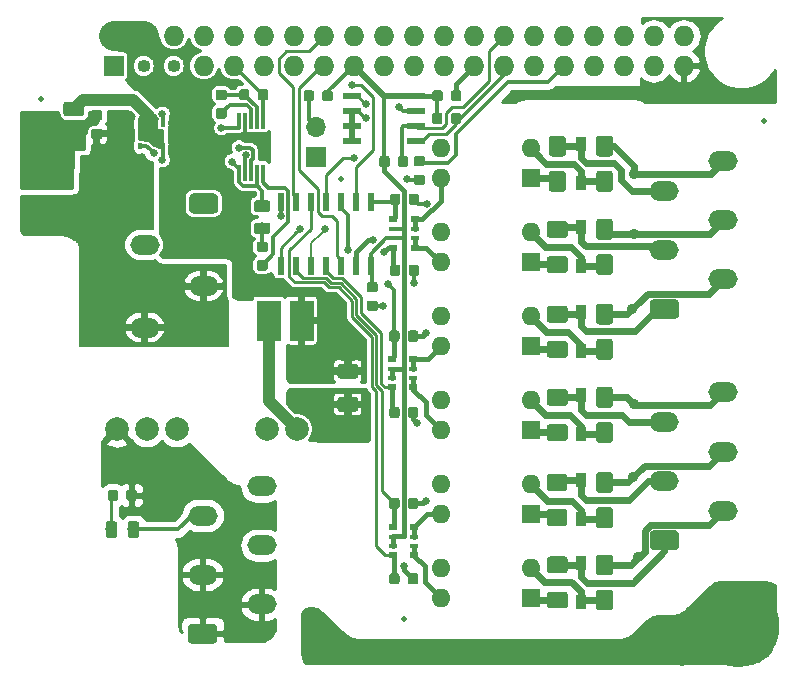
<source format=gbr>
G04 #@! TF.GenerationSoftware,KiCad,Pcbnew,(5.1.4)-1*
G04 #@! TF.CreationDate,2020-01-26T14:24:25+01:00*
G04 #@! TF.ProjectId,debounce_shield,6465626f-756e-4636-955f-736869656c64,rev?*
G04 #@! TF.SameCoordinates,Original*
G04 #@! TF.FileFunction,Copper,L1,Top*
G04 #@! TF.FilePolarity,Positive*
%FSLAX46Y46*%
G04 Gerber Fmt 4.6, Leading zero omitted, Abs format (unit mm)*
G04 Created by KiCad (PCBNEW (5.1.4)-1) date 2020-01-26 14:24:25*
%MOMM*%
%LPD*%
G04 APERTURE LIST*
%ADD10C,0.100000*%
%ADD11C,0.875000*%
%ADD12C,0.500000*%
%ADD13C,0.975000*%
%ADD14R,1.050000X1.600000*%
%ADD15R,0.285000X0.920000*%
%ADD16R,0.400000X0.350000*%
%ADD17R,0.400000X0.500000*%
%ADD18R,0.300000X1.400000*%
%ADD19R,1.550000X0.600000*%
%ADD20C,2.500000*%
%ADD21O,3.000000X2.000000*%
%ADD22R,0.800000X0.500000*%
%ADD23R,0.800000X0.400000*%
%ADD24O,1.600000X1.600000*%
%ADD25R,1.600000X1.600000*%
%ADD26R,2.300000X2.500000*%
%ADD27C,1.250000*%
%ADD28C,1.700000*%
%ADD29O,2.500000X1.700000*%
%ADD30R,1.727200X1.727200*%
%ADD31O,1.727200X1.727200*%
%ADD32O,1.100000X1.100000*%
%ADD33R,0.600000X1.500000*%
%ADD34C,2.000000*%
%ADD35C,1.425000*%
%ADD36R,0.900000X1.200000*%
%ADD37R,2.000000X3.500000*%
%ADD38O,1.700000X1.700000*%
%ADD39R,1.700000X1.700000*%
%ADD40C,7.000000*%
%ADD41C,0.650000*%
%ADD42C,0.700000*%
%ADD43C,0.900000*%
%ADD44C,0.250000*%
%ADD45C,0.300000*%
%ADD46C,0.500000*%
%ADD47C,0.400000*%
%ADD48C,1.000000*%
%ADD49C,2.540000*%
%ADD50C,0.600000*%
%ADD51C,0.200000*%
%ADD52C,0.254000*%
G04 APERTURE END LIST*
D10*
G36*
X106052691Y-113226053D02*
G01*
X106073926Y-113229203D01*
X106094750Y-113234419D01*
X106114962Y-113241651D01*
X106134368Y-113250830D01*
X106152781Y-113261866D01*
X106170024Y-113274654D01*
X106185930Y-113289070D01*
X106200346Y-113304976D01*
X106213134Y-113322219D01*
X106224170Y-113340632D01*
X106233349Y-113360038D01*
X106240581Y-113380250D01*
X106245797Y-113401074D01*
X106248947Y-113422309D01*
X106250000Y-113443750D01*
X106250000Y-113956250D01*
X106248947Y-113977691D01*
X106245797Y-113998926D01*
X106240581Y-114019750D01*
X106233349Y-114039962D01*
X106224170Y-114059368D01*
X106213134Y-114077781D01*
X106200346Y-114095024D01*
X106185930Y-114110930D01*
X106170024Y-114125346D01*
X106152781Y-114138134D01*
X106134368Y-114149170D01*
X106114962Y-114158349D01*
X106094750Y-114165581D01*
X106073926Y-114170797D01*
X106052691Y-114173947D01*
X106031250Y-114175000D01*
X105593750Y-114175000D01*
X105572309Y-114173947D01*
X105551074Y-114170797D01*
X105530250Y-114165581D01*
X105510038Y-114158349D01*
X105490632Y-114149170D01*
X105472219Y-114138134D01*
X105454976Y-114125346D01*
X105439070Y-114110930D01*
X105424654Y-114095024D01*
X105411866Y-114077781D01*
X105400830Y-114059368D01*
X105391651Y-114039962D01*
X105384419Y-114019750D01*
X105379203Y-113998926D01*
X105376053Y-113977691D01*
X105375000Y-113956250D01*
X105375000Y-113443750D01*
X105376053Y-113422309D01*
X105379203Y-113401074D01*
X105384419Y-113380250D01*
X105391651Y-113360038D01*
X105400830Y-113340632D01*
X105411866Y-113322219D01*
X105424654Y-113304976D01*
X105439070Y-113289070D01*
X105454976Y-113274654D01*
X105472219Y-113261866D01*
X105490632Y-113250830D01*
X105510038Y-113241651D01*
X105530250Y-113234419D01*
X105551074Y-113229203D01*
X105572309Y-113226053D01*
X105593750Y-113225000D01*
X106031250Y-113225000D01*
X106052691Y-113226053D01*
X106052691Y-113226053D01*
G37*
D11*
X105812500Y-113700000D03*
D10*
G36*
X107627691Y-113226053D02*
G01*
X107648926Y-113229203D01*
X107669750Y-113234419D01*
X107689962Y-113241651D01*
X107709368Y-113250830D01*
X107727781Y-113261866D01*
X107745024Y-113274654D01*
X107760930Y-113289070D01*
X107775346Y-113304976D01*
X107788134Y-113322219D01*
X107799170Y-113340632D01*
X107808349Y-113360038D01*
X107815581Y-113380250D01*
X107820797Y-113401074D01*
X107823947Y-113422309D01*
X107825000Y-113443750D01*
X107825000Y-113956250D01*
X107823947Y-113977691D01*
X107820797Y-113998926D01*
X107815581Y-114019750D01*
X107808349Y-114039962D01*
X107799170Y-114059368D01*
X107788134Y-114077781D01*
X107775346Y-114095024D01*
X107760930Y-114110930D01*
X107745024Y-114125346D01*
X107727781Y-114138134D01*
X107709368Y-114149170D01*
X107689962Y-114158349D01*
X107669750Y-114165581D01*
X107648926Y-114170797D01*
X107627691Y-114173947D01*
X107606250Y-114175000D01*
X107168750Y-114175000D01*
X107147309Y-114173947D01*
X107126074Y-114170797D01*
X107105250Y-114165581D01*
X107085038Y-114158349D01*
X107065632Y-114149170D01*
X107047219Y-114138134D01*
X107029976Y-114125346D01*
X107014070Y-114110930D01*
X106999654Y-114095024D01*
X106986866Y-114077781D01*
X106975830Y-114059368D01*
X106966651Y-114039962D01*
X106959419Y-114019750D01*
X106954203Y-113998926D01*
X106951053Y-113977691D01*
X106950000Y-113956250D01*
X106950000Y-113443750D01*
X106951053Y-113422309D01*
X106954203Y-113401074D01*
X106959419Y-113380250D01*
X106966651Y-113360038D01*
X106975830Y-113340632D01*
X106986866Y-113322219D01*
X106999654Y-113304976D01*
X107014070Y-113289070D01*
X107029976Y-113274654D01*
X107047219Y-113261866D01*
X107065632Y-113250830D01*
X107085038Y-113241651D01*
X107105250Y-113234419D01*
X107126074Y-113229203D01*
X107147309Y-113226053D01*
X107168750Y-113225000D01*
X107606250Y-113225000D01*
X107627691Y-113226053D01*
X107627691Y-113226053D01*
G37*
D11*
X107387500Y-113700000D03*
D12*
X99700000Y-80150000D03*
D10*
G36*
X118727691Y-93813553D02*
G01*
X118748926Y-93816703D01*
X118769750Y-93821919D01*
X118789962Y-93829151D01*
X118809368Y-93838330D01*
X118827781Y-93849366D01*
X118845024Y-93862154D01*
X118860930Y-93876570D01*
X118875346Y-93892476D01*
X118888134Y-93909719D01*
X118899170Y-93928132D01*
X118908349Y-93947538D01*
X118915581Y-93967750D01*
X118920797Y-93988574D01*
X118923947Y-94009809D01*
X118925000Y-94031250D01*
X118925000Y-94468750D01*
X118923947Y-94490191D01*
X118920797Y-94511426D01*
X118915581Y-94532250D01*
X118908349Y-94552462D01*
X118899170Y-94571868D01*
X118888134Y-94590281D01*
X118875346Y-94607524D01*
X118860930Y-94623430D01*
X118845024Y-94637846D01*
X118827781Y-94650634D01*
X118809368Y-94661670D01*
X118789962Y-94670849D01*
X118769750Y-94678081D01*
X118748926Y-94683297D01*
X118727691Y-94686447D01*
X118706250Y-94687500D01*
X118193750Y-94687500D01*
X118172309Y-94686447D01*
X118151074Y-94683297D01*
X118130250Y-94678081D01*
X118110038Y-94670849D01*
X118090632Y-94661670D01*
X118072219Y-94650634D01*
X118054976Y-94637846D01*
X118039070Y-94623430D01*
X118024654Y-94607524D01*
X118011866Y-94590281D01*
X118000830Y-94571868D01*
X117991651Y-94552462D01*
X117984419Y-94532250D01*
X117979203Y-94511426D01*
X117976053Y-94490191D01*
X117975000Y-94468750D01*
X117975000Y-94031250D01*
X117976053Y-94009809D01*
X117979203Y-93988574D01*
X117984419Y-93967750D01*
X117991651Y-93947538D01*
X118000830Y-93928132D01*
X118011866Y-93909719D01*
X118024654Y-93892476D01*
X118039070Y-93876570D01*
X118054976Y-93862154D01*
X118072219Y-93849366D01*
X118090632Y-93838330D01*
X118110038Y-93829151D01*
X118130250Y-93821919D01*
X118151074Y-93816703D01*
X118172309Y-93813553D01*
X118193750Y-93812500D01*
X118706250Y-93812500D01*
X118727691Y-93813553D01*
X118727691Y-93813553D01*
G37*
D11*
X118450000Y-94250000D03*
D10*
G36*
X118727691Y-92238553D02*
G01*
X118748926Y-92241703D01*
X118769750Y-92246919D01*
X118789962Y-92254151D01*
X118809368Y-92263330D01*
X118827781Y-92274366D01*
X118845024Y-92287154D01*
X118860930Y-92301570D01*
X118875346Y-92317476D01*
X118888134Y-92334719D01*
X118899170Y-92353132D01*
X118908349Y-92372538D01*
X118915581Y-92392750D01*
X118920797Y-92413574D01*
X118923947Y-92434809D01*
X118925000Y-92456250D01*
X118925000Y-92893750D01*
X118923947Y-92915191D01*
X118920797Y-92936426D01*
X118915581Y-92957250D01*
X118908349Y-92977462D01*
X118899170Y-92996868D01*
X118888134Y-93015281D01*
X118875346Y-93032524D01*
X118860930Y-93048430D01*
X118845024Y-93062846D01*
X118827781Y-93075634D01*
X118809368Y-93086670D01*
X118789962Y-93095849D01*
X118769750Y-93103081D01*
X118748926Y-93108297D01*
X118727691Y-93111447D01*
X118706250Y-93112500D01*
X118193750Y-93112500D01*
X118172309Y-93111447D01*
X118151074Y-93108297D01*
X118130250Y-93103081D01*
X118110038Y-93095849D01*
X118090632Y-93086670D01*
X118072219Y-93075634D01*
X118054976Y-93062846D01*
X118039070Y-93048430D01*
X118024654Y-93032524D01*
X118011866Y-93015281D01*
X118000830Y-92996868D01*
X117991651Y-92977462D01*
X117984419Y-92957250D01*
X117979203Y-92936426D01*
X117976053Y-92915191D01*
X117975000Y-92893750D01*
X117975000Y-92456250D01*
X117976053Y-92434809D01*
X117979203Y-92413574D01*
X117984419Y-92392750D01*
X117991651Y-92372538D01*
X118000830Y-92353132D01*
X118011866Y-92334719D01*
X118024654Y-92317476D01*
X118039070Y-92301570D01*
X118054976Y-92287154D01*
X118072219Y-92274366D01*
X118090632Y-92263330D01*
X118110038Y-92254151D01*
X118130250Y-92246919D01*
X118151074Y-92241703D01*
X118172309Y-92238553D01*
X118193750Y-92237500D01*
X118706250Y-92237500D01*
X118727691Y-92238553D01*
X118727691Y-92238553D01*
G37*
D11*
X118450000Y-92675000D03*
D10*
G36*
X118930142Y-88738674D02*
G01*
X118953803Y-88742184D01*
X118977007Y-88747996D01*
X118999529Y-88756054D01*
X119021153Y-88766282D01*
X119041670Y-88778579D01*
X119060883Y-88792829D01*
X119078607Y-88808893D01*
X119094671Y-88826617D01*
X119108921Y-88845830D01*
X119121218Y-88866347D01*
X119131446Y-88887971D01*
X119139504Y-88910493D01*
X119145316Y-88933697D01*
X119148826Y-88957358D01*
X119150000Y-88981250D01*
X119150000Y-89468750D01*
X119148826Y-89492642D01*
X119145316Y-89516303D01*
X119139504Y-89539507D01*
X119131446Y-89562029D01*
X119121218Y-89583653D01*
X119108921Y-89604170D01*
X119094671Y-89623383D01*
X119078607Y-89641107D01*
X119060883Y-89657171D01*
X119041670Y-89671421D01*
X119021153Y-89683718D01*
X118999529Y-89693946D01*
X118977007Y-89702004D01*
X118953803Y-89707816D01*
X118930142Y-89711326D01*
X118906250Y-89712500D01*
X117993750Y-89712500D01*
X117969858Y-89711326D01*
X117946197Y-89707816D01*
X117922993Y-89702004D01*
X117900471Y-89693946D01*
X117878847Y-89683718D01*
X117858330Y-89671421D01*
X117839117Y-89657171D01*
X117821393Y-89641107D01*
X117805329Y-89623383D01*
X117791079Y-89604170D01*
X117778782Y-89583653D01*
X117768554Y-89562029D01*
X117760496Y-89539507D01*
X117754684Y-89516303D01*
X117751174Y-89492642D01*
X117750000Y-89468750D01*
X117750000Y-88981250D01*
X117751174Y-88957358D01*
X117754684Y-88933697D01*
X117760496Y-88910493D01*
X117768554Y-88887971D01*
X117778782Y-88866347D01*
X117791079Y-88845830D01*
X117805329Y-88826617D01*
X117821393Y-88808893D01*
X117839117Y-88792829D01*
X117858330Y-88778579D01*
X117878847Y-88766282D01*
X117900471Y-88756054D01*
X117922993Y-88747996D01*
X117946197Y-88742184D01*
X117969858Y-88738674D01*
X117993750Y-88737500D01*
X118906250Y-88737500D01*
X118930142Y-88738674D01*
X118930142Y-88738674D01*
G37*
D13*
X118450000Y-89225000D03*
D10*
G36*
X118930142Y-90613674D02*
G01*
X118953803Y-90617184D01*
X118977007Y-90622996D01*
X118999529Y-90631054D01*
X119021153Y-90641282D01*
X119041670Y-90653579D01*
X119060883Y-90667829D01*
X119078607Y-90683893D01*
X119094671Y-90701617D01*
X119108921Y-90720830D01*
X119121218Y-90741347D01*
X119131446Y-90762971D01*
X119139504Y-90785493D01*
X119145316Y-90808697D01*
X119148826Y-90832358D01*
X119150000Y-90856250D01*
X119150000Y-91343750D01*
X119148826Y-91367642D01*
X119145316Y-91391303D01*
X119139504Y-91414507D01*
X119131446Y-91437029D01*
X119121218Y-91458653D01*
X119108921Y-91479170D01*
X119094671Y-91498383D01*
X119078607Y-91516107D01*
X119060883Y-91532171D01*
X119041670Y-91546421D01*
X119021153Y-91558718D01*
X118999529Y-91568946D01*
X118977007Y-91577004D01*
X118953803Y-91582816D01*
X118930142Y-91586326D01*
X118906250Y-91587500D01*
X117993750Y-91587500D01*
X117969858Y-91586326D01*
X117946197Y-91582816D01*
X117922993Y-91577004D01*
X117900471Y-91568946D01*
X117878847Y-91558718D01*
X117858330Y-91546421D01*
X117839117Y-91532171D01*
X117821393Y-91516107D01*
X117805329Y-91498383D01*
X117791079Y-91479170D01*
X117778782Y-91458653D01*
X117768554Y-91437029D01*
X117760496Y-91414507D01*
X117754684Y-91391303D01*
X117751174Y-91367642D01*
X117750000Y-91343750D01*
X117750000Y-90856250D01*
X117751174Y-90832358D01*
X117754684Y-90808697D01*
X117760496Y-90785493D01*
X117768554Y-90762971D01*
X117778782Y-90741347D01*
X117791079Y-90720830D01*
X117805329Y-90701617D01*
X117821393Y-90683893D01*
X117839117Y-90667829D01*
X117858330Y-90653579D01*
X117878847Y-90641282D01*
X117900471Y-90631054D01*
X117922993Y-90622996D01*
X117946197Y-90617184D01*
X117969858Y-90613674D01*
X117993750Y-90612500D01*
X118906250Y-90612500D01*
X118930142Y-90613674D01*
X118930142Y-90613674D01*
G37*
D13*
X118450000Y-91100000D03*
D14*
X111000000Y-83200000D03*
D15*
X110025000Y-83200000D03*
D16*
X111325000Y-84175000D03*
X110675000Y-84175000D03*
D17*
X110025000Y-84100000D03*
X110025000Y-82300000D03*
D16*
X110675000Y-82225000D03*
X111325000Y-82225000D03*
D14*
X107100000Y-83200000D03*
D15*
X108075000Y-83200000D03*
D16*
X106775000Y-82225000D03*
X107425000Y-82225000D03*
D17*
X108075000Y-82300000D03*
X108075000Y-84100000D03*
D16*
X107425000Y-84175000D03*
X106775000Y-84175000D03*
D18*
X116500000Y-82000000D03*
X117000000Y-82000000D03*
X117500000Y-82000000D03*
X118000000Y-82000000D03*
X118500000Y-82000000D03*
X118500000Y-86400000D03*
X118000000Y-86400000D03*
X117500000Y-86400000D03*
X117000000Y-86400000D03*
X116500000Y-86400000D03*
D10*
G36*
X104727691Y-81088553D02*
G01*
X104748926Y-81091703D01*
X104769750Y-81096919D01*
X104789962Y-81104151D01*
X104809368Y-81113330D01*
X104827781Y-81124366D01*
X104845024Y-81137154D01*
X104860930Y-81151570D01*
X104875346Y-81167476D01*
X104888134Y-81184719D01*
X104899170Y-81203132D01*
X104908349Y-81222538D01*
X104915581Y-81242750D01*
X104920797Y-81263574D01*
X104923947Y-81284809D01*
X104925000Y-81306250D01*
X104925000Y-81743750D01*
X104923947Y-81765191D01*
X104920797Y-81786426D01*
X104915581Y-81807250D01*
X104908349Y-81827462D01*
X104899170Y-81846868D01*
X104888134Y-81865281D01*
X104875346Y-81882524D01*
X104860930Y-81898430D01*
X104845024Y-81912846D01*
X104827781Y-81925634D01*
X104809368Y-81936670D01*
X104789962Y-81945849D01*
X104769750Y-81953081D01*
X104748926Y-81958297D01*
X104727691Y-81961447D01*
X104706250Y-81962500D01*
X104193750Y-81962500D01*
X104172309Y-81961447D01*
X104151074Y-81958297D01*
X104130250Y-81953081D01*
X104110038Y-81945849D01*
X104090632Y-81936670D01*
X104072219Y-81925634D01*
X104054976Y-81912846D01*
X104039070Y-81898430D01*
X104024654Y-81882524D01*
X104011866Y-81865281D01*
X104000830Y-81846868D01*
X103991651Y-81827462D01*
X103984419Y-81807250D01*
X103979203Y-81786426D01*
X103976053Y-81765191D01*
X103975000Y-81743750D01*
X103975000Y-81306250D01*
X103976053Y-81284809D01*
X103979203Y-81263574D01*
X103984419Y-81242750D01*
X103991651Y-81222538D01*
X104000830Y-81203132D01*
X104011866Y-81184719D01*
X104024654Y-81167476D01*
X104039070Y-81151570D01*
X104054976Y-81137154D01*
X104072219Y-81124366D01*
X104090632Y-81113330D01*
X104110038Y-81104151D01*
X104130250Y-81096919D01*
X104151074Y-81091703D01*
X104172309Y-81088553D01*
X104193750Y-81087500D01*
X104706250Y-81087500D01*
X104727691Y-81088553D01*
X104727691Y-81088553D01*
G37*
D11*
X104450000Y-81525000D03*
D10*
G36*
X104727691Y-82663553D02*
G01*
X104748926Y-82666703D01*
X104769750Y-82671919D01*
X104789962Y-82679151D01*
X104809368Y-82688330D01*
X104827781Y-82699366D01*
X104845024Y-82712154D01*
X104860930Y-82726570D01*
X104875346Y-82742476D01*
X104888134Y-82759719D01*
X104899170Y-82778132D01*
X104908349Y-82797538D01*
X104915581Y-82817750D01*
X104920797Y-82838574D01*
X104923947Y-82859809D01*
X104925000Y-82881250D01*
X104925000Y-83318750D01*
X104923947Y-83340191D01*
X104920797Y-83361426D01*
X104915581Y-83382250D01*
X104908349Y-83402462D01*
X104899170Y-83421868D01*
X104888134Y-83440281D01*
X104875346Y-83457524D01*
X104860930Y-83473430D01*
X104845024Y-83487846D01*
X104827781Y-83500634D01*
X104809368Y-83511670D01*
X104789962Y-83520849D01*
X104769750Y-83528081D01*
X104748926Y-83533297D01*
X104727691Y-83536447D01*
X104706250Y-83537500D01*
X104193750Y-83537500D01*
X104172309Y-83536447D01*
X104151074Y-83533297D01*
X104130250Y-83528081D01*
X104110038Y-83520849D01*
X104090632Y-83511670D01*
X104072219Y-83500634D01*
X104054976Y-83487846D01*
X104039070Y-83473430D01*
X104024654Y-83457524D01*
X104011866Y-83440281D01*
X104000830Y-83421868D01*
X103991651Y-83402462D01*
X103984419Y-83382250D01*
X103979203Y-83361426D01*
X103976053Y-83340191D01*
X103975000Y-83318750D01*
X103975000Y-82881250D01*
X103976053Y-82859809D01*
X103979203Y-82838574D01*
X103984419Y-82817750D01*
X103991651Y-82797538D01*
X104000830Y-82778132D01*
X104011866Y-82759719D01*
X104024654Y-82742476D01*
X104039070Y-82726570D01*
X104054976Y-82712154D01*
X104072219Y-82699366D01*
X104090632Y-82688330D01*
X104110038Y-82679151D01*
X104130250Y-82671919D01*
X104151074Y-82666703D01*
X104172309Y-82663553D01*
X104193750Y-82662500D01*
X104706250Y-82662500D01*
X104727691Y-82663553D01*
X104727691Y-82663553D01*
G37*
D11*
X104450000Y-83100000D03*
D10*
G36*
X115252691Y-80938553D02*
G01*
X115273926Y-80941703D01*
X115294750Y-80946919D01*
X115314962Y-80954151D01*
X115334368Y-80963330D01*
X115352781Y-80974366D01*
X115370024Y-80987154D01*
X115385930Y-81001570D01*
X115400346Y-81017476D01*
X115413134Y-81034719D01*
X115424170Y-81053132D01*
X115433349Y-81072538D01*
X115440581Y-81092750D01*
X115445797Y-81113574D01*
X115448947Y-81134809D01*
X115450000Y-81156250D01*
X115450000Y-81593750D01*
X115448947Y-81615191D01*
X115445797Y-81636426D01*
X115440581Y-81657250D01*
X115433349Y-81677462D01*
X115424170Y-81696868D01*
X115413134Y-81715281D01*
X115400346Y-81732524D01*
X115385930Y-81748430D01*
X115370024Y-81762846D01*
X115352781Y-81775634D01*
X115334368Y-81786670D01*
X115314962Y-81795849D01*
X115294750Y-81803081D01*
X115273926Y-81808297D01*
X115252691Y-81811447D01*
X115231250Y-81812500D01*
X114718750Y-81812500D01*
X114697309Y-81811447D01*
X114676074Y-81808297D01*
X114655250Y-81803081D01*
X114635038Y-81795849D01*
X114615632Y-81786670D01*
X114597219Y-81775634D01*
X114579976Y-81762846D01*
X114564070Y-81748430D01*
X114549654Y-81732524D01*
X114536866Y-81715281D01*
X114525830Y-81696868D01*
X114516651Y-81677462D01*
X114509419Y-81657250D01*
X114504203Y-81636426D01*
X114501053Y-81615191D01*
X114500000Y-81593750D01*
X114500000Y-81156250D01*
X114501053Y-81134809D01*
X114504203Y-81113574D01*
X114509419Y-81092750D01*
X114516651Y-81072538D01*
X114525830Y-81053132D01*
X114536866Y-81034719D01*
X114549654Y-81017476D01*
X114564070Y-81001570D01*
X114579976Y-80987154D01*
X114597219Y-80974366D01*
X114615632Y-80963330D01*
X114635038Y-80954151D01*
X114655250Y-80946919D01*
X114676074Y-80941703D01*
X114697309Y-80938553D01*
X114718750Y-80937500D01*
X115231250Y-80937500D01*
X115252691Y-80938553D01*
X115252691Y-80938553D01*
G37*
D11*
X114975000Y-81375000D03*
D10*
G36*
X115252691Y-79363553D02*
G01*
X115273926Y-79366703D01*
X115294750Y-79371919D01*
X115314962Y-79379151D01*
X115334368Y-79388330D01*
X115352781Y-79399366D01*
X115370024Y-79412154D01*
X115385930Y-79426570D01*
X115400346Y-79442476D01*
X115413134Y-79459719D01*
X115424170Y-79478132D01*
X115433349Y-79497538D01*
X115440581Y-79517750D01*
X115445797Y-79538574D01*
X115448947Y-79559809D01*
X115450000Y-79581250D01*
X115450000Y-80018750D01*
X115448947Y-80040191D01*
X115445797Y-80061426D01*
X115440581Y-80082250D01*
X115433349Y-80102462D01*
X115424170Y-80121868D01*
X115413134Y-80140281D01*
X115400346Y-80157524D01*
X115385930Y-80173430D01*
X115370024Y-80187846D01*
X115352781Y-80200634D01*
X115334368Y-80211670D01*
X115314962Y-80220849D01*
X115294750Y-80228081D01*
X115273926Y-80233297D01*
X115252691Y-80236447D01*
X115231250Y-80237500D01*
X114718750Y-80237500D01*
X114697309Y-80236447D01*
X114676074Y-80233297D01*
X114655250Y-80228081D01*
X114635038Y-80220849D01*
X114615632Y-80211670D01*
X114597219Y-80200634D01*
X114579976Y-80187846D01*
X114564070Y-80173430D01*
X114549654Y-80157524D01*
X114536866Y-80140281D01*
X114525830Y-80121868D01*
X114516651Y-80102462D01*
X114509419Y-80082250D01*
X114504203Y-80061426D01*
X114501053Y-80040191D01*
X114500000Y-80018750D01*
X114500000Y-79581250D01*
X114501053Y-79559809D01*
X114504203Y-79538574D01*
X114509419Y-79517750D01*
X114516651Y-79497538D01*
X114525830Y-79478132D01*
X114536866Y-79459719D01*
X114549654Y-79442476D01*
X114564070Y-79426570D01*
X114579976Y-79412154D01*
X114597219Y-79399366D01*
X114615632Y-79388330D01*
X114635038Y-79379151D01*
X114655250Y-79371919D01*
X114676074Y-79366703D01*
X114697309Y-79363553D01*
X114718750Y-79362500D01*
X115231250Y-79362500D01*
X115252691Y-79363553D01*
X115252691Y-79363553D01*
G37*
D11*
X114975000Y-79800000D03*
D10*
G36*
X117177691Y-79326053D02*
G01*
X117198926Y-79329203D01*
X117219750Y-79334419D01*
X117239962Y-79341651D01*
X117259368Y-79350830D01*
X117277781Y-79361866D01*
X117295024Y-79374654D01*
X117310930Y-79389070D01*
X117325346Y-79404976D01*
X117338134Y-79422219D01*
X117349170Y-79440632D01*
X117358349Y-79460038D01*
X117365581Y-79480250D01*
X117370797Y-79501074D01*
X117373947Y-79522309D01*
X117375000Y-79543750D01*
X117375000Y-80056250D01*
X117373947Y-80077691D01*
X117370797Y-80098926D01*
X117365581Y-80119750D01*
X117358349Y-80139962D01*
X117349170Y-80159368D01*
X117338134Y-80177781D01*
X117325346Y-80195024D01*
X117310930Y-80210930D01*
X117295024Y-80225346D01*
X117277781Y-80238134D01*
X117259368Y-80249170D01*
X117239962Y-80258349D01*
X117219750Y-80265581D01*
X117198926Y-80270797D01*
X117177691Y-80273947D01*
X117156250Y-80275000D01*
X116718750Y-80275000D01*
X116697309Y-80273947D01*
X116676074Y-80270797D01*
X116655250Y-80265581D01*
X116635038Y-80258349D01*
X116615632Y-80249170D01*
X116597219Y-80238134D01*
X116579976Y-80225346D01*
X116564070Y-80210930D01*
X116549654Y-80195024D01*
X116536866Y-80177781D01*
X116525830Y-80159368D01*
X116516651Y-80139962D01*
X116509419Y-80119750D01*
X116504203Y-80098926D01*
X116501053Y-80077691D01*
X116500000Y-80056250D01*
X116500000Y-79543750D01*
X116501053Y-79522309D01*
X116504203Y-79501074D01*
X116509419Y-79480250D01*
X116516651Y-79460038D01*
X116525830Y-79440632D01*
X116536866Y-79422219D01*
X116549654Y-79404976D01*
X116564070Y-79389070D01*
X116579976Y-79374654D01*
X116597219Y-79361866D01*
X116615632Y-79350830D01*
X116635038Y-79341651D01*
X116655250Y-79334419D01*
X116676074Y-79329203D01*
X116697309Y-79326053D01*
X116718750Y-79325000D01*
X117156250Y-79325000D01*
X117177691Y-79326053D01*
X117177691Y-79326053D01*
G37*
D11*
X116937500Y-79800000D03*
D10*
G36*
X118752691Y-79326053D02*
G01*
X118773926Y-79329203D01*
X118794750Y-79334419D01*
X118814962Y-79341651D01*
X118834368Y-79350830D01*
X118852781Y-79361866D01*
X118870024Y-79374654D01*
X118885930Y-79389070D01*
X118900346Y-79404976D01*
X118913134Y-79422219D01*
X118924170Y-79440632D01*
X118933349Y-79460038D01*
X118940581Y-79480250D01*
X118945797Y-79501074D01*
X118948947Y-79522309D01*
X118950000Y-79543750D01*
X118950000Y-80056250D01*
X118948947Y-80077691D01*
X118945797Y-80098926D01*
X118940581Y-80119750D01*
X118933349Y-80139962D01*
X118924170Y-80159368D01*
X118913134Y-80177781D01*
X118900346Y-80195024D01*
X118885930Y-80210930D01*
X118870024Y-80225346D01*
X118852781Y-80238134D01*
X118834368Y-80249170D01*
X118814962Y-80258349D01*
X118794750Y-80265581D01*
X118773926Y-80270797D01*
X118752691Y-80273947D01*
X118731250Y-80275000D01*
X118293750Y-80275000D01*
X118272309Y-80273947D01*
X118251074Y-80270797D01*
X118230250Y-80265581D01*
X118210038Y-80258349D01*
X118190632Y-80249170D01*
X118172219Y-80238134D01*
X118154976Y-80225346D01*
X118139070Y-80210930D01*
X118124654Y-80195024D01*
X118111866Y-80177781D01*
X118100830Y-80159368D01*
X118091651Y-80139962D01*
X118084419Y-80119750D01*
X118079203Y-80098926D01*
X118076053Y-80077691D01*
X118075000Y-80056250D01*
X118075000Y-79543750D01*
X118076053Y-79522309D01*
X118079203Y-79501074D01*
X118084419Y-79480250D01*
X118091651Y-79460038D01*
X118100830Y-79440632D01*
X118111866Y-79422219D01*
X118124654Y-79404976D01*
X118139070Y-79389070D01*
X118154976Y-79374654D01*
X118172219Y-79361866D01*
X118190632Y-79350830D01*
X118210038Y-79341651D01*
X118230250Y-79334419D01*
X118251074Y-79329203D01*
X118272309Y-79326053D01*
X118293750Y-79325000D01*
X118731250Y-79325000D01*
X118752691Y-79326053D01*
X118752691Y-79326053D01*
G37*
D11*
X118512500Y-79800000D03*
D10*
G36*
X132027691Y-86563553D02*
G01*
X132048926Y-86566703D01*
X132069750Y-86571919D01*
X132089962Y-86579151D01*
X132109368Y-86588330D01*
X132127781Y-86599366D01*
X132145024Y-86612154D01*
X132160930Y-86626570D01*
X132175346Y-86642476D01*
X132188134Y-86659719D01*
X132199170Y-86678132D01*
X132208349Y-86697538D01*
X132215581Y-86717750D01*
X132220797Y-86738574D01*
X132223947Y-86759809D01*
X132225000Y-86781250D01*
X132225000Y-87218750D01*
X132223947Y-87240191D01*
X132220797Y-87261426D01*
X132215581Y-87282250D01*
X132208349Y-87302462D01*
X132199170Y-87321868D01*
X132188134Y-87340281D01*
X132175346Y-87357524D01*
X132160930Y-87373430D01*
X132145024Y-87387846D01*
X132127781Y-87400634D01*
X132109368Y-87411670D01*
X132089962Y-87420849D01*
X132069750Y-87428081D01*
X132048926Y-87433297D01*
X132027691Y-87436447D01*
X132006250Y-87437500D01*
X131493750Y-87437500D01*
X131472309Y-87436447D01*
X131451074Y-87433297D01*
X131430250Y-87428081D01*
X131410038Y-87420849D01*
X131390632Y-87411670D01*
X131372219Y-87400634D01*
X131354976Y-87387846D01*
X131339070Y-87373430D01*
X131324654Y-87357524D01*
X131311866Y-87340281D01*
X131300830Y-87321868D01*
X131291651Y-87302462D01*
X131284419Y-87282250D01*
X131279203Y-87261426D01*
X131276053Y-87240191D01*
X131275000Y-87218750D01*
X131275000Y-86781250D01*
X131276053Y-86759809D01*
X131279203Y-86738574D01*
X131284419Y-86717750D01*
X131291651Y-86697538D01*
X131300830Y-86678132D01*
X131311866Y-86659719D01*
X131324654Y-86642476D01*
X131339070Y-86626570D01*
X131354976Y-86612154D01*
X131372219Y-86599366D01*
X131390632Y-86588330D01*
X131410038Y-86579151D01*
X131430250Y-86571919D01*
X131451074Y-86566703D01*
X131472309Y-86563553D01*
X131493750Y-86562500D01*
X132006250Y-86562500D01*
X132027691Y-86563553D01*
X132027691Y-86563553D01*
G37*
D11*
X131750000Y-87000000D03*
D10*
G36*
X132027691Y-84988553D02*
G01*
X132048926Y-84991703D01*
X132069750Y-84996919D01*
X132089962Y-85004151D01*
X132109368Y-85013330D01*
X132127781Y-85024366D01*
X132145024Y-85037154D01*
X132160930Y-85051570D01*
X132175346Y-85067476D01*
X132188134Y-85084719D01*
X132199170Y-85103132D01*
X132208349Y-85122538D01*
X132215581Y-85142750D01*
X132220797Y-85163574D01*
X132223947Y-85184809D01*
X132225000Y-85206250D01*
X132225000Y-85643750D01*
X132223947Y-85665191D01*
X132220797Y-85686426D01*
X132215581Y-85707250D01*
X132208349Y-85727462D01*
X132199170Y-85746868D01*
X132188134Y-85765281D01*
X132175346Y-85782524D01*
X132160930Y-85798430D01*
X132145024Y-85812846D01*
X132127781Y-85825634D01*
X132109368Y-85836670D01*
X132089962Y-85845849D01*
X132069750Y-85853081D01*
X132048926Y-85858297D01*
X132027691Y-85861447D01*
X132006250Y-85862500D01*
X131493750Y-85862500D01*
X131472309Y-85861447D01*
X131451074Y-85858297D01*
X131430250Y-85853081D01*
X131410038Y-85845849D01*
X131390632Y-85836670D01*
X131372219Y-85825634D01*
X131354976Y-85812846D01*
X131339070Y-85798430D01*
X131324654Y-85782524D01*
X131311866Y-85765281D01*
X131300830Y-85746868D01*
X131291651Y-85727462D01*
X131284419Y-85707250D01*
X131279203Y-85686426D01*
X131276053Y-85665191D01*
X131275000Y-85643750D01*
X131275000Y-85206250D01*
X131276053Y-85184809D01*
X131279203Y-85163574D01*
X131284419Y-85142750D01*
X131291651Y-85122538D01*
X131300830Y-85103132D01*
X131311866Y-85084719D01*
X131324654Y-85067476D01*
X131339070Y-85051570D01*
X131354976Y-85037154D01*
X131372219Y-85024366D01*
X131390632Y-85013330D01*
X131410038Y-85004151D01*
X131430250Y-84996919D01*
X131451074Y-84991703D01*
X131472309Y-84988553D01*
X131493750Y-84987500D01*
X132006250Y-84987500D01*
X132027691Y-84988553D01*
X132027691Y-84988553D01*
G37*
D11*
X131750000Y-85425000D03*
D19*
X126052600Y-79933800D03*
X126052600Y-81203800D03*
X126052600Y-82473800D03*
X126052600Y-83743800D03*
X131452600Y-83743800D03*
X131452600Y-82473800D03*
X131452600Y-81203800D03*
X131452600Y-79933800D03*
D20*
X154000000Y-126900000D03*
D21*
X148920000Y-126900000D03*
D22*
X129503600Y-116402000D03*
D23*
X129503600Y-117202000D03*
D22*
X129503600Y-118802000D03*
D23*
X129503600Y-118002000D03*
D22*
X131303600Y-116402000D03*
D23*
X131303600Y-118002000D03*
X131303600Y-117202000D03*
D22*
X131303600Y-118802000D03*
X129402000Y-102178000D03*
D23*
X129402000Y-102978000D03*
D22*
X129402000Y-104578000D03*
D23*
X129402000Y-103778000D03*
D22*
X131202000Y-102178000D03*
D23*
X131202000Y-103778000D03*
X131202000Y-102978000D03*
D22*
X131202000Y-104578000D03*
X129554400Y-90341600D03*
D23*
X129554400Y-91141600D03*
D22*
X129554400Y-92741600D03*
D23*
X129554400Y-91941600D03*
D22*
X131354400Y-90341600D03*
D23*
X131354400Y-91941600D03*
X131354400Y-91141600D03*
D22*
X131354400Y-92741600D03*
D24*
X133558000Y-86868000D03*
X141178000Y-84328000D03*
X133558000Y-84328000D03*
D25*
X141178000Y-86868000D03*
D26*
X100330000Y-85784800D03*
X100330000Y-90084800D03*
D10*
G36*
X126349504Y-102576204D02*
G01*
X126373773Y-102579804D01*
X126397571Y-102585765D01*
X126420671Y-102594030D01*
X126442849Y-102604520D01*
X126463893Y-102617133D01*
X126483598Y-102631747D01*
X126501777Y-102648223D01*
X126518253Y-102666402D01*
X126532867Y-102686107D01*
X126545480Y-102707151D01*
X126555970Y-102729329D01*
X126564235Y-102752429D01*
X126570196Y-102776227D01*
X126573796Y-102800496D01*
X126575000Y-102825000D01*
X126575000Y-103575000D01*
X126573796Y-103599504D01*
X126570196Y-103623773D01*
X126564235Y-103647571D01*
X126555970Y-103670671D01*
X126545480Y-103692849D01*
X126532867Y-103713893D01*
X126518253Y-103733598D01*
X126501777Y-103751777D01*
X126483598Y-103768253D01*
X126463893Y-103782867D01*
X126442849Y-103795480D01*
X126420671Y-103805970D01*
X126397571Y-103814235D01*
X126373773Y-103820196D01*
X126349504Y-103823796D01*
X126325000Y-103825000D01*
X125075000Y-103825000D01*
X125050496Y-103823796D01*
X125026227Y-103820196D01*
X125002429Y-103814235D01*
X124979329Y-103805970D01*
X124957151Y-103795480D01*
X124936107Y-103782867D01*
X124916402Y-103768253D01*
X124898223Y-103751777D01*
X124881747Y-103733598D01*
X124867133Y-103713893D01*
X124854520Y-103692849D01*
X124844030Y-103670671D01*
X124835765Y-103647571D01*
X124829804Y-103623773D01*
X124826204Y-103599504D01*
X124825000Y-103575000D01*
X124825000Y-102825000D01*
X124826204Y-102800496D01*
X124829804Y-102776227D01*
X124835765Y-102752429D01*
X124844030Y-102729329D01*
X124854520Y-102707151D01*
X124867133Y-102686107D01*
X124881747Y-102666402D01*
X124898223Y-102648223D01*
X124916402Y-102631747D01*
X124936107Y-102617133D01*
X124957151Y-102604520D01*
X124979329Y-102594030D01*
X125002429Y-102585765D01*
X125026227Y-102579804D01*
X125050496Y-102576204D01*
X125075000Y-102575000D01*
X126325000Y-102575000D01*
X126349504Y-102576204D01*
X126349504Y-102576204D01*
G37*
D27*
X125700000Y-103200000D03*
D10*
G36*
X126349504Y-105376204D02*
G01*
X126373773Y-105379804D01*
X126397571Y-105385765D01*
X126420671Y-105394030D01*
X126442849Y-105404520D01*
X126463893Y-105417133D01*
X126483598Y-105431747D01*
X126501777Y-105448223D01*
X126518253Y-105466402D01*
X126532867Y-105486107D01*
X126545480Y-105507151D01*
X126555970Y-105529329D01*
X126564235Y-105552429D01*
X126570196Y-105576227D01*
X126573796Y-105600496D01*
X126575000Y-105625000D01*
X126575000Y-106375000D01*
X126573796Y-106399504D01*
X126570196Y-106423773D01*
X126564235Y-106447571D01*
X126555970Y-106470671D01*
X126545480Y-106492849D01*
X126532867Y-106513893D01*
X126518253Y-106533598D01*
X126501777Y-106551777D01*
X126483598Y-106568253D01*
X126463893Y-106582867D01*
X126442849Y-106595480D01*
X126420671Y-106605970D01*
X126397571Y-106614235D01*
X126373773Y-106620196D01*
X126349504Y-106623796D01*
X126325000Y-106625000D01*
X125075000Y-106625000D01*
X125050496Y-106623796D01*
X125026227Y-106620196D01*
X125002429Y-106614235D01*
X124979329Y-106605970D01*
X124957151Y-106595480D01*
X124936107Y-106582867D01*
X124916402Y-106568253D01*
X124898223Y-106551777D01*
X124881747Y-106533598D01*
X124867133Y-106513893D01*
X124854520Y-106492849D01*
X124844030Y-106470671D01*
X124835765Y-106447571D01*
X124829804Y-106423773D01*
X124826204Y-106399504D01*
X124825000Y-106375000D01*
X124825000Y-105625000D01*
X124826204Y-105600496D01*
X124829804Y-105576227D01*
X124835765Y-105552429D01*
X124844030Y-105529329D01*
X124854520Y-105507151D01*
X124867133Y-105486107D01*
X124881747Y-105466402D01*
X124898223Y-105448223D01*
X124916402Y-105431747D01*
X124936107Y-105417133D01*
X124957151Y-105404520D01*
X124979329Y-105394030D01*
X125002429Y-105385765D01*
X125026227Y-105379804D01*
X125050496Y-105376204D01*
X125075000Y-105375000D01*
X126325000Y-105375000D01*
X126349504Y-105376204D01*
X126349504Y-105376204D01*
G37*
D27*
X125700000Y-106000000D03*
D10*
G36*
X114366657Y-88152046D02*
G01*
X114407913Y-88158166D01*
X114448371Y-88168300D01*
X114487640Y-88182351D01*
X114525344Y-88200183D01*
X114561117Y-88221625D01*
X114594617Y-88246471D01*
X114625520Y-88274480D01*
X114653529Y-88305383D01*
X114678375Y-88338883D01*
X114699817Y-88374656D01*
X114717649Y-88412360D01*
X114731700Y-88451629D01*
X114741834Y-88492087D01*
X114747954Y-88533343D01*
X114750000Y-88575000D01*
X114750000Y-89425000D01*
X114747954Y-89466657D01*
X114741834Y-89507913D01*
X114731700Y-89548371D01*
X114717649Y-89587640D01*
X114699817Y-89625344D01*
X114678375Y-89661117D01*
X114653529Y-89694617D01*
X114625520Y-89725520D01*
X114594617Y-89753529D01*
X114561117Y-89778375D01*
X114525344Y-89799817D01*
X114487640Y-89817649D01*
X114448371Y-89831700D01*
X114407913Y-89841834D01*
X114366657Y-89847954D01*
X114325000Y-89850000D01*
X112675000Y-89850000D01*
X112633343Y-89847954D01*
X112592087Y-89841834D01*
X112551629Y-89831700D01*
X112512360Y-89817649D01*
X112474656Y-89799817D01*
X112438883Y-89778375D01*
X112405383Y-89753529D01*
X112374480Y-89725520D01*
X112346471Y-89694617D01*
X112321625Y-89661117D01*
X112300183Y-89625344D01*
X112282351Y-89587640D01*
X112268300Y-89548371D01*
X112258166Y-89507913D01*
X112252046Y-89466657D01*
X112250000Y-89425000D01*
X112250000Y-88575000D01*
X112252046Y-88533343D01*
X112258166Y-88492087D01*
X112268300Y-88451629D01*
X112282351Y-88412360D01*
X112300183Y-88374656D01*
X112321625Y-88338883D01*
X112346471Y-88305383D01*
X112374480Y-88274480D01*
X112405383Y-88246471D01*
X112438883Y-88221625D01*
X112474656Y-88200183D01*
X112512360Y-88182351D01*
X112551629Y-88168300D01*
X112592087Y-88158166D01*
X112633343Y-88152046D01*
X112675000Y-88150000D01*
X114325000Y-88150000D01*
X114366657Y-88152046D01*
X114366657Y-88152046D01*
G37*
D28*
X113500000Y-89000000D03*
D29*
X108500000Y-92500000D03*
X113500000Y-96000000D03*
X108500000Y-99500000D03*
D10*
G36*
X114266657Y-124580446D02*
G01*
X114307913Y-124586566D01*
X114348371Y-124596700D01*
X114387640Y-124610751D01*
X114425344Y-124628583D01*
X114461117Y-124650025D01*
X114494617Y-124674871D01*
X114525520Y-124702880D01*
X114553529Y-124733783D01*
X114578375Y-124767283D01*
X114599817Y-124803056D01*
X114617649Y-124840760D01*
X114631700Y-124880029D01*
X114641834Y-124920487D01*
X114647954Y-124961743D01*
X114650000Y-125003400D01*
X114650000Y-125853400D01*
X114647954Y-125895057D01*
X114641834Y-125936313D01*
X114631700Y-125976771D01*
X114617649Y-126016040D01*
X114599817Y-126053744D01*
X114578375Y-126089517D01*
X114553529Y-126123017D01*
X114525520Y-126153920D01*
X114494617Y-126181929D01*
X114461117Y-126206775D01*
X114425344Y-126228217D01*
X114387640Y-126246049D01*
X114348371Y-126260100D01*
X114307913Y-126270234D01*
X114266657Y-126276354D01*
X114225000Y-126278400D01*
X112575000Y-126278400D01*
X112533343Y-126276354D01*
X112492087Y-126270234D01*
X112451629Y-126260100D01*
X112412360Y-126246049D01*
X112374656Y-126228217D01*
X112338883Y-126206775D01*
X112305383Y-126181929D01*
X112274480Y-126153920D01*
X112246471Y-126123017D01*
X112221625Y-126089517D01*
X112200183Y-126053744D01*
X112182351Y-126016040D01*
X112168300Y-125976771D01*
X112158166Y-125936313D01*
X112152046Y-125895057D01*
X112150000Y-125853400D01*
X112150000Y-125003400D01*
X112152046Y-124961743D01*
X112158166Y-124920487D01*
X112168300Y-124880029D01*
X112182351Y-124840760D01*
X112200183Y-124803056D01*
X112221625Y-124767283D01*
X112246471Y-124733783D01*
X112274480Y-124702880D01*
X112305383Y-124674871D01*
X112338883Y-124650025D01*
X112374656Y-124628583D01*
X112412360Y-124610751D01*
X112451629Y-124596700D01*
X112492087Y-124586566D01*
X112533343Y-124580446D01*
X112575000Y-124578400D01*
X114225000Y-124578400D01*
X114266657Y-124580446D01*
X114266657Y-124580446D01*
G37*
D28*
X113400000Y-125428400D03*
D29*
X118400000Y-122928400D03*
X113400000Y-120428400D03*
X118400000Y-117928400D03*
X113400000Y-115428400D03*
X118400000Y-112928400D03*
D30*
X105880600Y-77355200D03*
D31*
X105880600Y-74815200D03*
D32*
X108420600Y-77355200D03*
D31*
X108420600Y-74815200D03*
D32*
X110960600Y-77355200D03*
D31*
X110960600Y-74815200D03*
X113500600Y-77355200D03*
X113500600Y-74815200D03*
X116040600Y-77355200D03*
X116040600Y-74815200D03*
X118580600Y-77355200D03*
X118580600Y-74815200D03*
X121120600Y-77355200D03*
X121120600Y-74815200D03*
X123660600Y-77355200D03*
X123660600Y-74815200D03*
X126200600Y-77355200D03*
X126200600Y-74815200D03*
X128740600Y-77355200D03*
X128740600Y-74815200D03*
X131280600Y-77355200D03*
X131280600Y-74815200D03*
X133820600Y-77355200D03*
X133820600Y-74815200D03*
X136360600Y-77355200D03*
X136360600Y-74815200D03*
X138900600Y-77355200D03*
X138900600Y-74815200D03*
X141440600Y-77355200D03*
X141440600Y-74815200D03*
X143980600Y-77355200D03*
X143980600Y-74815200D03*
X146520600Y-77355200D03*
X146520600Y-74815200D03*
X149060600Y-77355200D03*
X149060600Y-74815200D03*
X151600600Y-77355200D03*
X151600600Y-74815200D03*
X154140600Y-77355200D03*
X154140600Y-74815200D03*
D33*
X127660400Y-88892400D03*
X126390400Y-88892400D03*
X125120400Y-88892400D03*
X123850400Y-88892400D03*
X122580400Y-88892400D03*
X121310400Y-88892400D03*
X120040400Y-88892400D03*
X120040400Y-94292400D03*
X121310400Y-94292400D03*
X122580400Y-94292400D03*
X123850400Y-94292400D03*
X125120400Y-94292400D03*
X126390400Y-94292400D03*
X127660400Y-94292400D03*
D10*
G36*
X129957891Y-94166453D02*
G01*
X129979126Y-94169603D01*
X129999950Y-94174819D01*
X130020162Y-94182051D01*
X130039568Y-94191230D01*
X130057981Y-94202266D01*
X130075224Y-94215054D01*
X130091130Y-94229470D01*
X130105546Y-94245376D01*
X130118334Y-94262619D01*
X130129370Y-94281032D01*
X130138549Y-94300438D01*
X130145781Y-94320650D01*
X130150997Y-94341474D01*
X130154147Y-94362709D01*
X130155200Y-94384150D01*
X130155200Y-94896650D01*
X130154147Y-94918091D01*
X130150997Y-94939326D01*
X130145781Y-94960150D01*
X130138549Y-94980362D01*
X130129370Y-94999768D01*
X130118334Y-95018181D01*
X130105546Y-95035424D01*
X130091130Y-95051330D01*
X130075224Y-95065746D01*
X130057981Y-95078534D01*
X130039568Y-95089570D01*
X130020162Y-95098749D01*
X129999950Y-95105981D01*
X129979126Y-95111197D01*
X129957891Y-95114347D01*
X129936450Y-95115400D01*
X129498950Y-95115400D01*
X129477509Y-95114347D01*
X129456274Y-95111197D01*
X129435450Y-95105981D01*
X129415238Y-95098749D01*
X129395832Y-95089570D01*
X129377419Y-95078534D01*
X129360176Y-95065746D01*
X129344270Y-95051330D01*
X129329854Y-95035424D01*
X129317066Y-95018181D01*
X129306030Y-94999768D01*
X129296851Y-94980362D01*
X129289619Y-94960150D01*
X129284403Y-94939326D01*
X129281253Y-94918091D01*
X129280200Y-94896650D01*
X129280200Y-94384150D01*
X129281253Y-94362709D01*
X129284403Y-94341474D01*
X129289619Y-94320650D01*
X129296851Y-94300438D01*
X129306030Y-94281032D01*
X129317066Y-94262619D01*
X129329854Y-94245376D01*
X129344270Y-94229470D01*
X129360176Y-94215054D01*
X129377419Y-94202266D01*
X129395832Y-94191230D01*
X129415238Y-94182051D01*
X129435450Y-94174819D01*
X129456274Y-94169603D01*
X129477509Y-94166453D01*
X129498950Y-94165400D01*
X129936450Y-94165400D01*
X129957891Y-94166453D01*
X129957891Y-94166453D01*
G37*
D11*
X129717700Y-94640400D03*
D10*
G36*
X131532891Y-94166453D02*
G01*
X131554126Y-94169603D01*
X131574950Y-94174819D01*
X131595162Y-94182051D01*
X131614568Y-94191230D01*
X131632981Y-94202266D01*
X131650224Y-94215054D01*
X131666130Y-94229470D01*
X131680546Y-94245376D01*
X131693334Y-94262619D01*
X131704370Y-94281032D01*
X131713549Y-94300438D01*
X131720781Y-94320650D01*
X131725997Y-94341474D01*
X131729147Y-94362709D01*
X131730200Y-94384150D01*
X131730200Y-94896650D01*
X131729147Y-94918091D01*
X131725997Y-94939326D01*
X131720781Y-94960150D01*
X131713549Y-94980362D01*
X131704370Y-94999768D01*
X131693334Y-95018181D01*
X131680546Y-95035424D01*
X131666130Y-95051330D01*
X131650224Y-95065746D01*
X131632981Y-95078534D01*
X131614568Y-95089570D01*
X131595162Y-95098749D01*
X131574950Y-95105981D01*
X131554126Y-95111197D01*
X131532891Y-95114347D01*
X131511450Y-95115400D01*
X131073950Y-95115400D01*
X131052509Y-95114347D01*
X131031274Y-95111197D01*
X131010450Y-95105981D01*
X130990238Y-95098749D01*
X130970832Y-95089570D01*
X130952419Y-95078534D01*
X130935176Y-95065746D01*
X130919270Y-95051330D01*
X130904854Y-95035424D01*
X130892066Y-95018181D01*
X130881030Y-94999768D01*
X130871851Y-94980362D01*
X130864619Y-94960150D01*
X130859403Y-94939326D01*
X130856253Y-94918091D01*
X130855200Y-94896650D01*
X130855200Y-94384150D01*
X130856253Y-94362709D01*
X130859403Y-94341474D01*
X130864619Y-94320650D01*
X130871851Y-94300438D01*
X130881030Y-94281032D01*
X130892066Y-94262619D01*
X130904854Y-94245376D01*
X130919270Y-94229470D01*
X130935176Y-94215054D01*
X130952419Y-94202266D01*
X130970832Y-94191230D01*
X130990238Y-94182051D01*
X131010450Y-94174819D01*
X131031274Y-94169603D01*
X131052509Y-94166453D01*
X131073950Y-94165400D01*
X131511450Y-94165400D01*
X131532891Y-94166453D01*
X131532891Y-94166453D01*
G37*
D11*
X131292700Y-94640400D03*
D34*
X106121200Y-108102400D03*
X108661200Y-108102400D03*
X111201200Y-108102400D03*
X118821200Y-108102400D03*
X121361200Y-108102400D03*
D10*
G36*
X153366657Y-116652046D02*
G01*
X153407913Y-116658166D01*
X153448371Y-116668300D01*
X153487640Y-116682351D01*
X153525344Y-116700183D01*
X153561117Y-116721625D01*
X153594617Y-116746471D01*
X153625520Y-116774480D01*
X153653529Y-116805383D01*
X153678375Y-116838883D01*
X153699817Y-116874656D01*
X153717649Y-116912360D01*
X153731700Y-116951629D01*
X153741834Y-116992087D01*
X153747954Y-117033343D01*
X153750000Y-117075000D01*
X153750000Y-117925000D01*
X153747954Y-117966657D01*
X153741834Y-118007913D01*
X153731700Y-118048371D01*
X153717649Y-118087640D01*
X153699817Y-118125344D01*
X153678375Y-118161117D01*
X153653529Y-118194617D01*
X153625520Y-118225520D01*
X153594617Y-118253529D01*
X153561117Y-118278375D01*
X153525344Y-118299817D01*
X153487640Y-118317649D01*
X153448371Y-118331700D01*
X153407913Y-118341834D01*
X153366657Y-118347954D01*
X153325000Y-118350000D01*
X151675000Y-118350000D01*
X151633343Y-118347954D01*
X151592087Y-118341834D01*
X151551629Y-118331700D01*
X151512360Y-118317649D01*
X151474656Y-118299817D01*
X151438883Y-118278375D01*
X151405383Y-118253529D01*
X151374480Y-118225520D01*
X151346471Y-118194617D01*
X151321625Y-118161117D01*
X151300183Y-118125344D01*
X151282351Y-118087640D01*
X151268300Y-118048371D01*
X151258166Y-118007913D01*
X151252046Y-117966657D01*
X151250000Y-117925000D01*
X151250000Y-117075000D01*
X151252046Y-117033343D01*
X151258166Y-116992087D01*
X151268300Y-116951629D01*
X151282351Y-116912360D01*
X151300183Y-116874656D01*
X151321625Y-116838883D01*
X151346471Y-116805383D01*
X151374480Y-116774480D01*
X151405383Y-116746471D01*
X151438883Y-116721625D01*
X151474656Y-116700183D01*
X151512360Y-116682351D01*
X151551629Y-116668300D01*
X151592087Y-116658166D01*
X151633343Y-116652046D01*
X151675000Y-116650000D01*
X153325000Y-116650000D01*
X153366657Y-116652046D01*
X153366657Y-116652046D01*
G37*
D28*
X152500000Y-117500000D03*
D29*
X157500000Y-115000000D03*
X152500000Y-112500000D03*
X157500000Y-110000000D03*
X152500000Y-107500000D03*
X157500000Y-105000000D03*
D10*
G36*
X153366657Y-97082046D02*
G01*
X153407913Y-97088166D01*
X153448371Y-97098300D01*
X153487640Y-97112351D01*
X153525344Y-97130183D01*
X153561117Y-97151625D01*
X153594617Y-97176471D01*
X153625520Y-97204480D01*
X153653529Y-97235383D01*
X153678375Y-97268883D01*
X153699817Y-97304656D01*
X153717649Y-97342360D01*
X153731700Y-97381629D01*
X153741834Y-97422087D01*
X153747954Y-97463343D01*
X153750000Y-97505000D01*
X153750000Y-98355000D01*
X153747954Y-98396657D01*
X153741834Y-98437913D01*
X153731700Y-98478371D01*
X153717649Y-98517640D01*
X153699817Y-98555344D01*
X153678375Y-98591117D01*
X153653529Y-98624617D01*
X153625520Y-98655520D01*
X153594617Y-98683529D01*
X153561117Y-98708375D01*
X153525344Y-98729817D01*
X153487640Y-98747649D01*
X153448371Y-98761700D01*
X153407913Y-98771834D01*
X153366657Y-98777954D01*
X153325000Y-98780000D01*
X151675000Y-98780000D01*
X151633343Y-98777954D01*
X151592087Y-98771834D01*
X151551629Y-98761700D01*
X151512360Y-98747649D01*
X151474656Y-98729817D01*
X151438883Y-98708375D01*
X151405383Y-98683529D01*
X151374480Y-98655520D01*
X151346471Y-98624617D01*
X151321625Y-98591117D01*
X151300183Y-98555344D01*
X151282351Y-98517640D01*
X151268300Y-98478371D01*
X151258166Y-98437913D01*
X151252046Y-98396657D01*
X151250000Y-98355000D01*
X151250000Y-97505000D01*
X151252046Y-97463343D01*
X151258166Y-97422087D01*
X151268300Y-97381629D01*
X151282351Y-97342360D01*
X151300183Y-97304656D01*
X151321625Y-97268883D01*
X151346471Y-97235383D01*
X151374480Y-97204480D01*
X151405383Y-97176471D01*
X151438883Y-97151625D01*
X151474656Y-97130183D01*
X151512360Y-97112351D01*
X151551629Y-97098300D01*
X151592087Y-97088166D01*
X151633343Y-97082046D01*
X151675000Y-97080000D01*
X153325000Y-97080000D01*
X153366657Y-97082046D01*
X153366657Y-97082046D01*
G37*
D28*
X152500000Y-97930000D03*
D29*
X157500000Y-95430000D03*
X152500000Y-92930000D03*
X157500000Y-90430000D03*
X152500000Y-87930000D03*
X157500000Y-85430000D03*
D24*
X133558000Y-93980000D03*
X141178000Y-91440000D03*
X133558000Y-91440000D03*
D25*
X141178000Y-93980000D03*
D24*
X133558000Y-101092000D03*
X141178000Y-98552000D03*
X133558000Y-98552000D03*
D25*
X141178000Y-101092000D03*
D24*
X133558000Y-108204000D03*
X141178000Y-105664000D03*
X133558000Y-105664000D03*
D25*
X141178000Y-108204000D03*
D24*
X133558000Y-115316000D03*
X141178000Y-112776000D03*
X133558000Y-112776000D03*
D25*
X141178000Y-115316000D03*
D24*
X133558000Y-122428000D03*
X141178000Y-119888000D03*
X133558000Y-119888000D03*
D25*
X141178000Y-122428000D03*
D10*
G36*
X147923004Y-118724704D02*
G01*
X147947273Y-118728304D01*
X147971071Y-118734265D01*
X147994171Y-118742530D01*
X148016349Y-118753020D01*
X148037393Y-118765633D01*
X148057098Y-118780247D01*
X148075277Y-118796723D01*
X148091753Y-118814902D01*
X148106367Y-118834607D01*
X148118980Y-118855651D01*
X148129470Y-118877829D01*
X148137735Y-118900929D01*
X148143696Y-118924727D01*
X148147296Y-118948996D01*
X148148500Y-118973500D01*
X148148500Y-120223500D01*
X148147296Y-120248004D01*
X148143696Y-120272273D01*
X148137735Y-120296071D01*
X148129470Y-120319171D01*
X148118980Y-120341349D01*
X148106367Y-120362393D01*
X148091753Y-120382098D01*
X148075277Y-120400277D01*
X148057098Y-120416753D01*
X148037393Y-120431367D01*
X148016349Y-120443980D01*
X147994171Y-120454470D01*
X147971071Y-120462735D01*
X147947273Y-120468696D01*
X147923004Y-120472296D01*
X147898500Y-120473500D01*
X146973500Y-120473500D01*
X146948996Y-120472296D01*
X146924727Y-120468696D01*
X146900929Y-120462735D01*
X146877829Y-120454470D01*
X146855651Y-120443980D01*
X146834607Y-120431367D01*
X146814902Y-120416753D01*
X146796723Y-120400277D01*
X146780247Y-120382098D01*
X146765633Y-120362393D01*
X146753020Y-120341349D01*
X146742530Y-120319171D01*
X146734265Y-120296071D01*
X146728304Y-120272273D01*
X146724704Y-120248004D01*
X146723500Y-120223500D01*
X146723500Y-118973500D01*
X146724704Y-118948996D01*
X146728304Y-118924727D01*
X146734265Y-118900929D01*
X146742530Y-118877829D01*
X146753020Y-118855651D01*
X146765633Y-118834607D01*
X146780247Y-118814902D01*
X146796723Y-118796723D01*
X146814902Y-118780247D01*
X146834607Y-118765633D01*
X146855651Y-118753020D01*
X146877829Y-118742530D01*
X146900929Y-118734265D01*
X146924727Y-118728304D01*
X146948996Y-118724704D01*
X146973500Y-118723500D01*
X147898500Y-118723500D01*
X147923004Y-118724704D01*
X147923004Y-118724704D01*
G37*
D35*
X147436000Y-119598500D03*
D10*
G36*
X147923004Y-121699704D02*
G01*
X147947273Y-121703304D01*
X147971071Y-121709265D01*
X147994171Y-121717530D01*
X148016349Y-121728020D01*
X148037393Y-121740633D01*
X148057098Y-121755247D01*
X148075277Y-121771723D01*
X148091753Y-121789902D01*
X148106367Y-121809607D01*
X148118980Y-121830651D01*
X148129470Y-121852829D01*
X148137735Y-121875929D01*
X148143696Y-121899727D01*
X148147296Y-121923996D01*
X148148500Y-121948500D01*
X148148500Y-123198500D01*
X148147296Y-123223004D01*
X148143696Y-123247273D01*
X148137735Y-123271071D01*
X148129470Y-123294171D01*
X148118980Y-123316349D01*
X148106367Y-123337393D01*
X148091753Y-123357098D01*
X148075277Y-123375277D01*
X148057098Y-123391753D01*
X148037393Y-123406367D01*
X148016349Y-123418980D01*
X147994171Y-123429470D01*
X147971071Y-123437735D01*
X147947273Y-123443696D01*
X147923004Y-123447296D01*
X147898500Y-123448500D01*
X146973500Y-123448500D01*
X146948996Y-123447296D01*
X146924727Y-123443696D01*
X146900929Y-123437735D01*
X146877829Y-123429470D01*
X146855651Y-123418980D01*
X146834607Y-123406367D01*
X146814902Y-123391753D01*
X146796723Y-123375277D01*
X146780247Y-123357098D01*
X146765633Y-123337393D01*
X146753020Y-123316349D01*
X146742530Y-123294171D01*
X146734265Y-123271071D01*
X146728304Y-123247273D01*
X146724704Y-123223004D01*
X146723500Y-123198500D01*
X146723500Y-121948500D01*
X146724704Y-121923996D01*
X146728304Y-121899727D01*
X146734265Y-121875929D01*
X146742530Y-121852829D01*
X146753020Y-121830651D01*
X146765633Y-121809607D01*
X146780247Y-121789902D01*
X146796723Y-121771723D01*
X146814902Y-121755247D01*
X146834607Y-121740633D01*
X146855651Y-121728020D01*
X146877829Y-121717530D01*
X146900929Y-121709265D01*
X146924727Y-121703304D01*
X146948996Y-121699704D01*
X146973500Y-121698500D01*
X147898500Y-121698500D01*
X147923004Y-121699704D01*
X147923004Y-121699704D01*
G37*
D35*
X147436000Y-122573500D03*
D10*
G36*
X147923004Y-111738704D02*
G01*
X147947273Y-111742304D01*
X147971071Y-111748265D01*
X147994171Y-111756530D01*
X148016349Y-111767020D01*
X148037393Y-111779633D01*
X148057098Y-111794247D01*
X148075277Y-111810723D01*
X148091753Y-111828902D01*
X148106367Y-111848607D01*
X148118980Y-111869651D01*
X148129470Y-111891829D01*
X148137735Y-111914929D01*
X148143696Y-111938727D01*
X148147296Y-111962996D01*
X148148500Y-111987500D01*
X148148500Y-113237500D01*
X148147296Y-113262004D01*
X148143696Y-113286273D01*
X148137735Y-113310071D01*
X148129470Y-113333171D01*
X148118980Y-113355349D01*
X148106367Y-113376393D01*
X148091753Y-113396098D01*
X148075277Y-113414277D01*
X148057098Y-113430753D01*
X148037393Y-113445367D01*
X148016349Y-113457980D01*
X147994171Y-113468470D01*
X147971071Y-113476735D01*
X147947273Y-113482696D01*
X147923004Y-113486296D01*
X147898500Y-113487500D01*
X146973500Y-113487500D01*
X146948996Y-113486296D01*
X146924727Y-113482696D01*
X146900929Y-113476735D01*
X146877829Y-113468470D01*
X146855651Y-113457980D01*
X146834607Y-113445367D01*
X146814902Y-113430753D01*
X146796723Y-113414277D01*
X146780247Y-113396098D01*
X146765633Y-113376393D01*
X146753020Y-113355349D01*
X146742530Y-113333171D01*
X146734265Y-113310071D01*
X146728304Y-113286273D01*
X146724704Y-113262004D01*
X146723500Y-113237500D01*
X146723500Y-111987500D01*
X146724704Y-111962996D01*
X146728304Y-111938727D01*
X146734265Y-111914929D01*
X146742530Y-111891829D01*
X146753020Y-111869651D01*
X146765633Y-111848607D01*
X146780247Y-111828902D01*
X146796723Y-111810723D01*
X146814902Y-111794247D01*
X146834607Y-111779633D01*
X146855651Y-111767020D01*
X146877829Y-111756530D01*
X146900929Y-111748265D01*
X146924727Y-111742304D01*
X146948996Y-111738704D01*
X146973500Y-111737500D01*
X147898500Y-111737500D01*
X147923004Y-111738704D01*
X147923004Y-111738704D01*
G37*
D35*
X147436000Y-112612500D03*
D10*
G36*
X147923004Y-114713704D02*
G01*
X147947273Y-114717304D01*
X147971071Y-114723265D01*
X147994171Y-114731530D01*
X148016349Y-114742020D01*
X148037393Y-114754633D01*
X148057098Y-114769247D01*
X148075277Y-114785723D01*
X148091753Y-114803902D01*
X148106367Y-114823607D01*
X148118980Y-114844651D01*
X148129470Y-114866829D01*
X148137735Y-114889929D01*
X148143696Y-114913727D01*
X148147296Y-114937996D01*
X148148500Y-114962500D01*
X148148500Y-116212500D01*
X148147296Y-116237004D01*
X148143696Y-116261273D01*
X148137735Y-116285071D01*
X148129470Y-116308171D01*
X148118980Y-116330349D01*
X148106367Y-116351393D01*
X148091753Y-116371098D01*
X148075277Y-116389277D01*
X148057098Y-116405753D01*
X148037393Y-116420367D01*
X148016349Y-116432980D01*
X147994171Y-116443470D01*
X147971071Y-116451735D01*
X147947273Y-116457696D01*
X147923004Y-116461296D01*
X147898500Y-116462500D01*
X146973500Y-116462500D01*
X146948996Y-116461296D01*
X146924727Y-116457696D01*
X146900929Y-116451735D01*
X146877829Y-116443470D01*
X146855651Y-116432980D01*
X146834607Y-116420367D01*
X146814902Y-116405753D01*
X146796723Y-116389277D01*
X146780247Y-116371098D01*
X146765633Y-116351393D01*
X146753020Y-116330349D01*
X146742530Y-116308171D01*
X146734265Y-116285071D01*
X146728304Y-116261273D01*
X146724704Y-116237004D01*
X146723500Y-116212500D01*
X146723500Y-114962500D01*
X146724704Y-114937996D01*
X146728304Y-114913727D01*
X146734265Y-114889929D01*
X146742530Y-114866829D01*
X146753020Y-114844651D01*
X146765633Y-114823607D01*
X146780247Y-114803902D01*
X146796723Y-114785723D01*
X146814902Y-114769247D01*
X146834607Y-114754633D01*
X146855651Y-114742020D01*
X146877829Y-114731530D01*
X146900929Y-114723265D01*
X146924727Y-114717304D01*
X146948996Y-114713704D01*
X146973500Y-114712500D01*
X147898500Y-114712500D01*
X147923004Y-114713704D01*
X147923004Y-114713704D01*
G37*
D35*
X147436000Y-115587500D03*
D10*
G36*
X147923004Y-104536204D02*
G01*
X147947273Y-104539804D01*
X147971071Y-104545765D01*
X147994171Y-104554030D01*
X148016349Y-104564520D01*
X148037393Y-104577133D01*
X148057098Y-104591747D01*
X148075277Y-104608223D01*
X148091753Y-104626402D01*
X148106367Y-104646107D01*
X148118980Y-104667151D01*
X148129470Y-104689329D01*
X148137735Y-104712429D01*
X148143696Y-104736227D01*
X148147296Y-104760496D01*
X148148500Y-104785000D01*
X148148500Y-106035000D01*
X148147296Y-106059504D01*
X148143696Y-106083773D01*
X148137735Y-106107571D01*
X148129470Y-106130671D01*
X148118980Y-106152849D01*
X148106367Y-106173893D01*
X148091753Y-106193598D01*
X148075277Y-106211777D01*
X148057098Y-106228253D01*
X148037393Y-106242867D01*
X148016349Y-106255480D01*
X147994171Y-106265970D01*
X147971071Y-106274235D01*
X147947273Y-106280196D01*
X147923004Y-106283796D01*
X147898500Y-106285000D01*
X146973500Y-106285000D01*
X146948996Y-106283796D01*
X146924727Y-106280196D01*
X146900929Y-106274235D01*
X146877829Y-106265970D01*
X146855651Y-106255480D01*
X146834607Y-106242867D01*
X146814902Y-106228253D01*
X146796723Y-106211777D01*
X146780247Y-106193598D01*
X146765633Y-106173893D01*
X146753020Y-106152849D01*
X146742530Y-106130671D01*
X146734265Y-106107571D01*
X146728304Y-106083773D01*
X146724704Y-106059504D01*
X146723500Y-106035000D01*
X146723500Y-104785000D01*
X146724704Y-104760496D01*
X146728304Y-104736227D01*
X146734265Y-104712429D01*
X146742530Y-104689329D01*
X146753020Y-104667151D01*
X146765633Y-104646107D01*
X146780247Y-104626402D01*
X146796723Y-104608223D01*
X146814902Y-104591747D01*
X146834607Y-104577133D01*
X146855651Y-104564520D01*
X146877829Y-104554030D01*
X146900929Y-104545765D01*
X146924727Y-104539804D01*
X146948996Y-104536204D01*
X146973500Y-104535000D01*
X147898500Y-104535000D01*
X147923004Y-104536204D01*
X147923004Y-104536204D01*
G37*
D35*
X147436000Y-105410000D03*
D10*
G36*
X147923004Y-107511204D02*
G01*
X147947273Y-107514804D01*
X147971071Y-107520765D01*
X147994171Y-107529030D01*
X148016349Y-107539520D01*
X148037393Y-107552133D01*
X148057098Y-107566747D01*
X148075277Y-107583223D01*
X148091753Y-107601402D01*
X148106367Y-107621107D01*
X148118980Y-107642151D01*
X148129470Y-107664329D01*
X148137735Y-107687429D01*
X148143696Y-107711227D01*
X148147296Y-107735496D01*
X148148500Y-107760000D01*
X148148500Y-109010000D01*
X148147296Y-109034504D01*
X148143696Y-109058773D01*
X148137735Y-109082571D01*
X148129470Y-109105671D01*
X148118980Y-109127849D01*
X148106367Y-109148893D01*
X148091753Y-109168598D01*
X148075277Y-109186777D01*
X148057098Y-109203253D01*
X148037393Y-109217867D01*
X148016349Y-109230480D01*
X147994171Y-109240970D01*
X147971071Y-109249235D01*
X147947273Y-109255196D01*
X147923004Y-109258796D01*
X147898500Y-109260000D01*
X146973500Y-109260000D01*
X146948996Y-109258796D01*
X146924727Y-109255196D01*
X146900929Y-109249235D01*
X146877829Y-109240970D01*
X146855651Y-109230480D01*
X146834607Y-109217867D01*
X146814902Y-109203253D01*
X146796723Y-109186777D01*
X146780247Y-109168598D01*
X146765633Y-109148893D01*
X146753020Y-109127849D01*
X146742530Y-109105671D01*
X146734265Y-109082571D01*
X146728304Y-109058773D01*
X146724704Y-109034504D01*
X146723500Y-109010000D01*
X146723500Y-107760000D01*
X146724704Y-107735496D01*
X146728304Y-107711227D01*
X146734265Y-107687429D01*
X146742530Y-107664329D01*
X146753020Y-107642151D01*
X146765633Y-107621107D01*
X146780247Y-107601402D01*
X146796723Y-107583223D01*
X146814902Y-107566747D01*
X146834607Y-107552133D01*
X146855651Y-107539520D01*
X146877829Y-107529030D01*
X146900929Y-107520765D01*
X146924727Y-107514804D01*
X146948996Y-107511204D01*
X146973500Y-107510000D01*
X147898500Y-107510000D01*
X147923004Y-107511204D01*
X147923004Y-107511204D01*
G37*
D35*
X147436000Y-108385000D03*
D10*
G36*
X147923004Y-97497204D02*
G01*
X147947273Y-97500804D01*
X147971071Y-97506765D01*
X147994171Y-97515030D01*
X148016349Y-97525520D01*
X148037393Y-97538133D01*
X148057098Y-97552747D01*
X148075277Y-97569223D01*
X148091753Y-97587402D01*
X148106367Y-97607107D01*
X148118980Y-97628151D01*
X148129470Y-97650329D01*
X148137735Y-97673429D01*
X148143696Y-97697227D01*
X148147296Y-97721496D01*
X148148500Y-97746000D01*
X148148500Y-98996000D01*
X148147296Y-99020504D01*
X148143696Y-99044773D01*
X148137735Y-99068571D01*
X148129470Y-99091671D01*
X148118980Y-99113849D01*
X148106367Y-99134893D01*
X148091753Y-99154598D01*
X148075277Y-99172777D01*
X148057098Y-99189253D01*
X148037393Y-99203867D01*
X148016349Y-99216480D01*
X147994171Y-99226970D01*
X147971071Y-99235235D01*
X147947273Y-99241196D01*
X147923004Y-99244796D01*
X147898500Y-99246000D01*
X146973500Y-99246000D01*
X146948996Y-99244796D01*
X146924727Y-99241196D01*
X146900929Y-99235235D01*
X146877829Y-99226970D01*
X146855651Y-99216480D01*
X146834607Y-99203867D01*
X146814902Y-99189253D01*
X146796723Y-99172777D01*
X146780247Y-99154598D01*
X146765633Y-99134893D01*
X146753020Y-99113849D01*
X146742530Y-99091671D01*
X146734265Y-99068571D01*
X146728304Y-99044773D01*
X146724704Y-99020504D01*
X146723500Y-98996000D01*
X146723500Y-97746000D01*
X146724704Y-97721496D01*
X146728304Y-97697227D01*
X146734265Y-97673429D01*
X146742530Y-97650329D01*
X146753020Y-97628151D01*
X146765633Y-97607107D01*
X146780247Y-97587402D01*
X146796723Y-97569223D01*
X146814902Y-97552747D01*
X146834607Y-97538133D01*
X146855651Y-97525520D01*
X146877829Y-97515030D01*
X146900929Y-97506765D01*
X146924727Y-97500804D01*
X146948996Y-97497204D01*
X146973500Y-97496000D01*
X147898500Y-97496000D01*
X147923004Y-97497204D01*
X147923004Y-97497204D01*
G37*
D35*
X147436000Y-98371000D03*
D10*
G36*
X147923004Y-100472204D02*
G01*
X147947273Y-100475804D01*
X147971071Y-100481765D01*
X147994171Y-100490030D01*
X148016349Y-100500520D01*
X148037393Y-100513133D01*
X148057098Y-100527747D01*
X148075277Y-100544223D01*
X148091753Y-100562402D01*
X148106367Y-100582107D01*
X148118980Y-100603151D01*
X148129470Y-100625329D01*
X148137735Y-100648429D01*
X148143696Y-100672227D01*
X148147296Y-100696496D01*
X148148500Y-100721000D01*
X148148500Y-101971000D01*
X148147296Y-101995504D01*
X148143696Y-102019773D01*
X148137735Y-102043571D01*
X148129470Y-102066671D01*
X148118980Y-102088849D01*
X148106367Y-102109893D01*
X148091753Y-102129598D01*
X148075277Y-102147777D01*
X148057098Y-102164253D01*
X148037393Y-102178867D01*
X148016349Y-102191480D01*
X147994171Y-102201970D01*
X147971071Y-102210235D01*
X147947273Y-102216196D01*
X147923004Y-102219796D01*
X147898500Y-102221000D01*
X146973500Y-102221000D01*
X146948996Y-102219796D01*
X146924727Y-102216196D01*
X146900929Y-102210235D01*
X146877829Y-102201970D01*
X146855651Y-102191480D01*
X146834607Y-102178867D01*
X146814902Y-102164253D01*
X146796723Y-102147777D01*
X146780247Y-102129598D01*
X146765633Y-102109893D01*
X146753020Y-102088849D01*
X146742530Y-102066671D01*
X146734265Y-102043571D01*
X146728304Y-102019773D01*
X146724704Y-101995504D01*
X146723500Y-101971000D01*
X146723500Y-100721000D01*
X146724704Y-100696496D01*
X146728304Y-100672227D01*
X146734265Y-100648429D01*
X146742530Y-100625329D01*
X146753020Y-100603151D01*
X146765633Y-100582107D01*
X146780247Y-100562402D01*
X146796723Y-100544223D01*
X146814902Y-100527747D01*
X146834607Y-100513133D01*
X146855651Y-100500520D01*
X146877829Y-100490030D01*
X146900929Y-100481765D01*
X146924727Y-100475804D01*
X146948996Y-100472204D01*
X146973500Y-100471000D01*
X147898500Y-100471000D01*
X147923004Y-100472204D01*
X147923004Y-100472204D01*
G37*
D35*
X147436000Y-101346000D03*
D10*
G36*
X147923004Y-90312204D02*
G01*
X147947273Y-90315804D01*
X147971071Y-90321765D01*
X147994171Y-90330030D01*
X148016349Y-90340520D01*
X148037393Y-90353133D01*
X148057098Y-90367747D01*
X148075277Y-90384223D01*
X148091753Y-90402402D01*
X148106367Y-90422107D01*
X148118980Y-90443151D01*
X148129470Y-90465329D01*
X148137735Y-90488429D01*
X148143696Y-90512227D01*
X148147296Y-90536496D01*
X148148500Y-90561000D01*
X148148500Y-91811000D01*
X148147296Y-91835504D01*
X148143696Y-91859773D01*
X148137735Y-91883571D01*
X148129470Y-91906671D01*
X148118980Y-91928849D01*
X148106367Y-91949893D01*
X148091753Y-91969598D01*
X148075277Y-91987777D01*
X148057098Y-92004253D01*
X148037393Y-92018867D01*
X148016349Y-92031480D01*
X147994171Y-92041970D01*
X147971071Y-92050235D01*
X147947273Y-92056196D01*
X147923004Y-92059796D01*
X147898500Y-92061000D01*
X146973500Y-92061000D01*
X146948996Y-92059796D01*
X146924727Y-92056196D01*
X146900929Y-92050235D01*
X146877829Y-92041970D01*
X146855651Y-92031480D01*
X146834607Y-92018867D01*
X146814902Y-92004253D01*
X146796723Y-91987777D01*
X146780247Y-91969598D01*
X146765633Y-91949893D01*
X146753020Y-91928849D01*
X146742530Y-91906671D01*
X146734265Y-91883571D01*
X146728304Y-91859773D01*
X146724704Y-91835504D01*
X146723500Y-91811000D01*
X146723500Y-90561000D01*
X146724704Y-90536496D01*
X146728304Y-90512227D01*
X146734265Y-90488429D01*
X146742530Y-90465329D01*
X146753020Y-90443151D01*
X146765633Y-90422107D01*
X146780247Y-90402402D01*
X146796723Y-90384223D01*
X146814902Y-90367747D01*
X146834607Y-90353133D01*
X146855651Y-90340520D01*
X146877829Y-90330030D01*
X146900929Y-90321765D01*
X146924727Y-90315804D01*
X146948996Y-90312204D01*
X146973500Y-90311000D01*
X147898500Y-90311000D01*
X147923004Y-90312204D01*
X147923004Y-90312204D01*
G37*
D35*
X147436000Y-91186000D03*
D10*
G36*
X147923004Y-93287204D02*
G01*
X147947273Y-93290804D01*
X147971071Y-93296765D01*
X147994171Y-93305030D01*
X148016349Y-93315520D01*
X148037393Y-93328133D01*
X148057098Y-93342747D01*
X148075277Y-93359223D01*
X148091753Y-93377402D01*
X148106367Y-93397107D01*
X148118980Y-93418151D01*
X148129470Y-93440329D01*
X148137735Y-93463429D01*
X148143696Y-93487227D01*
X148147296Y-93511496D01*
X148148500Y-93536000D01*
X148148500Y-94786000D01*
X148147296Y-94810504D01*
X148143696Y-94834773D01*
X148137735Y-94858571D01*
X148129470Y-94881671D01*
X148118980Y-94903849D01*
X148106367Y-94924893D01*
X148091753Y-94944598D01*
X148075277Y-94962777D01*
X148057098Y-94979253D01*
X148037393Y-94993867D01*
X148016349Y-95006480D01*
X147994171Y-95016970D01*
X147971071Y-95025235D01*
X147947273Y-95031196D01*
X147923004Y-95034796D01*
X147898500Y-95036000D01*
X146973500Y-95036000D01*
X146948996Y-95034796D01*
X146924727Y-95031196D01*
X146900929Y-95025235D01*
X146877829Y-95016970D01*
X146855651Y-95006480D01*
X146834607Y-94993867D01*
X146814902Y-94979253D01*
X146796723Y-94962777D01*
X146780247Y-94944598D01*
X146765633Y-94924893D01*
X146753020Y-94903849D01*
X146742530Y-94881671D01*
X146734265Y-94858571D01*
X146728304Y-94834773D01*
X146724704Y-94810504D01*
X146723500Y-94786000D01*
X146723500Y-93536000D01*
X146724704Y-93511496D01*
X146728304Y-93487227D01*
X146734265Y-93463429D01*
X146742530Y-93440329D01*
X146753020Y-93418151D01*
X146765633Y-93397107D01*
X146780247Y-93377402D01*
X146796723Y-93359223D01*
X146814902Y-93342747D01*
X146834607Y-93328133D01*
X146855651Y-93315520D01*
X146877829Y-93305030D01*
X146900929Y-93296765D01*
X146924727Y-93290804D01*
X146948996Y-93287204D01*
X146973500Y-93286000D01*
X147898500Y-93286000D01*
X147923004Y-93287204D01*
X147923004Y-93287204D01*
G37*
D35*
X147436000Y-94161000D03*
D10*
G36*
X147923004Y-83273204D02*
G01*
X147947273Y-83276804D01*
X147971071Y-83282765D01*
X147994171Y-83291030D01*
X148016349Y-83301520D01*
X148037393Y-83314133D01*
X148057098Y-83328747D01*
X148075277Y-83345223D01*
X148091753Y-83363402D01*
X148106367Y-83383107D01*
X148118980Y-83404151D01*
X148129470Y-83426329D01*
X148137735Y-83449429D01*
X148143696Y-83473227D01*
X148147296Y-83497496D01*
X148148500Y-83522000D01*
X148148500Y-84772000D01*
X148147296Y-84796504D01*
X148143696Y-84820773D01*
X148137735Y-84844571D01*
X148129470Y-84867671D01*
X148118980Y-84889849D01*
X148106367Y-84910893D01*
X148091753Y-84930598D01*
X148075277Y-84948777D01*
X148057098Y-84965253D01*
X148037393Y-84979867D01*
X148016349Y-84992480D01*
X147994171Y-85002970D01*
X147971071Y-85011235D01*
X147947273Y-85017196D01*
X147923004Y-85020796D01*
X147898500Y-85022000D01*
X146973500Y-85022000D01*
X146948996Y-85020796D01*
X146924727Y-85017196D01*
X146900929Y-85011235D01*
X146877829Y-85002970D01*
X146855651Y-84992480D01*
X146834607Y-84979867D01*
X146814902Y-84965253D01*
X146796723Y-84948777D01*
X146780247Y-84930598D01*
X146765633Y-84910893D01*
X146753020Y-84889849D01*
X146742530Y-84867671D01*
X146734265Y-84844571D01*
X146728304Y-84820773D01*
X146724704Y-84796504D01*
X146723500Y-84772000D01*
X146723500Y-83522000D01*
X146724704Y-83497496D01*
X146728304Y-83473227D01*
X146734265Y-83449429D01*
X146742530Y-83426329D01*
X146753020Y-83404151D01*
X146765633Y-83383107D01*
X146780247Y-83363402D01*
X146796723Y-83345223D01*
X146814902Y-83328747D01*
X146834607Y-83314133D01*
X146855651Y-83301520D01*
X146877829Y-83291030D01*
X146900929Y-83282765D01*
X146924727Y-83276804D01*
X146948996Y-83273204D01*
X146973500Y-83272000D01*
X147898500Y-83272000D01*
X147923004Y-83273204D01*
X147923004Y-83273204D01*
G37*
D35*
X147436000Y-84147000D03*
D10*
G36*
X147923004Y-86248204D02*
G01*
X147947273Y-86251804D01*
X147971071Y-86257765D01*
X147994171Y-86266030D01*
X148016349Y-86276520D01*
X148037393Y-86289133D01*
X148057098Y-86303747D01*
X148075277Y-86320223D01*
X148091753Y-86338402D01*
X148106367Y-86358107D01*
X148118980Y-86379151D01*
X148129470Y-86401329D01*
X148137735Y-86424429D01*
X148143696Y-86448227D01*
X148147296Y-86472496D01*
X148148500Y-86497000D01*
X148148500Y-87747000D01*
X148147296Y-87771504D01*
X148143696Y-87795773D01*
X148137735Y-87819571D01*
X148129470Y-87842671D01*
X148118980Y-87864849D01*
X148106367Y-87885893D01*
X148091753Y-87905598D01*
X148075277Y-87923777D01*
X148057098Y-87940253D01*
X148037393Y-87954867D01*
X148016349Y-87967480D01*
X147994171Y-87977970D01*
X147971071Y-87986235D01*
X147947273Y-87992196D01*
X147923004Y-87995796D01*
X147898500Y-87997000D01*
X146973500Y-87997000D01*
X146948996Y-87995796D01*
X146924727Y-87992196D01*
X146900929Y-87986235D01*
X146877829Y-87977970D01*
X146855651Y-87967480D01*
X146834607Y-87954867D01*
X146814902Y-87940253D01*
X146796723Y-87923777D01*
X146780247Y-87905598D01*
X146765633Y-87885893D01*
X146753020Y-87864849D01*
X146742530Y-87842671D01*
X146734265Y-87819571D01*
X146728304Y-87795773D01*
X146724704Y-87771504D01*
X146723500Y-87747000D01*
X146723500Y-86497000D01*
X146724704Y-86472496D01*
X146728304Y-86448227D01*
X146734265Y-86424429D01*
X146742530Y-86401329D01*
X146753020Y-86379151D01*
X146765633Y-86358107D01*
X146780247Y-86338402D01*
X146796723Y-86320223D01*
X146814902Y-86303747D01*
X146834607Y-86289133D01*
X146855651Y-86276520D01*
X146877829Y-86266030D01*
X146900929Y-86257765D01*
X146924727Y-86251804D01*
X146948996Y-86248204D01*
X146973500Y-86247000D01*
X147898500Y-86247000D01*
X147923004Y-86248204D01*
X147923004Y-86248204D01*
G37*
D35*
X147436000Y-87122000D03*
D36*
X145450000Y-122736000D03*
X145450000Y-119436000D03*
X145450000Y-115750000D03*
X145450000Y-112450000D03*
X145450000Y-108547500D03*
X145450000Y-105247500D03*
X145450000Y-101508500D03*
X145450000Y-98208500D03*
X145450000Y-94323500D03*
X145450000Y-91023500D03*
X145450000Y-87284500D03*
X145450000Y-83984500D03*
D37*
X118996000Y-98907600D03*
X121796000Y-98907600D03*
D10*
G36*
X103149504Y-83176204D02*
G01*
X103173773Y-83179804D01*
X103197571Y-83185765D01*
X103220671Y-83194030D01*
X103242849Y-83204520D01*
X103263893Y-83217133D01*
X103283598Y-83231747D01*
X103301777Y-83248223D01*
X103318253Y-83266402D01*
X103332867Y-83286107D01*
X103345480Y-83307151D01*
X103355970Y-83329329D01*
X103364235Y-83352429D01*
X103370196Y-83376227D01*
X103373796Y-83400496D01*
X103375000Y-83425000D01*
X103375000Y-84175000D01*
X103373796Y-84199504D01*
X103370196Y-84223773D01*
X103364235Y-84247571D01*
X103355970Y-84270671D01*
X103345480Y-84292849D01*
X103332867Y-84313893D01*
X103318253Y-84333598D01*
X103301777Y-84351777D01*
X103283598Y-84368253D01*
X103263893Y-84382867D01*
X103242849Y-84395480D01*
X103220671Y-84405970D01*
X103197571Y-84414235D01*
X103173773Y-84420196D01*
X103149504Y-84423796D01*
X103125000Y-84425000D01*
X101875000Y-84425000D01*
X101850496Y-84423796D01*
X101826227Y-84420196D01*
X101802429Y-84414235D01*
X101779329Y-84405970D01*
X101757151Y-84395480D01*
X101736107Y-84382867D01*
X101716402Y-84368253D01*
X101698223Y-84351777D01*
X101681747Y-84333598D01*
X101667133Y-84313893D01*
X101654520Y-84292849D01*
X101644030Y-84270671D01*
X101635765Y-84247571D01*
X101629804Y-84223773D01*
X101626204Y-84199504D01*
X101625000Y-84175000D01*
X101625000Y-83425000D01*
X101626204Y-83400496D01*
X101629804Y-83376227D01*
X101635765Y-83352429D01*
X101644030Y-83329329D01*
X101654520Y-83307151D01*
X101667133Y-83286107D01*
X101681747Y-83266402D01*
X101698223Y-83248223D01*
X101716402Y-83231747D01*
X101736107Y-83217133D01*
X101757151Y-83204520D01*
X101779329Y-83194030D01*
X101802429Y-83185765D01*
X101826227Y-83179804D01*
X101850496Y-83176204D01*
X101875000Y-83175000D01*
X103125000Y-83175000D01*
X103149504Y-83176204D01*
X103149504Y-83176204D01*
G37*
D27*
X102500000Y-83800000D03*
D10*
G36*
X103149504Y-80376204D02*
G01*
X103173773Y-80379804D01*
X103197571Y-80385765D01*
X103220671Y-80394030D01*
X103242849Y-80404520D01*
X103263893Y-80417133D01*
X103283598Y-80431747D01*
X103301777Y-80448223D01*
X103318253Y-80466402D01*
X103332867Y-80486107D01*
X103345480Y-80507151D01*
X103355970Y-80529329D01*
X103364235Y-80552429D01*
X103370196Y-80576227D01*
X103373796Y-80600496D01*
X103375000Y-80625000D01*
X103375000Y-81375000D01*
X103373796Y-81399504D01*
X103370196Y-81423773D01*
X103364235Y-81447571D01*
X103355970Y-81470671D01*
X103345480Y-81492849D01*
X103332867Y-81513893D01*
X103318253Y-81533598D01*
X103301777Y-81551777D01*
X103283598Y-81568253D01*
X103263893Y-81582867D01*
X103242849Y-81595480D01*
X103220671Y-81605970D01*
X103197571Y-81614235D01*
X103173773Y-81620196D01*
X103149504Y-81623796D01*
X103125000Y-81625000D01*
X101875000Y-81625000D01*
X101850496Y-81623796D01*
X101826227Y-81620196D01*
X101802429Y-81614235D01*
X101779329Y-81605970D01*
X101757151Y-81595480D01*
X101736107Y-81582867D01*
X101716402Y-81568253D01*
X101698223Y-81551777D01*
X101681747Y-81533598D01*
X101667133Y-81513893D01*
X101654520Y-81492849D01*
X101644030Y-81470671D01*
X101635765Y-81447571D01*
X101629804Y-81423773D01*
X101626204Y-81399504D01*
X101625000Y-81375000D01*
X101625000Y-80625000D01*
X101626204Y-80600496D01*
X101629804Y-80576227D01*
X101635765Y-80552429D01*
X101644030Y-80529329D01*
X101654520Y-80507151D01*
X101667133Y-80486107D01*
X101681747Y-80466402D01*
X101698223Y-80448223D01*
X101716402Y-80431747D01*
X101736107Y-80417133D01*
X101757151Y-80404520D01*
X101779329Y-80394030D01*
X101802429Y-80385765D01*
X101826227Y-80379804D01*
X101850496Y-80376204D01*
X101875000Y-80375000D01*
X103125000Y-80375000D01*
X103149504Y-80376204D01*
X103149504Y-80376204D01*
G37*
D27*
X102500000Y-81000000D03*
D38*
X122999500Y-82550000D03*
D39*
X122999500Y-85090000D03*
D10*
G36*
X129894391Y-106218753D02*
G01*
X129915626Y-106221903D01*
X129936450Y-106227119D01*
X129956662Y-106234351D01*
X129976068Y-106243530D01*
X129994481Y-106254566D01*
X130011724Y-106267354D01*
X130027630Y-106281770D01*
X130042046Y-106297676D01*
X130054834Y-106314919D01*
X130065870Y-106333332D01*
X130075049Y-106352738D01*
X130082281Y-106372950D01*
X130087497Y-106393774D01*
X130090647Y-106415009D01*
X130091700Y-106436450D01*
X130091700Y-106948950D01*
X130090647Y-106970391D01*
X130087497Y-106991626D01*
X130082281Y-107012450D01*
X130075049Y-107032662D01*
X130065870Y-107052068D01*
X130054834Y-107070481D01*
X130042046Y-107087724D01*
X130027630Y-107103630D01*
X130011724Y-107118046D01*
X129994481Y-107130834D01*
X129976068Y-107141870D01*
X129956662Y-107151049D01*
X129936450Y-107158281D01*
X129915626Y-107163497D01*
X129894391Y-107166647D01*
X129872950Y-107167700D01*
X129435450Y-107167700D01*
X129414009Y-107166647D01*
X129392774Y-107163497D01*
X129371950Y-107158281D01*
X129351738Y-107151049D01*
X129332332Y-107141870D01*
X129313919Y-107130834D01*
X129296676Y-107118046D01*
X129280770Y-107103630D01*
X129266354Y-107087724D01*
X129253566Y-107070481D01*
X129242530Y-107052068D01*
X129233351Y-107032662D01*
X129226119Y-107012450D01*
X129220903Y-106991626D01*
X129217753Y-106970391D01*
X129216700Y-106948950D01*
X129216700Y-106436450D01*
X129217753Y-106415009D01*
X129220903Y-106393774D01*
X129226119Y-106372950D01*
X129233351Y-106352738D01*
X129242530Y-106333332D01*
X129253566Y-106314919D01*
X129266354Y-106297676D01*
X129280770Y-106281770D01*
X129296676Y-106267354D01*
X129313919Y-106254566D01*
X129332332Y-106243530D01*
X129351738Y-106234351D01*
X129371950Y-106227119D01*
X129392774Y-106221903D01*
X129414009Y-106218753D01*
X129435450Y-106217700D01*
X129872950Y-106217700D01*
X129894391Y-106218753D01*
X129894391Y-106218753D01*
G37*
D11*
X129654200Y-106692700D03*
D10*
G36*
X131469391Y-106218753D02*
G01*
X131490626Y-106221903D01*
X131511450Y-106227119D01*
X131531662Y-106234351D01*
X131551068Y-106243530D01*
X131569481Y-106254566D01*
X131586724Y-106267354D01*
X131602630Y-106281770D01*
X131617046Y-106297676D01*
X131629834Y-106314919D01*
X131640870Y-106333332D01*
X131650049Y-106352738D01*
X131657281Y-106372950D01*
X131662497Y-106393774D01*
X131665647Y-106415009D01*
X131666700Y-106436450D01*
X131666700Y-106948950D01*
X131665647Y-106970391D01*
X131662497Y-106991626D01*
X131657281Y-107012450D01*
X131650049Y-107032662D01*
X131640870Y-107052068D01*
X131629834Y-107070481D01*
X131617046Y-107087724D01*
X131602630Y-107103630D01*
X131586724Y-107118046D01*
X131569481Y-107130834D01*
X131551068Y-107141870D01*
X131531662Y-107151049D01*
X131511450Y-107158281D01*
X131490626Y-107163497D01*
X131469391Y-107166647D01*
X131447950Y-107167700D01*
X131010450Y-107167700D01*
X130989009Y-107166647D01*
X130967774Y-107163497D01*
X130946950Y-107158281D01*
X130926738Y-107151049D01*
X130907332Y-107141870D01*
X130888919Y-107130834D01*
X130871676Y-107118046D01*
X130855770Y-107103630D01*
X130841354Y-107087724D01*
X130828566Y-107070481D01*
X130817530Y-107052068D01*
X130808351Y-107032662D01*
X130801119Y-107012450D01*
X130795903Y-106991626D01*
X130792753Y-106970391D01*
X130791700Y-106948950D01*
X130791700Y-106436450D01*
X130792753Y-106415009D01*
X130795903Y-106393774D01*
X130801119Y-106372950D01*
X130808351Y-106352738D01*
X130817530Y-106333332D01*
X130828566Y-106314919D01*
X130841354Y-106297676D01*
X130855770Y-106281770D01*
X130871676Y-106267354D01*
X130888919Y-106254566D01*
X130907332Y-106243530D01*
X130926738Y-106234351D01*
X130946950Y-106227119D01*
X130967774Y-106221903D01*
X130989009Y-106218753D01*
X131010450Y-106217700D01*
X131447950Y-106217700D01*
X131469391Y-106218753D01*
X131469391Y-106218753D01*
G37*
D11*
X131229200Y-106692700D03*
D10*
G36*
X130618491Y-84971653D02*
G01*
X130639726Y-84974803D01*
X130660550Y-84980019D01*
X130680762Y-84987251D01*
X130700168Y-84996430D01*
X130718581Y-85007466D01*
X130735824Y-85020254D01*
X130751730Y-85034670D01*
X130766146Y-85050576D01*
X130778934Y-85067819D01*
X130789970Y-85086232D01*
X130799149Y-85105638D01*
X130806381Y-85125850D01*
X130811597Y-85146674D01*
X130814747Y-85167909D01*
X130815800Y-85189350D01*
X130815800Y-85701850D01*
X130814747Y-85723291D01*
X130811597Y-85744526D01*
X130806381Y-85765350D01*
X130799149Y-85785562D01*
X130789970Y-85804968D01*
X130778934Y-85823381D01*
X130766146Y-85840624D01*
X130751730Y-85856530D01*
X130735824Y-85870946D01*
X130718581Y-85883734D01*
X130700168Y-85894770D01*
X130680762Y-85903949D01*
X130660550Y-85911181D01*
X130639726Y-85916397D01*
X130618491Y-85919547D01*
X130597050Y-85920600D01*
X130159550Y-85920600D01*
X130138109Y-85919547D01*
X130116874Y-85916397D01*
X130096050Y-85911181D01*
X130075838Y-85903949D01*
X130056432Y-85894770D01*
X130038019Y-85883734D01*
X130020776Y-85870946D01*
X130004870Y-85856530D01*
X129990454Y-85840624D01*
X129977666Y-85823381D01*
X129966630Y-85804968D01*
X129957451Y-85785562D01*
X129950219Y-85765350D01*
X129945003Y-85744526D01*
X129941853Y-85723291D01*
X129940800Y-85701850D01*
X129940800Y-85189350D01*
X129941853Y-85167909D01*
X129945003Y-85146674D01*
X129950219Y-85125850D01*
X129957451Y-85105638D01*
X129966630Y-85086232D01*
X129977666Y-85067819D01*
X129990454Y-85050576D01*
X130004870Y-85034670D01*
X130020776Y-85020254D01*
X130038019Y-85007466D01*
X130056432Y-84996430D01*
X130075838Y-84987251D01*
X130096050Y-84980019D01*
X130116874Y-84974803D01*
X130138109Y-84971653D01*
X130159550Y-84970600D01*
X130597050Y-84970600D01*
X130618491Y-84971653D01*
X130618491Y-84971653D01*
G37*
D11*
X130378300Y-85445600D03*
D10*
G36*
X129043491Y-84971653D02*
G01*
X129064726Y-84974803D01*
X129085550Y-84980019D01*
X129105762Y-84987251D01*
X129125168Y-84996430D01*
X129143581Y-85007466D01*
X129160824Y-85020254D01*
X129176730Y-85034670D01*
X129191146Y-85050576D01*
X129203934Y-85067819D01*
X129214970Y-85086232D01*
X129224149Y-85105638D01*
X129231381Y-85125850D01*
X129236597Y-85146674D01*
X129239747Y-85167909D01*
X129240800Y-85189350D01*
X129240800Y-85701850D01*
X129239747Y-85723291D01*
X129236597Y-85744526D01*
X129231381Y-85765350D01*
X129224149Y-85785562D01*
X129214970Y-85804968D01*
X129203934Y-85823381D01*
X129191146Y-85840624D01*
X129176730Y-85856530D01*
X129160824Y-85870946D01*
X129143581Y-85883734D01*
X129125168Y-85894770D01*
X129105762Y-85903949D01*
X129085550Y-85911181D01*
X129064726Y-85916397D01*
X129043491Y-85919547D01*
X129022050Y-85920600D01*
X128584550Y-85920600D01*
X128563109Y-85919547D01*
X128541874Y-85916397D01*
X128521050Y-85911181D01*
X128500838Y-85903949D01*
X128481432Y-85894770D01*
X128463019Y-85883734D01*
X128445776Y-85870946D01*
X128429870Y-85856530D01*
X128415454Y-85840624D01*
X128402666Y-85823381D01*
X128391630Y-85804968D01*
X128382451Y-85785562D01*
X128375219Y-85765350D01*
X128370003Y-85744526D01*
X128366853Y-85723291D01*
X128365800Y-85701850D01*
X128365800Y-85189350D01*
X128366853Y-85167909D01*
X128370003Y-85146674D01*
X128375219Y-85125850D01*
X128382451Y-85105638D01*
X128391630Y-85086232D01*
X128402666Y-85067819D01*
X128415454Y-85050576D01*
X128429870Y-85034670D01*
X128445776Y-85020254D01*
X128463019Y-85007466D01*
X128481432Y-84996430D01*
X128500838Y-84987251D01*
X128521050Y-84980019D01*
X128541874Y-84974803D01*
X128563109Y-84971653D01*
X128584550Y-84970600D01*
X129022050Y-84970600D01*
X129043491Y-84971653D01*
X129043491Y-84971653D01*
G37*
D11*
X128803300Y-85445600D03*
D10*
G36*
X135090191Y-81326053D02*
G01*
X135111426Y-81329203D01*
X135132250Y-81334419D01*
X135152462Y-81341651D01*
X135171868Y-81350830D01*
X135190281Y-81361866D01*
X135207524Y-81374654D01*
X135223430Y-81389070D01*
X135237846Y-81404976D01*
X135250634Y-81422219D01*
X135261670Y-81440632D01*
X135270849Y-81460038D01*
X135278081Y-81480250D01*
X135283297Y-81501074D01*
X135286447Y-81522309D01*
X135287500Y-81543750D01*
X135287500Y-82056250D01*
X135286447Y-82077691D01*
X135283297Y-82098926D01*
X135278081Y-82119750D01*
X135270849Y-82139962D01*
X135261670Y-82159368D01*
X135250634Y-82177781D01*
X135237846Y-82195024D01*
X135223430Y-82210930D01*
X135207524Y-82225346D01*
X135190281Y-82238134D01*
X135171868Y-82249170D01*
X135152462Y-82258349D01*
X135132250Y-82265581D01*
X135111426Y-82270797D01*
X135090191Y-82273947D01*
X135068750Y-82275000D01*
X134631250Y-82275000D01*
X134609809Y-82273947D01*
X134588574Y-82270797D01*
X134567750Y-82265581D01*
X134547538Y-82258349D01*
X134528132Y-82249170D01*
X134509719Y-82238134D01*
X134492476Y-82225346D01*
X134476570Y-82210930D01*
X134462154Y-82195024D01*
X134449366Y-82177781D01*
X134438330Y-82159368D01*
X134429151Y-82139962D01*
X134421919Y-82119750D01*
X134416703Y-82098926D01*
X134413553Y-82077691D01*
X134412500Y-82056250D01*
X134412500Y-81543750D01*
X134413553Y-81522309D01*
X134416703Y-81501074D01*
X134421919Y-81480250D01*
X134429151Y-81460038D01*
X134438330Y-81440632D01*
X134449366Y-81422219D01*
X134462154Y-81404976D01*
X134476570Y-81389070D01*
X134492476Y-81374654D01*
X134509719Y-81361866D01*
X134528132Y-81350830D01*
X134547538Y-81341651D01*
X134567750Y-81334419D01*
X134588574Y-81329203D01*
X134609809Y-81326053D01*
X134631250Y-81325000D01*
X135068750Y-81325000D01*
X135090191Y-81326053D01*
X135090191Y-81326053D01*
G37*
D11*
X134850000Y-81800000D03*
D10*
G36*
X133515191Y-81326053D02*
G01*
X133536426Y-81329203D01*
X133557250Y-81334419D01*
X133577462Y-81341651D01*
X133596868Y-81350830D01*
X133615281Y-81361866D01*
X133632524Y-81374654D01*
X133648430Y-81389070D01*
X133662846Y-81404976D01*
X133675634Y-81422219D01*
X133686670Y-81440632D01*
X133695849Y-81460038D01*
X133703081Y-81480250D01*
X133708297Y-81501074D01*
X133711447Y-81522309D01*
X133712500Y-81543750D01*
X133712500Y-82056250D01*
X133711447Y-82077691D01*
X133708297Y-82098926D01*
X133703081Y-82119750D01*
X133695849Y-82139962D01*
X133686670Y-82159368D01*
X133675634Y-82177781D01*
X133662846Y-82195024D01*
X133648430Y-82210930D01*
X133632524Y-82225346D01*
X133615281Y-82238134D01*
X133596868Y-82249170D01*
X133577462Y-82258349D01*
X133557250Y-82265581D01*
X133536426Y-82270797D01*
X133515191Y-82273947D01*
X133493750Y-82275000D01*
X133056250Y-82275000D01*
X133034809Y-82273947D01*
X133013574Y-82270797D01*
X132992750Y-82265581D01*
X132972538Y-82258349D01*
X132953132Y-82249170D01*
X132934719Y-82238134D01*
X132917476Y-82225346D01*
X132901570Y-82210930D01*
X132887154Y-82195024D01*
X132874366Y-82177781D01*
X132863330Y-82159368D01*
X132854151Y-82139962D01*
X132846919Y-82119750D01*
X132841703Y-82098926D01*
X132838553Y-82077691D01*
X132837500Y-82056250D01*
X132837500Y-81543750D01*
X132838553Y-81522309D01*
X132841703Y-81501074D01*
X132846919Y-81480250D01*
X132854151Y-81460038D01*
X132863330Y-81440632D01*
X132874366Y-81422219D01*
X132887154Y-81404976D01*
X132901570Y-81389070D01*
X132917476Y-81374654D01*
X132934719Y-81361866D01*
X132953132Y-81350830D01*
X132972538Y-81341651D01*
X132992750Y-81334419D01*
X133013574Y-81329203D01*
X133034809Y-81326053D01*
X133056250Y-81325000D01*
X133493750Y-81325000D01*
X133515191Y-81326053D01*
X133515191Y-81326053D01*
G37*
D11*
X133275000Y-81800000D03*
D10*
G36*
X122642691Y-79409053D02*
G01*
X122663926Y-79412203D01*
X122684750Y-79417419D01*
X122704962Y-79424651D01*
X122724368Y-79433830D01*
X122742781Y-79444866D01*
X122760024Y-79457654D01*
X122775930Y-79472070D01*
X122790346Y-79487976D01*
X122803134Y-79505219D01*
X122814170Y-79523632D01*
X122823349Y-79543038D01*
X122830581Y-79563250D01*
X122835797Y-79584074D01*
X122838947Y-79605309D01*
X122840000Y-79626750D01*
X122840000Y-80139250D01*
X122838947Y-80160691D01*
X122835797Y-80181926D01*
X122830581Y-80202750D01*
X122823349Y-80222962D01*
X122814170Y-80242368D01*
X122803134Y-80260781D01*
X122790346Y-80278024D01*
X122775930Y-80293930D01*
X122760024Y-80308346D01*
X122742781Y-80321134D01*
X122724368Y-80332170D01*
X122704962Y-80341349D01*
X122684750Y-80348581D01*
X122663926Y-80353797D01*
X122642691Y-80356947D01*
X122621250Y-80358000D01*
X122183750Y-80358000D01*
X122162309Y-80356947D01*
X122141074Y-80353797D01*
X122120250Y-80348581D01*
X122100038Y-80341349D01*
X122080632Y-80332170D01*
X122062219Y-80321134D01*
X122044976Y-80308346D01*
X122029070Y-80293930D01*
X122014654Y-80278024D01*
X122001866Y-80260781D01*
X121990830Y-80242368D01*
X121981651Y-80222962D01*
X121974419Y-80202750D01*
X121969203Y-80181926D01*
X121966053Y-80160691D01*
X121965000Y-80139250D01*
X121965000Y-79626750D01*
X121966053Y-79605309D01*
X121969203Y-79584074D01*
X121974419Y-79563250D01*
X121981651Y-79543038D01*
X121990830Y-79523632D01*
X122001866Y-79505219D01*
X122014654Y-79487976D01*
X122029070Y-79472070D01*
X122044976Y-79457654D01*
X122062219Y-79444866D01*
X122080632Y-79433830D01*
X122100038Y-79424651D01*
X122120250Y-79417419D01*
X122141074Y-79412203D01*
X122162309Y-79409053D01*
X122183750Y-79408000D01*
X122621250Y-79408000D01*
X122642691Y-79409053D01*
X122642691Y-79409053D01*
G37*
D11*
X122402500Y-79883000D03*
D10*
G36*
X124217691Y-79409053D02*
G01*
X124238926Y-79412203D01*
X124259750Y-79417419D01*
X124279962Y-79424651D01*
X124299368Y-79433830D01*
X124317781Y-79444866D01*
X124335024Y-79457654D01*
X124350930Y-79472070D01*
X124365346Y-79487976D01*
X124378134Y-79505219D01*
X124389170Y-79523632D01*
X124398349Y-79543038D01*
X124405581Y-79563250D01*
X124410797Y-79584074D01*
X124413947Y-79605309D01*
X124415000Y-79626750D01*
X124415000Y-80139250D01*
X124413947Y-80160691D01*
X124410797Y-80181926D01*
X124405581Y-80202750D01*
X124398349Y-80222962D01*
X124389170Y-80242368D01*
X124378134Y-80260781D01*
X124365346Y-80278024D01*
X124350930Y-80293930D01*
X124335024Y-80308346D01*
X124317781Y-80321134D01*
X124299368Y-80332170D01*
X124279962Y-80341349D01*
X124259750Y-80348581D01*
X124238926Y-80353797D01*
X124217691Y-80356947D01*
X124196250Y-80358000D01*
X123758750Y-80358000D01*
X123737309Y-80356947D01*
X123716074Y-80353797D01*
X123695250Y-80348581D01*
X123675038Y-80341349D01*
X123655632Y-80332170D01*
X123637219Y-80321134D01*
X123619976Y-80308346D01*
X123604070Y-80293930D01*
X123589654Y-80278024D01*
X123576866Y-80260781D01*
X123565830Y-80242368D01*
X123556651Y-80222962D01*
X123549419Y-80202750D01*
X123544203Y-80181926D01*
X123541053Y-80160691D01*
X123540000Y-80139250D01*
X123540000Y-79626750D01*
X123541053Y-79605309D01*
X123544203Y-79584074D01*
X123549419Y-79563250D01*
X123556651Y-79543038D01*
X123565830Y-79523632D01*
X123576866Y-79505219D01*
X123589654Y-79487976D01*
X123604070Y-79472070D01*
X123619976Y-79457654D01*
X123637219Y-79444866D01*
X123655632Y-79433830D01*
X123675038Y-79424651D01*
X123695250Y-79417419D01*
X123716074Y-79412203D01*
X123737309Y-79409053D01*
X123758750Y-79408000D01*
X124196250Y-79408000D01*
X124217691Y-79409053D01*
X124217691Y-79409053D01*
G37*
D11*
X123977500Y-79883000D03*
D10*
G36*
X128039691Y-97226653D02*
G01*
X128060926Y-97229803D01*
X128081750Y-97235019D01*
X128101962Y-97242251D01*
X128121368Y-97251430D01*
X128139781Y-97262466D01*
X128157024Y-97275254D01*
X128172930Y-97289670D01*
X128187346Y-97305576D01*
X128200134Y-97322819D01*
X128211170Y-97341232D01*
X128220349Y-97360638D01*
X128227581Y-97380850D01*
X128232797Y-97401674D01*
X128235947Y-97422909D01*
X128237000Y-97444350D01*
X128237000Y-97881850D01*
X128235947Y-97903291D01*
X128232797Y-97924526D01*
X128227581Y-97945350D01*
X128220349Y-97965562D01*
X128211170Y-97984968D01*
X128200134Y-98003381D01*
X128187346Y-98020624D01*
X128172930Y-98036530D01*
X128157024Y-98050946D01*
X128139781Y-98063734D01*
X128121368Y-98074770D01*
X128101962Y-98083949D01*
X128081750Y-98091181D01*
X128060926Y-98096397D01*
X128039691Y-98099547D01*
X128018250Y-98100600D01*
X127505750Y-98100600D01*
X127484309Y-98099547D01*
X127463074Y-98096397D01*
X127442250Y-98091181D01*
X127422038Y-98083949D01*
X127402632Y-98074770D01*
X127384219Y-98063734D01*
X127366976Y-98050946D01*
X127351070Y-98036530D01*
X127336654Y-98020624D01*
X127323866Y-98003381D01*
X127312830Y-97984968D01*
X127303651Y-97965562D01*
X127296419Y-97945350D01*
X127291203Y-97924526D01*
X127288053Y-97903291D01*
X127287000Y-97881850D01*
X127287000Y-97444350D01*
X127288053Y-97422909D01*
X127291203Y-97401674D01*
X127296419Y-97380850D01*
X127303651Y-97360638D01*
X127312830Y-97341232D01*
X127323866Y-97322819D01*
X127336654Y-97305576D01*
X127351070Y-97289670D01*
X127366976Y-97275254D01*
X127384219Y-97262466D01*
X127402632Y-97251430D01*
X127422038Y-97242251D01*
X127442250Y-97235019D01*
X127463074Y-97229803D01*
X127484309Y-97226653D01*
X127505750Y-97225600D01*
X128018250Y-97225600D01*
X128039691Y-97226653D01*
X128039691Y-97226653D01*
G37*
D11*
X127762000Y-97663100D03*
D10*
G36*
X128039691Y-95651653D02*
G01*
X128060926Y-95654803D01*
X128081750Y-95660019D01*
X128101962Y-95667251D01*
X128121368Y-95676430D01*
X128139781Y-95687466D01*
X128157024Y-95700254D01*
X128172930Y-95714670D01*
X128187346Y-95730576D01*
X128200134Y-95747819D01*
X128211170Y-95766232D01*
X128220349Y-95785638D01*
X128227581Y-95805850D01*
X128232797Y-95826674D01*
X128235947Y-95847909D01*
X128237000Y-95869350D01*
X128237000Y-96306850D01*
X128235947Y-96328291D01*
X128232797Y-96349526D01*
X128227581Y-96370350D01*
X128220349Y-96390562D01*
X128211170Y-96409968D01*
X128200134Y-96428381D01*
X128187346Y-96445624D01*
X128172930Y-96461530D01*
X128157024Y-96475946D01*
X128139781Y-96488734D01*
X128121368Y-96499770D01*
X128101962Y-96508949D01*
X128081750Y-96516181D01*
X128060926Y-96521397D01*
X128039691Y-96524547D01*
X128018250Y-96525600D01*
X127505750Y-96525600D01*
X127484309Y-96524547D01*
X127463074Y-96521397D01*
X127442250Y-96516181D01*
X127422038Y-96508949D01*
X127402632Y-96499770D01*
X127384219Y-96488734D01*
X127366976Y-96475946D01*
X127351070Y-96461530D01*
X127336654Y-96445624D01*
X127323866Y-96428381D01*
X127312830Y-96409968D01*
X127303651Y-96390562D01*
X127296419Y-96370350D01*
X127291203Y-96349526D01*
X127288053Y-96328291D01*
X127287000Y-96306850D01*
X127287000Y-95869350D01*
X127288053Y-95847909D01*
X127291203Y-95826674D01*
X127296419Y-95805850D01*
X127303651Y-95785638D01*
X127312830Y-95766232D01*
X127323866Y-95747819D01*
X127336654Y-95730576D01*
X127351070Y-95714670D01*
X127366976Y-95700254D01*
X127384219Y-95687466D01*
X127402632Y-95676430D01*
X127422038Y-95667251D01*
X127442250Y-95660019D01*
X127463074Y-95654803D01*
X127484309Y-95651653D01*
X127505750Y-95650600D01*
X128018250Y-95650600D01*
X128039691Y-95651653D01*
X128039691Y-95651653D01*
G37*
D11*
X127762000Y-96088100D03*
D10*
G36*
X133540191Y-79408553D02*
G01*
X133561426Y-79411703D01*
X133582250Y-79416919D01*
X133602462Y-79424151D01*
X133621868Y-79433330D01*
X133640281Y-79444366D01*
X133657524Y-79457154D01*
X133673430Y-79471570D01*
X133687846Y-79487476D01*
X133700634Y-79504719D01*
X133711670Y-79523132D01*
X133720849Y-79542538D01*
X133728081Y-79562750D01*
X133733297Y-79583574D01*
X133736447Y-79604809D01*
X133737500Y-79626250D01*
X133737500Y-80138750D01*
X133736447Y-80160191D01*
X133733297Y-80181426D01*
X133728081Y-80202250D01*
X133720849Y-80222462D01*
X133711670Y-80241868D01*
X133700634Y-80260281D01*
X133687846Y-80277524D01*
X133673430Y-80293430D01*
X133657524Y-80307846D01*
X133640281Y-80320634D01*
X133621868Y-80331670D01*
X133602462Y-80340849D01*
X133582250Y-80348081D01*
X133561426Y-80353297D01*
X133540191Y-80356447D01*
X133518750Y-80357500D01*
X133081250Y-80357500D01*
X133059809Y-80356447D01*
X133038574Y-80353297D01*
X133017750Y-80348081D01*
X132997538Y-80340849D01*
X132978132Y-80331670D01*
X132959719Y-80320634D01*
X132942476Y-80307846D01*
X132926570Y-80293430D01*
X132912154Y-80277524D01*
X132899366Y-80260281D01*
X132888330Y-80241868D01*
X132879151Y-80222462D01*
X132871919Y-80202250D01*
X132866703Y-80181426D01*
X132863553Y-80160191D01*
X132862500Y-80138750D01*
X132862500Y-79626250D01*
X132863553Y-79604809D01*
X132866703Y-79583574D01*
X132871919Y-79562750D01*
X132879151Y-79542538D01*
X132888330Y-79523132D01*
X132899366Y-79504719D01*
X132912154Y-79487476D01*
X132926570Y-79471570D01*
X132942476Y-79457154D01*
X132959719Y-79444366D01*
X132978132Y-79433330D01*
X132997538Y-79424151D01*
X133017750Y-79416919D01*
X133038574Y-79411703D01*
X133059809Y-79408553D01*
X133081250Y-79407500D01*
X133518750Y-79407500D01*
X133540191Y-79408553D01*
X133540191Y-79408553D01*
G37*
D11*
X133300000Y-79882500D03*
D10*
G36*
X135115191Y-79408553D02*
G01*
X135136426Y-79411703D01*
X135157250Y-79416919D01*
X135177462Y-79424151D01*
X135196868Y-79433330D01*
X135215281Y-79444366D01*
X135232524Y-79457154D01*
X135248430Y-79471570D01*
X135262846Y-79487476D01*
X135275634Y-79504719D01*
X135286670Y-79523132D01*
X135295849Y-79542538D01*
X135303081Y-79562750D01*
X135308297Y-79583574D01*
X135311447Y-79604809D01*
X135312500Y-79626250D01*
X135312500Y-80138750D01*
X135311447Y-80160191D01*
X135308297Y-80181426D01*
X135303081Y-80202250D01*
X135295849Y-80222462D01*
X135286670Y-80241868D01*
X135275634Y-80260281D01*
X135262846Y-80277524D01*
X135248430Y-80293430D01*
X135232524Y-80307846D01*
X135215281Y-80320634D01*
X135196868Y-80331670D01*
X135177462Y-80340849D01*
X135157250Y-80348081D01*
X135136426Y-80353297D01*
X135115191Y-80356447D01*
X135093750Y-80357500D01*
X134656250Y-80357500D01*
X134634809Y-80356447D01*
X134613574Y-80353297D01*
X134592750Y-80348081D01*
X134572538Y-80340849D01*
X134553132Y-80331670D01*
X134534719Y-80320634D01*
X134517476Y-80307846D01*
X134501570Y-80293430D01*
X134487154Y-80277524D01*
X134474366Y-80260281D01*
X134463330Y-80241868D01*
X134454151Y-80222462D01*
X134446919Y-80202250D01*
X134441703Y-80181426D01*
X134438553Y-80160191D01*
X134437500Y-80138750D01*
X134437500Y-79626250D01*
X134438553Y-79604809D01*
X134441703Y-79583574D01*
X134446919Y-79562750D01*
X134454151Y-79542538D01*
X134463330Y-79523132D01*
X134474366Y-79504719D01*
X134487154Y-79487476D01*
X134501570Y-79471570D01*
X134517476Y-79457154D01*
X134534719Y-79444366D01*
X134553132Y-79433330D01*
X134572538Y-79424151D01*
X134592750Y-79416919D01*
X134613574Y-79411703D01*
X134634809Y-79408553D01*
X134656250Y-79407500D01*
X135093750Y-79407500D01*
X135115191Y-79408553D01*
X135115191Y-79408553D01*
G37*
D11*
X134875000Y-79882500D03*
D10*
G36*
X129877891Y-120303653D02*
G01*
X129899126Y-120306803D01*
X129919950Y-120312019D01*
X129940162Y-120319251D01*
X129959568Y-120328430D01*
X129977981Y-120339466D01*
X129995224Y-120352254D01*
X130011130Y-120366670D01*
X130025546Y-120382576D01*
X130038334Y-120399819D01*
X130049370Y-120418232D01*
X130058549Y-120437638D01*
X130065781Y-120457850D01*
X130070997Y-120478674D01*
X130074147Y-120499909D01*
X130075200Y-120521350D01*
X130075200Y-121033850D01*
X130074147Y-121055291D01*
X130070997Y-121076526D01*
X130065781Y-121097350D01*
X130058549Y-121117562D01*
X130049370Y-121136968D01*
X130038334Y-121155381D01*
X130025546Y-121172624D01*
X130011130Y-121188530D01*
X129995224Y-121202946D01*
X129977981Y-121215734D01*
X129959568Y-121226770D01*
X129940162Y-121235949D01*
X129919950Y-121243181D01*
X129899126Y-121248397D01*
X129877891Y-121251547D01*
X129856450Y-121252600D01*
X129418950Y-121252600D01*
X129397509Y-121251547D01*
X129376274Y-121248397D01*
X129355450Y-121243181D01*
X129335238Y-121235949D01*
X129315832Y-121226770D01*
X129297419Y-121215734D01*
X129280176Y-121202946D01*
X129264270Y-121188530D01*
X129249854Y-121172624D01*
X129237066Y-121155381D01*
X129226030Y-121136968D01*
X129216851Y-121117562D01*
X129209619Y-121097350D01*
X129204403Y-121076526D01*
X129201253Y-121055291D01*
X129200200Y-121033850D01*
X129200200Y-120521350D01*
X129201253Y-120499909D01*
X129204403Y-120478674D01*
X129209619Y-120457850D01*
X129216851Y-120437638D01*
X129226030Y-120418232D01*
X129237066Y-120399819D01*
X129249854Y-120382576D01*
X129264270Y-120366670D01*
X129280176Y-120352254D01*
X129297419Y-120339466D01*
X129315832Y-120328430D01*
X129335238Y-120319251D01*
X129355450Y-120312019D01*
X129376274Y-120306803D01*
X129397509Y-120303653D01*
X129418950Y-120302600D01*
X129856450Y-120302600D01*
X129877891Y-120303653D01*
X129877891Y-120303653D01*
G37*
D11*
X129637700Y-120777600D03*
D10*
G36*
X131452891Y-120303653D02*
G01*
X131474126Y-120306803D01*
X131494950Y-120312019D01*
X131515162Y-120319251D01*
X131534568Y-120328430D01*
X131552981Y-120339466D01*
X131570224Y-120352254D01*
X131586130Y-120366670D01*
X131600546Y-120382576D01*
X131613334Y-120399819D01*
X131624370Y-120418232D01*
X131633549Y-120437638D01*
X131640781Y-120457850D01*
X131645997Y-120478674D01*
X131649147Y-120499909D01*
X131650200Y-120521350D01*
X131650200Y-121033850D01*
X131649147Y-121055291D01*
X131645997Y-121076526D01*
X131640781Y-121097350D01*
X131633549Y-121117562D01*
X131624370Y-121136968D01*
X131613334Y-121155381D01*
X131600546Y-121172624D01*
X131586130Y-121188530D01*
X131570224Y-121202946D01*
X131552981Y-121215734D01*
X131534568Y-121226770D01*
X131515162Y-121235949D01*
X131494950Y-121243181D01*
X131474126Y-121248397D01*
X131452891Y-121251547D01*
X131431450Y-121252600D01*
X130993950Y-121252600D01*
X130972509Y-121251547D01*
X130951274Y-121248397D01*
X130930450Y-121243181D01*
X130910238Y-121235949D01*
X130890832Y-121226770D01*
X130872419Y-121215734D01*
X130855176Y-121202946D01*
X130839270Y-121188530D01*
X130824854Y-121172624D01*
X130812066Y-121155381D01*
X130801030Y-121136968D01*
X130791851Y-121117562D01*
X130784619Y-121097350D01*
X130779403Y-121076526D01*
X130776253Y-121055291D01*
X130775200Y-121033850D01*
X130775200Y-120521350D01*
X130776253Y-120499909D01*
X130779403Y-120478674D01*
X130784619Y-120457850D01*
X130791851Y-120437638D01*
X130801030Y-120418232D01*
X130812066Y-120399819D01*
X130824854Y-120382576D01*
X130839270Y-120366670D01*
X130855176Y-120352254D01*
X130872419Y-120339466D01*
X130890832Y-120328430D01*
X130910238Y-120319251D01*
X130930450Y-120312019D01*
X130951274Y-120306803D01*
X130972509Y-120303653D01*
X130993950Y-120302600D01*
X131431450Y-120302600D01*
X131452891Y-120303653D01*
X131452891Y-120303653D01*
G37*
D11*
X131212700Y-120777600D03*
D10*
G36*
X129877891Y-113903653D02*
G01*
X129899126Y-113906803D01*
X129919950Y-113912019D01*
X129940162Y-113919251D01*
X129959568Y-113928430D01*
X129977981Y-113939466D01*
X129995224Y-113952254D01*
X130011130Y-113966670D01*
X130025546Y-113982576D01*
X130038334Y-113999819D01*
X130049370Y-114018232D01*
X130058549Y-114037638D01*
X130065781Y-114057850D01*
X130070997Y-114078674D01*
X130074147Y-114099909D01*
X130075200Y-114121350D01*
X130075200Y-114633850D01*
X130074147Y-114655291D01*
X130070997Y-114676526D01*
X130065781Y-114697350D01*
X130058549Y-114717562D01*
X130049370Y-114736968D01*
X130038334Y-114755381D01*
X130025546Y-114772624D01*
X130011130Y-114788530D01*
X129995224Y-114802946D01*
X129977981Y-114815734D01*
X129959568Y-114826770D01*
X129940162Y-114835949D01*
X129919950Y-114843181D01*
X129899126Y-114848397D01*
X129877891Y-114851547D01*
X129856450Y-114852600D01*
X129418950Y-114852600D01*
X129397509Y-114851547D01*
X129376274Y-114848397D01*
X129355450Y-114843181D01*
X129335238Y-114835949D01*
X129315832Y-114826770D01*
X129297419Y-114815734D01*
X129280176Y-114802946D01*
X129264270Y-114788530D01*
X129249854Y-114772624D01*
X129237066Y-114755381D01*
X129226030Y-114736968D01*
X129216851Y-114717562D01*
X129209619Y-114697350D01*
X129204403Y-114676526D01*
X129201253Y-114655291D01*
X129200200Y-114633850D01*
X129200200Y-114121350D01*
X129201253Y-114099909D01*
X129204403Y-114078674D01*
X129209619Y-114057850D01*
X129216851Y-114037638D01*
X129226030Y-114018232D01*
X129237066Y-113999819D01*
X129249854Y-113982576D01*
X129264270Y-113966670D01*
X129280176Y-113952254D01*
X129297419Y-113939466D01*
X129315832Y-113928430D01*
X129335238Y-113919251D01*
X129355450Y-113912019D01*
X129376274Y-113906803D01*
X129397509Y-113903653D01*
X129418950Y-113902600D01*
X129856450Y-113902600D01*
X129877891Y-113903653D01*
X129877891Y-113903653D01*
G37*
D11*
X129637700Y-114377600D03*
D10*
G36*
X131452891Y-113903653D02*
G01*
X131474126Y-113906803D01*
X131494950Y-113912019D01*
X131515162Y-113919251D01*
X131534568Y-113928430D01*
X131552981Y-113939466D01*
X131570224Y-113952254D01*
X131586130Y-113966670D01*
X131600546Y-113982576D01*
X131613334Y-113999819D01*
X131624370Y-114018232D01*
X131633549Y-114037638D01*
X131640781Y-114057850D01*
X131645997Y-114078674D01*
X131649147Y-114099909D01*
X131650200Y-114121350D01*
X131650200Y-114633850D01*
X131649147Y-114655291D01*
X131645997Y-114676526D01*
X131640781Y-114697350D01*
X131633549Y-114717562D01*
X131624370Y-114736968D01*
X131613334Y-114755381D01*
X131600546Y-114772624D01*
X131586130Y-114788530D01*
X131570224Y-114802946D01*
X131552981Y-114815734D01*
X131534568Y-114826770D01*
X131515162Y-114835949D01*
X131494950Y-114843181D01*
X131474126Y-114848397D01*
X131452891Y-114851547D01*
X131431450Y-114852600D01*
X130993950Y-114852600D01*
X130972509Y-114851547D01*
X130951274Y-114848397D01*
X130930450Y-114843181D01*
X130910238Y-114835949D01*
X130890832Y-114826770D01*
X130872419Y-114815734D01*
X130855176Y-114802946D01*
X130839270Y-114788530D01*
X130824854Y-114772624D01*
X130812066Y-114755381D01*
X130801030Y-114736968D01*
X130791851Y-114717562D01*
X130784619Y-114697350D01*
X130779403Y-114676526D01*
X130776253Y-114655291D01*
X130775200Y-114633850D01*
X130775200Y-114121350D01*
X130776253Y-114099909D01*
X130779403Y-114078674D01*
X130784619Y-114057850D01*
X130791851Y-114037638D01*
X130801030Y-114018232D01*
X130812066Y-113999819D01*
X130824854Y-113982576D01*
X130839270Y-113966670D01*
X130855176Y-113952254D01*
X130872419Y-113939466D01*
X130890832Y-113928430D01*
X130910238Y-113919251D01*
X130930450Y-113912019D01*
X130951274Y-113906803D01*
X130972509Y-113903653D01*
X130993950Y-113902600D01*
X131431450Y-113902600D01*
X131452891Y-113903653D01*
X131452891Y-113903653D01*
G37*
D11*
X131212700Y-114377600D03*
D10*
G36*
X129877891Y-99751253D02*
G01*
X129899126Y-99754403D01*
X129919950Y-99759619D01*
X129940162Y-99766851D01*
X129959568Y-99776030D01*
X129977981Y-99787066D01*
X129995224Y-99799854D01*
X130011130Y-99814270D01*
X130025546Y-99830176D01*
X130038334Y-99847419D01*
X130049370Y-99865832D01*
X130058549Y-99885238D01*
X130065781Y-99905450D01*
X130070997Y-99926274D01*
X130074147Y-99947509D01*
X130075200Y-99968950D01*
X130075200Y-100481450D01*
X130074147Y-100502891D01*
X130070997Y-100524126D01*
X130065781Y-100544950D01*
X130058549Y-100565162D01*
X130049370Y-100584568D01*
X130038334Y-100602981D01*
X130025546Y-100620224D01*
X130011130Y-100636130D01*
X129995224Y-100650546D01*
X129977981Y-100663334D01*
X129959568Y-100674370D01*
X129940162Y-100683549D01*
X129919950Y-100690781D01*
X129899126Y-100695997D01*
X129877891Y-100699147D01*
X129856450Y-100700200D01*
X129418950Y-100700200D01*
X129397509Y-100699147D01*
X129376274Y-100695997D01*
X129355450Y-100690781D01*
X129335238Y-100683549D01*
X129315832Y-100674370D01*
X129297419Y-100663334D01*
X129280176Y-100650546D01*
X129264270Y-100636130D01*
X129249854Y-100620224D01*
X129237066Y-100602981D01*
X129226030Y-100584568D01*
X129216851Y-100565162D01*
X129209619Y-100544950D01*
X129204403Y-100524126D01*
X129201253Y-100502891D01*
X129200200Y-100481450D01*
X129200200Y-99968950D01*
X129201253Y-99947509D01*
X129204403Y-99926274D01*
X129209619Y-99905450D01*
X129216851Y-99885238D01*
X129226030Y-99865832D01*
X129237066Y-99847419D01*
X129249854Y-99830176D01*
X129264270Y-99814270D01*
X129280176Y-99799854D01*
X129297419Y-99787066D01*
X129315832Y-99776030D01*
X129335238Y-99766851D01*
X129355450Y-99759619D01*
X129376274Y-99754403D01*
X129397509Y-99751253D01*
X129418950Y-99750200D01*
X129856450Y-99750200D01*
X129877891Y-99751253D01*
X129877891Y-99751253D01*
G37*
D11*
X129637700Y-100225200D03*
D10*
G36*
X131452891Y-99751253D02*
G01*
X131474126Y-99754403D01*
X131494950Y-99759619D01*
X131515162Y-99766851D01*
X131534568Y-99776030D01*
X131552981Y-99787066D01*
X131570224Y-99799854D01*
X131586130Y-99814270D01*
X131600546Y-99830176D01*
X131613334Y-99847419D01*
X131624370Y-99865832D01*
X131633549Y-99885238D01*
X131640781Y-99905450D01*
X131645997Y-99926274D01*
X131649147Y-99947509D01*
X131650200Y-99968950D01*
X131650200Y-100481450D01*
X131649147Y-100502891D01*
X131645997Y-100524126D01*
X131640781Y-100544950D01*
X131633549Y-100565162D01*
X131624370Y-100584568D01*
X131613334Y-100602981D01*
X131600546Y-100620224D01*
X131586130Y-100636130D01*
X131570224Y-100650546D01*
X131552981Y-100663334D01*
X131534568Y-100674370D01*
X131515162Y-100683549D01*
X131494950Y-100690781D01*
X131474126Y-100695997D01*
X131452891Y-100699147D01*
X131431450Y-100700200D01*
X130993950Y-100700200D01*
X130972509Y-100699147D01*
X130951274Y-100695997D01*
X130930450Y-100690781D01*
X130910238Y-100683549D01*
X130890832Y-100674370D01*
X130872419Y-100663334D01*
X130855176Y-100650546D01*
X130839270Y-100636130D01*
X130824854Y-100620224D01*
X130812066Y-100602981D01*
X130801030Y-100584568D01*
X130791851Y-100565162D01*
X130784619Y-100544950D01*
X130779403Y-100524126D01*
X130776253Y-100502891D01*
X130775200Y-100481450D01*
X130775200Y-99968950D01*
X130776253Y-99947509D01*
X130779403Y-99926274D01*
X130784619Y-99905450D01*
X130791851Y-99885238D01*
X130801030Y-99865832D01*
X130812066Y-99847419D01*
X130824854Y-99830176D01*
X130839270Y-99814270D01*
X130855176Y-99799854D01*
X130872419Y-99787066D01*
X130890832Y-99776030D01*
X130910238Y-99766851D01*
X130930450Y-99759619D01*
X130951274Y-99754403D01*
X130972509Y-99751253D01*
X130993950Y-99750200D01*
X131431450Y-99750200D01*
X131452891Y-99751253D01*
X131452891Y-99751253D01*
G37*
D11*
X131212700Y-100225200D03*
D10*
G36*
X129957891Y-88172053D02*
G01*
X129979126Y-88175203D01*
X129999950Y-88180419D01*
X130020162Y-88187651D01*
X130039568Y-88196830D01*
X130057981Y-88207866D01*
X130075224Y-88220654D01*
X130091130Y-88235070D01*
X130105546Y-88250976D01*
X130118334Y-88268219D01*
X130129370Y-88286632D01*
X130138549Y-88306038D01*
X130145781Y-88326250D01*
X130150997Y-88347074D01*
X130154147Y-88368309D01*
X130155200Y-88389750D01*
X130155200Y-88902250D01*
X130154147Y-88923691D01*
X130150997Y-88944926D01*
X130145781Y-88965750D01*
X130138549Y-88985962D01*
X130129370Y-89005368D01*
X130118334Y-89023781D01*
X130105546Y-89041024D01*
X130091130Y-89056930D01*
X130075224Y-89071346D01*
X130057981Y-89084134D01*
X130039568Y-89095170D01*
X130020162Y-89104349D01*
X129999950Y-89111581D01*
X129979126Y-89116797D01*
X129957891Y-89119947D01*
X129936450Y-89121000D01*
X129498950Y-89121000D01*
X129477509Y-89119947D01*
X129456274Y-89116797D01*
X129435450Y-89111581D01*
X129415238Y-89104349D01*
X129395832Y-89095170D01*
X129377419Y-89084134D01*
X129360176Y-89071346D01*
X129344270Y-89056930D01*
X129329854Y-89041024D01*
X129317066Y-89023781D01*
X129306030Y-89005368D01*
X129296851Y-88985962D01*
X129289619Y-88965750D01*
X129284403Y-88944926D01*
X129281253Y-88923691D01*
X129280200Y-88902250D01*
X129280200Y-88389750D01*
X129281253Y-88368309D01*
X129284403Y-88347074D01*
X129289619Y-88326250D01*
X129296851Y-88306038D01*
X129306030Y-88286632D01*
X129317066Y-88268219D01*
X129329854Y-88250976D01*
X129344270Y-88235070D01*
X129360176Y-88220654D01*
X129377419Y-88207866D01*
X129395832Y-88196830D01*
X129415238Y-88187651D01*
X129435450Y-88180419D01*
X129456274Y-88175203D01*
X129477509Y-88172053D01*
X129498950Y-88171000D01*
X129936450Y-88171000D01*
X129957891Y-88172053D01*
X129957891Y-88172053D01*
G37*
D11*
X129717700Y-88646000D03*
D10*
G36*
X131532891Y-88172053D02*
G01*
X131554126Y-88175203D01*
X131574950Y-88180419D01*
X131595162Y-88187651D01*
X131614568Y-88196830D01*
X131632981Y-88207866D01*
X131650224Y-88220654D01*
X131666130Y-88235070D01*
X131680546Y-88250976D01*
X131693334Y-88268219D01*
X131704370Y-88286632D01*
X131713549Y-88306038D01*
X131720781Y-88326250D01*
X131725997Y-88347074D01*
X131729147Y-88368309D01*
X131730200Y-88389750D01*
X131730200Y-88902250D01*
X131729147Y-88923691D01*
X131725997Y-88944926D01*
X131720781Y-88965750D01*
X131713549Y-88985962D01*
X131704370Y-89005368D01*
X131693334Y-89023781D01*
X131680546Y-89041024D01*
X131666130Y-89056930D01*
X131650224Y-89071346D01*
X131632981Y-89084134D01*
X131614568Y-89095170D01*
X131595162Y-89104349D01*
X131574950Y-89111581D01*
X131554126Y-89116797D01*
X131532891Y-89119947D01*
X131511450Y-89121000D01*
X131073950Y-89121000D01*
X131052509Y-89119947D01*
X131031274Y-89116797D01*
X131010450Y-89111581D01*
X130990238Y-89104349D01*
X130970832Y-89095170D01*
X130952419Y-89084134D01*
X130935176Y-89071346D01*
X130919270Y-89056930D01*
X130904854Y-89041024D01*
X130892066Y-89023781D01*
X130881030Y-89005368D01*
X130871851Y-88985962D01*
X130864619Y-88965750D01*
X130859403Y-88944926D01*
X130856253Y-88923691D01*
X130855200Y-88902250D01*
X130855200Y-88389750D01*
X130856253Y-88368309D01*
X130859403Y-88347074D01*
X130864619Y-88326250D01*
X130871851Y-88306038D01*
X130881030Y-88286632D01*
X130892066Y-88268219D01*
X130904854Y-88250976D01*
X130919270Y-88235070D01*
X130935176Y-88220654D01*
X130952419Y-88207866D01*
X130970832Y-88196830D01*
X130990238Y-88187651D01*
X131010450Y-88180419D01*
X131031274Y-88175203D01*
X131052509Y-88172053D01*
X131073950Y-88171000D01*
X131511450Y-88171000D01*
X131532891Y-88172053D01*
X131532891Y-88172053D01*
G37*
D11*
X131292700Y-88646000D03*
D40*
X158724600Y-124802900D03*
D10*
G36*
X105942642Y-115901174D02*
G01*
X105966303Y-115904684D01*
X105989507Y-115910496D01*
X106012029Y-115918554D01*
X106033653Y-115928782D01*
X106054170Y-115941079D01*
X106073383Y-115955329D01*
X106091107Y-115971393D01*
X106107171Y-115989117D01*
X106121421Y-116008330D01*
X106133718Y-116028847D01*
X106143946Y-116050471D01*
X106152004Y-116072993D01*
X106157816Y-116096197D01*
X106161326Y-116119858D01*
X106162500Y-116143750D01*
X106162500Y-117056250D01*
X106161326Y-117080142D01*
X106157816Y-117103803D01*
X106152004Y-117127007D01*
X106143946Y-117149529D01*
X106133718Y-117171153D01*
X106121421Y-117191670D01*
X106107171Y-117210883D01*
X106091107Y-117228607D01*
X106073383Y-117244671D01*
X106054170Y-117258921D01*
X106033653Y-117271218D01*
X106012029Y-117281446D01*
X105989507Y-117289504D01*
X105966303Y-117295316D01*
X105942642Y-117298826D01*
X105918750Y-117300000D01*
X105431250Y-117300000D01*
X105407358Y-117298826D01*
X105383697Y-117295316D01*
X105360493Y-117289504D01*
X105337971Y-117281446D01*
X105316347Y-117271218D01*
X105295830Y-117258921D01*
X105276617Y-117244671D01*
X105258893Y-117228607D01*
X105242829Y-117210883D01*
X105228579Y-117191670D01*
X105216282Y-117171153D01*
X105206054Y-117149529D01*
X105197996Y-117127007D01*
X105192184Y-117103803D01*
X105188674Y-117080142D01*
X105187500Y-117056250D01*
X105187500Y-116143750D01*
X105188674Y-116119858D01*
X105192184Y-116096197D01*
X105197996Y-116072993D01*
X105206054Y-116050471D01*
X105216282Y-116028847D01*
X105228579Y-116008330D01*
X105242829Y-115989117D01*
X105258893Y-115971393D01*
X105276617Y-115955329D01*
X105295830Y-115941079D01*
X105316347Y-115928782D01*
X105337971Y-115918554D01*
X105360493Y-115910496D01*
X105383697Y-115904684D01*
X105407358Y-115901174D01*
X105431250Y-115900000D01*
X105918750Y-115900000D01*
X105942642Y-115901174D01*
X105942642Y-115901174D01*
G37*
D13*
X105675000Y-116600000D03*
D10*
G36*
X107817642Y-115901174D02*
G01*
X107841303Y-115904684D01*
X107864507Y-115910496D01*
X107887029Y-115918554D01*
X107908653Y-115928782D01*
X107929170Y-115941079D01*
X107948383Y-115955329D01*
X107966107Y-115971393D01*
X107982171Y-115989117D01*
X107996421Y-116008330D01*
X108008718Y-116028847D01*
X108018946Y-116050471D01*
X108027004Y-116072993D01*
X108032816Y-116096197D01*
X108036326Y-116119858D01*
X108037500Y-116143750D01*
X108037500Y-117056250D01*
X108036326Y-117080142D01*
X108032816Y-117103803D01*
X108027004Y-117127007D01*
X108018946Y-117149529D01*
X108008718Y-117171153D01*
X107996421Y-117191670D01*
X107982171Y-117210883D01*
X107966107Y-117228607D01*
X107948383Y-117244671D01*
X107929170Y-117258921D01*
X107908653Y-117271218D01*
X107887029Y-117281446D01*
X107864507Y-117289504D01*
X107841303Y-117295316D01*
X107817642Y-117298826D01*
X107793750Y-117300000D01*
X107306250Y-117300000D01*
X107282358Y-117298826D01*
X107258697Y-117295316D01*
X107235493Y-117289504D01*
X107212971Y-117281446D01*
X107191347Y-117271218D01*
X107170830Y-117258921D01*
X107151617Y-117244671D01*
X107133893Y-117228607D01*
X107117829Y-117210883D01*
X107103579Y-117191670D01*
X107091282Y-117171153D01*
X107081054Y-117149529D01*
X107072996Y-117127007D01*
X107067184Y-117103803D01*
X107063674Y-117080142D01*
X107062500Y-117056250D01*
X107062500Y-116143750D01*
X107063674Y-116119858D01*
X107067184Y-116096197D01*
X107072996Y-116072993D01*
X107081054Y-116050471D01*
X107091282Y-116028847D01*
X107103579Y-116008330D01*
X107117829Y-115989117D01*
X107133893Y-115971393D01*
X107151617Y-115955329D01*
X107170830Y-115941079D01*
X107191347Y-115928782D01*
X107212971Y-115918554D01*
X107235493Y-115910496D01*
X107258697Y-115904684D01*
X107282358Y-115901174D01*
X107306250Y-115900000D01*
X107793750Y-115900000D01*
X107817642Y-115901174D01*
X107817642Y-115901174D01*
G37*
D13*
X107550000Y-116600000D03*
D10*
G36*
X143924004Y-83273204D02*
G01*
X143948273Y-83276804D01*
X143972071Y-83282765D01*
X143995171Y-83291030D01*
X144017349Y-83301520D01*
X144038393Y-83314133D01*
X144058098Y-83328747D01*
X144076277Y-83345223D01*
X144092753Y-83363402D01*
X144107367Y-83383107D01*
X144119980Y-83404151D01*
X144130470Y-83426329D01*
X144138735Y-83449429D01*
X144144696Y-83473227D01*
X144148296Y-83497496D01*
X144149500Y-83522000D01*
X144149500Y-84772000D01*
X144148296Y-84796504D01*
X144144696Y-84820773D01*
X144138735Y-84844571D01*
X144130470Y-84867671D01*
X144119980Y-84889849D01*
X144107367Y-84910893D01*
X144092753Y-84930598D01*
X144076277Y-84948777D01*
X144058098Y-84965253D01*
X144038393Y-84979867D01*
X144017349Y-84992480D01*
X143995171Y-85002970D01*
X143972071Y-85011235D01*
X143948273Y-85017196D01*
X143924004Y-85020796D01*
X143899500Y-85022000D01*
X142974500Y-85022000D01*
X142949996Y-85020796D01*
X142925727Y-85017196D01*
X142901929Y-85011235D01*
X142878829Y-85002970D01*
X142856651Y-84992480D01*
X142835607Y-84979867D01*
X142815902Y-84965253D01*
X142797723Y-84948777D01*
X142781247Y-84930598D01*
X142766633Y-84910893D01*
X142754020Y-84889849D01*
X142743530Y-84867671D01*
X142735265Y-84844571D01*
X142729304Y-84820773D01*
X142725704Y-84796504D01*
X142724500Y-84772000D01*
X142724500Y-83522000D01*
X142725704Y-83497496D01*
X142729304Y-83473227D01*
X142735265Y-83449429D01*
X142743530Y-83426329D01*
X142754020Y-83404151D01*
X142766633Y-83383107D01*
X142781247Y-83363402D01*
X142797723Y-83345223D01*
X142815902Y-83328747D01*
X142835607Y-83314133D01*
X142856651Y-83301520D01*
X142878829Y-83291030D01*
X142901929Y-83282765D01*
X142925727Y-83276804D01*
X142949996Y-83273204D01*
X142974500Y-83272000D01*
X143899500Y-83272000D01*
X143924004Y-83273204D01*
X143924004Y-83273204D01*
G37*
D35*
X143437000Y-84147000D03*
D10*
G36*
X143924004Y-86248204D02*
G01*
X143948273Y-86251804D01*
X143972071Y-86257765D01*
X143995171Y-86266030D01*
X144017349Y-86276520D01*
X144038393Y-86289133D01*
X144058098Y-86303747D01*
X144076277Y-86320223D01*
X144092753Y-86338402D01*
X144107367Y-86358107D01*
X144119980Y-86379151D01*
X144130470Y-86401329D01*
X144138735Y-86424429D01*
X144144696Y-86448227D01*
X144148296Y-86472496D01*
X144149500Y-86497000D01*
X144149500Y-87747000D01*
X144148296Y-87771504D01*
X144144696Y-87795773D01*
X144138735Y-87819571D01*
X144130470Y-87842671D01*
X144119980Y-87864849D01*
X144107367Y-87885893D01*
X144092753Y-87905598D01*
X144076277Y-87923777D01*
X144058098Y-87940253D01*
X144038393Y-87954867D01*
X144017349Y-87967480D01*
X143995171Y-87977970D01*
X143972071Y-87986235D01*
X143948273Y-87992196D01*
X143924004Y-87995796D01*
X143899500Y-87997000D01*
X142974500Y-87997000D01*
X142949996Y-87995796D01*
X142925727Y-87992196D01*
X142901929Y-87986235D01*
X142878829Y-87977970D01*
X142856651Y-87967480D01*
X142835607Y-87954867D01*
X142815902Y-87940253D01*
X142797723Y-87923777D01*
X142781247Y-87905598D01*
X142766633Y-87885893D01*
X142754020Y-87864849D01*
X142743530Y-87842671D01*
X142735265Y-87819571D01*
X142729304Y-87795773D01*
X142725704Y-87771504D01*
X142724500Y-87747000D01*
X142724500Y-86497000D01*
X142725704Y-86472496D01*
X142729304Y-86448227D01*
X142735265Y-86424429D01*
X142743530Y-86401329D01*
X142754020Y-86379151D01*
X142766633Y-86358107D01*
X142781247Y-86338402D01*
X142797723Y-86320223D01*
X142815902Y-86303747D01*
X142835607Y-86289133D01*
X142856651Y-86276520D01*
X142878829Y-86266030D01*
X142901929Y-86257765D01*
X142925727Y-86251804D01*
X142949996Y-86248204D01*
X142974500Y-86247000D01*
X143899500Y-86247000D01*
X143924004Y-86248204D01*
X143924004Y-86248204D01*
G37*
D35*
X143437000Y-87122000D03*
D10*
G36*
X144086504Y-93449704D02*
G01*
X144110773Y-93453304D01*
X144134571Y-93459265D01*
X144157671Y-93467530D01*
X144179849Y-93478020D01*
X144200893Y-93490633D01*
X144220598Y-93505247D01*
X144238777Y-93521723D01*
X144255253Y-93539902D01*
X144269867Y-93559607D01*
X144282480Y-93580651D01*
X144292970Y-93602829D01*
X144301235Y-93625929D01*
X144307196Y-93649727D01*
X144310796Y-93673996D01*
X144312000Y-93698500D01*
X144312000Y-94623500D01*
X144310796Y-94648004D01*
X144307196Y-94672273D01*
X144301235Y-94696071D01*
X144292970Y-94719171D01*
X144282480Y-94741349D01*
X144269867Y-94762393D01*
X144255253Y-94782098D01*
X144238777Y-94800277D01*
X144220598Y-94816753D01*
X144200893Y-94831367D01*
X144179849Y-94843980D01*
X144157671Y-94854470D01*
X144134571Y-94862735D01*
X144110773Y-94868696D01*
X144086504Y-94872296D01*
X144062000Y-94873500D01*
X142812000Y-94873500D01*
X142787496Y-94872296D01*
X142763227Y-94868696D01*
X142739429Y-94862735D01*
X142716329Y-94854470D01*
X142694151Y-94843980D01*
X142673107Y-94831367D01*
X142653402Y-94816753D01*
X142635223Y-94800277D01*
X142618747Y-94782098D01*
X142604133Y-94762393D01*
X142591520Y-94741349D01*
X142581030Y-94719171D01*
X142572765Y-94696071D01*
X142566804Y-94672273D01*
X142563204Y-94648004D01*
X142562000Y-94623500D01*
X142562000Y-93698500D01*
X142563204Y-93673996D01*
X142566804Y-93649727D01*
X142572765Y-93625929D01*
X142581030Y-93602829D01*
X142591520Y-93580651D01*
X142604133Y-93559607D01*
X142618747Y-93539902D01*
X142635223Y-93521723D01*
X142653402Y-93505247D01*
X142673107Y-93490633D01*
X142694151Y-93478020D01*
X142716329Y-93467530D01*
X142739429Y-93459265D01*
X142763227Y-93453304D01*
X142787496Y-93449704D01*
X142812000Y-93448500D01*
X144062000Y-93448500D01*
X144086504Y-93449704D01*
X144086504Y-93449704D01*
G37*
D35*
X143437000Y-94161000D03*
D10*
G36*
X144086504Y-90474704D02*
G01*
X144110773Y-90478304D01*
X144134571Y-90484265D01*
X144157671Y-90492530D01*
X144179849Y-90503020D01*
X144200893Y-90515633D01*
X144220598Y-90530247D01*
X144238777Y-90546723D01*
X144255253Y-90564902D01*
X144269867Y-90584607D01*
X144282480Y-90605651D01*
X144292970Y-90627829D01*
X144301235Y-90650929D01*
X144307196Y-90674727D01*
X144310796Y-90698996D01*
X144312000Y-90723500D01*
X144312000Y-91648500D01*
X144310796Y-91673004D01*
X144307196Y-91697273D01*
X144301235Y-91721071D01*
X144292970Y-91744171D01*
X144282480Y-91766349D01*
X144269867Y-91787393D01*
X144255253Y-91807098D01*
X144238777Y-91825277D01*
X144220598Y-91841753D01*
X144200893Y-91856367D01*
X144179849Y-91868980D01*
X144157671Y-91879470D01*
X144134571Y-91887735D01*
X144110773Y-91893696D01*
X144086504Y-91897296D01*
X144062000Y-91898500D01*
X142812000Y-91898500D01*
X142787496Y-91897296D01*
X142763227Y-91893696D01*
X142739429Y-91887735D01*
X142716329Y-91879470D01*
X142694151Y-91868980D01*
X142673107Y-91856367D01*
X142653402Y-91841753D01*
X142635223Y-91825277D01*
X142618747Y-91807098D01*
X142604133Y-91787393D01*
X142591520Y-91766349D01*
X142581030Y-91744171D01*
X142572765Y-91721071D01*
X142566804Y-91697273D01*
X142563204Y-91673004D01*
X142562000Y-91648500D01*
X142562000Y-90723500D01*
X142563204Y-90698996D01*
X142566804Y-90674727D01*
X142572765Y-90650929D01*
X142581030Y-90627829D01*
X142591520Y-90605651D01*
X142604133Y-90584607D01*
X142618747Y-90564902D01*
X142635223Y-90546723D01*
X142653402Y-90530247D01*
X142673107Y-90515633D01*
X142694151Y-90503020D01*
X142716329Y-90492530D01*
X142739429Y-90484265D01*
X142763227Y-90478304D01*
X142787496Y-90474704D01*
X142812000Y-90473500D01*
X144062000Y-90473500D01*
X144086504Y-90474704D01*
X144086504Y-90474704D01*
G37*
D35*
X143437000Y-91186000D03*
D10*
G36*
X144086504Y-97659704D02*
G01*
X144110773Y-97663304D01*
X144134571Y-97669265D01*
X144157671Y-97677530D01*
X144179849Y-97688020D01*
X144200893Y-97700633D01*
X144220598Y-97715247D01*
X144238777Y-97731723D01*
X144255253Y-97749902D01*
X144269867Y-97769607D01*
X144282480Y-97790651D01*
X144292970Y-97812829D01*
X144301235Y-97835929D01*
X144307196Y-97859727D01*
X144310796Y-97883996D01*
X144312000Y-97908500D01*
X144312000Y-98833500D01*
X144310796Y-98858004D01*
X144307196Y-98882273D01*
X144301235Y-98906071D01*
X144292970Y-98929171D01*
X144282480Y-98951349D01*
X144269867Y-98972393D01*
X144255253Y-98992098D01*
X144238777Y-99010277D01*
X144220598Y-99026753D01*
X144200893Y-99041367D01*
X144179849Y-99053980D01*
X144157671Y-99064470D01*
X144134571Y-99072735D01*
X144110773Y-99078696D01*
X144086504Y-99082296D01*
X144062000Y-99083500D01*
X142812000Y-99083500D01*
X142787496Y-99082296D01*
X142763227Y-99078696D01*
X142739429Y-99072735D01*
X142716329Y-99064470D01*
X142694151Y-99053980D01*
X142673107Y-99041367D01*
X142653402Y-99026753D01*
X142635223Y-99010277D01*
X142618747Y-98992098D01*
X142604133Y-98972393D01*
X142591520Y-98951349D01*
X142581030Y-98929171D01*
X142572765Y-98906071D01*
X142566804Y-98882273D01*
X142563204Y-98858004D01*
X142562000Y-98833500D01*
X142562000Y-97908500D01*
X142563204Y-97883996D01*
X142566804Y-97859727D01*
X142572765Y-97835929D01*
X142581030Y-97812829D01*
X142591520Y-97790651D01*
X142604133Y-97769607D01*
X142618747Y-97749902D01*
X142635223Y-97731723D01*
X142653402Y-97715247D01*
X142673107Y-97700633D01*
X142694151Y-97688020D01*
X142716329Y-97677530D01*
X142739429Y-97669265D01*
X142763227Y-97663304D01*
X142787496Y-97659704D01*
X142812000Y-97658500D01*
X144062000Y-97658500D01*
X144086504Y-97659704D01*
X144086504Y-97659704D01*
G37*
D35*
X143437000Y-98371000D03*
D10*
G36*
X144086504Y-100634704D02*
G01*
X144110773Y-100638304D01*
X144134571Y-100644265D01*
X144157671Y-100652530D01*
X144179849Y-100663020D01*
X144200893Y-100675633D01*
X144220598Y-100690247D01*
X144238777Y-100706723D01*
X144255253Y-100724902D01*
X144269867Y-100744607D01*
X144282480Y-100765651D01*
X144292970Y-100787829D01*
X144301235Y-100810929D01*
X144307196Y-100834727D01*
X144310796Y-100858996D01*
X144312000Y-100883500D01*
X144312000Y-101808500D01*
X144310796Y-101833004D01*
X144307196Y-101857273D01*
X144301235Y-101881071D01*
X144292970Y-101904171D01*
X144282480Y-101926349D01*
X144269867Y-101947393D01*
X144255253Y-101967098D01*
X144238777Y-101985277D01*
X144220598Y-102001753D01*
X144200893Y-102016367D01*
X144179849Y-102028980D01*
X144157671Y-102039470D01*
X144134571Y-102047735D01*
X144110773Y-102053696D01*
X144086504Y-102057296D01*
X144062000Y-102058500D01*
X142812000Y-102058500D01*
X142787496Y-102057296D01*
X142763227Y-102053696D01*
X142739429Y-102047735D01*
X142716329Y-102039470D01*
X142694151Y-102028980D01*
X142673107Y-102016367D01*
X142653402Y-102001753D01*
X142635223Y-101985277D01*
X142618747Y-101967098D01*
X142604133Y-101947393D01*
X142591520Y-101926349D01*
X142581030Y-101904171D01*
X142572765Y-101881071D01*
X142566804Y-101857273D01*
X142563204Y-101833004D01*
X142562000Y-101808500D01*
X142562000Y-100883500D01*
X142563204Y-100858996D01*
X142566804Y-100834727D01*
X142572765Y-100810929D01*
X142581030Y-100787829D01*
X142591520Y-100765651D01*
X142604133Y-100744607D01*
X142618747Y-100724902D01*
X142635223Y-100706723D01*
X142653402Y-100690247D01*
X142673107Y-100675633D01*
X142694151Y-100663020D01*
X142716329Y-100652530D01*
X142739429Y-100644265D01*
X142763227Y-100638304D01*
X142787496Y-100634704D01*
X142812000Y-100633500D01*
X144062000Y-100633500D01*
X144086504Y-100634704D01*
X144086504Y-100634704D01*
G37*
D35*
X143437000Y-101346000D03*
D10*
G36*
X144086504Y-107673704D02*
G01*
X144110773Y-107677304D01*
X144134571Y-107683265D01*
X144157671Y-107691530D01*
X144179849Y-107702020D01*
X144200893Y-107714633D01*
X144220598Y-107729247D01*
X144238777Y-107745723D01*
X144255253Y-107763902D01*
X144269867Y-107783607D01*
X144282480Y-107804651D01*
X144292970Y-107826829D01*
X144301235Y-107849929D01*
X144307196Y-107873727D01*
X144310796Y-107897996D01*
X144312000Y-107922500D01*
X144312000Y-108847500D01*
X144310796Y-108872004D01*
X144307196Y-108896273D01*
X144301235Y-108920071D01*
X144292970Y-108943171D01*
X144282480Y-108965349D01*
X144269867Y-108986393D01*
X144255253Y-109006098D01*
X144238777Y-109024277D01*
X144220598Y-109040753D01*
X144200893Y-109055367D01*
X144179849Y-109067980D01*
X144157671Y-109078470D01*
X144134571Y-109086735D01*
X144110773Y-109092696D01*
X144086504Y-109096296D01*
X144062000Y-109097500D01*
X142812000Y-109097500D01*
X142787496Y-109096296D01*
X142763227Y-109092696D01*
X142739429Y-109086735D01*
X142716329Y-109078470D01*
X142694151Y-109067980D01*
X142673107Y-109055367D01*
X142653402Y-109040753D01*
X142635223Y-109024277D01*
X142618747Y-109006098D01*
X142604133Y-108986393D01*
X142591520Y-108965349D01*
X142581030Y-108943171D01*
X142572765Y-108920071D01*
X142566804Y-108896273D01*
X142563204Y-108872004D01*
X142562000Y-108847500D01*
X142562000Y-107922500D01*
X142563204Y-107897996D01*
X142566804Y-107873727D01*
X142572765Y-107849929D01*
X142581030Y-107826829D01*
X142591520Y-107804651D01*
X142604133Y-107783607D01*
X142618747Y-107763902D01*
X142635223Y-107745723D01*
X142653402Y-107729247D01*
X142673107Y-107714633D01*
X142694151Y-107702020D01*
X142716329Y-107691530D01*
X142739429Y-107683265D01*
X142763227Y-107677304D01*
X142787496Y-107673704D01*
X142812000Y-107672500D01*
X144062000Y-107672500D01*
X144086504Y-107673704D01*
X144086504Y-107673704D01*
G37*
D35*
X143437000Y-108385000D03*
D10*
G36*
X144086504Y-104698704D02*
G01*
X144110773Y-104702304D01*
X144134571Y-104708265D01*
X144157671Y-104716530D01*
X144179849Y-104727020D01*
X144200893Y-104739633D01*
X144220598Y-104754247D01*
X144238777Y-104770723D01*
X144255253Y-104788902D01*
X144269867Y-104808607D01*
X144282480Y-104829651D01*
X144292970Y-104851829D01*
X144301235Y-104874929D01*
X144307196Y-104898727D01*
X144310796Y-104922996D01*
X144312000Y-104947500D01*
X144312000Y-105872500D01*
X144310796Y-105897004D01*
X144307196Y-105921273D01*
X144301235Y-105945071D01*
X144292970Y-105968171D01*
X144282480Y-105990349D01*
X144269867Y-106011393D01*
X144255253Y-106031098D01*
X144238777Y-106049277D01*
X144220598Y-106065753D01*
X144200893Y-106080367D01*
X144179849Y-106092980D01*
X144157671Y-106103470D01*
X144134571Y-106111735D01*
X144110773Y-106117696D01*
X144086504Y-106121296D01*
X144062000Y-106122500D01*
X142812000Y-106122500D01*
X142787496Y-106121296D01*
X142763227Y-106117696D01*
X142739429Y-106111735D01*
X142716329Y-106103470D01*
X142694151Y-106092980D01*
X142673107Y-106080367D01*
X142653402Y-106065753D01*
X142635223Y-106049277D01*
X142618747Y-106031098D01*
X142604133Y-106011393D01*
X142591520Y-105990349D01*
X142581030Y-105968171D01*
X142572765Y-105945071D01*
X142566804Y-105921273D01*
X142563204Y-105897004D01*
X142562000Y-105872500D01*
X142562000Y-104947500D01*
X142563204Y-104922996D01*
X142566804Y-104898727D01*
X142572765Y-104874929D01*
X142581030Y-104851829D01*
X142591520Y-104829651D01*
X142604133Y-104808607D01*
X142618747Y-104788902D01*
X142635223Y-104770723D01*
X142653402Y-104754247D01*
X142673107Y-104739633D01*
X142694151Y-104727020D01*
X142716329Y-104716530D01*
X142739429Y-104708265D01*
X142763227Y-104702304D01*
X142787496Y-104698704D01*
X142812000Y-104697500D01*
X144062000Y-104697500D01*
X144086504Y-104698704D01*
X144086504Y-104698704D01*
G37*
D35*
X143437000Y-105410000D03*
D10*
G36*
X144049504Y-111901204D02*
G01*
X144073773Y-111904804D01*
X144097571Y-111910765D01*
X144120671Y-111919030D01*
X144142849Y-111929520D01*
X144163893Y-111942133D01*
X144183598Y-111956747D01*
X144201777Y-111973223D01*
X144218253Y-111991402D01*
X144232867Y-112011107D01*
X144245480Y-112032151D01*
X144255970Y-112054329D01*
X144264235Y-112077429D01*
X144270196Y-112101227D01*
X144273796Y-112125496D01*
X144275000Y-112150000D01*
X144275000Y-113075000D01*
X144273796Y-113099504D01*
X144270196Y-113123773D01*
X144264235Y-113147571D01*
X144255970Y-113170671D01*
X144245480Y-113192849D01*
X144232867Y-113213893D01*
X144218253Y-113233598D01*
X144201777Y-113251777D01*
X144183598Y-113268253D01*
X144163893Y-113282867D01*
X144142849Y-113295480D01*
X144120671Y-113305970D01*
X144097571Y-113314235D01*
X144073773Y-113320196D01*
X144049504Y-113323796D01*
X144025000Y-113325000D01*
X142775000Y-113325000D01*
X142750496Y-113323796D01*
X142726227Y-113320196D01*
X142702429Y-113314235D01*
X142679329Y-113305970D01*
X142657151Y-113295480D01*
X142636107Y-113282867D01*
X142616402Y-113268253D01*
X142598223Y-113251777D01*
X142581747Y-113233598D01*
X142567133Y-113213893D01*
X142554520Y-113192849D01*
X142544030Y-113170671D01*
X142535765Y-113147571D01*
X142529804Y-113123773D01*
X142526204Y-113099504D01*
X142525000Y-113075000D01*
X142525000Y-112150000D01*
X142526204Y-112125496D01*
X142529804Y-112101227D01*
X142535765Y-112077429D01*
X142544030Y-112054329D01*
X142554520Y-112032151D01*
X142567133Y-112011107D01*
X142581747Y-111991402D01*
X142598223Y-111973223D01*
X142616402Y-111956747D01*
X142636107Y-111942133D01*
X142657151Y-111929520D01*
X142679329Y-111919030D01*
X142702429Y-111910765D01*
X142726227Y-111904804D01*
X142750496Y-111901204D01*
X142775000Y-111900000D01*
X144025000Y-111900000D01*
X144049504Y-111901204D01*
X144049504Y-111901204D01*
G37*
D35*
X143400000Y-112612500D03*
D10*
G36*
X144049504Y-114876204D02*
G01*
X144073773Y-114879804D01*
X144097571Y-114885765D01*
X144120671Y-114894030D01*
X144142849Y-114904520D01*
X144163893Y-114917133D01*
X144183598Y-114931747D01*
X144201777Y-114948223D01*
X144218253Y-114966402D01*
X144232867Y-114986107D01*
X144245480Y-115007151D01*
X144255970Y-115029329D01*
X144264235Y-115052429D01*
X144270196Y-115076227D01*
X144273796Y-115100496D01*
X144275000Y-115125000D01*
X144275000Y-116050000D01*
X144273796Y-116074504D01*
X144270196Y-116098773D01*
X144264235Y-116122571D01*
X144255970Y-116145671D01*
X144245480Y-116167849D01*
X144232867Y-116188893D01*
X144218253Y-116208598D01*
X144201777Y-116226777D01*
X144183598Y-116243253D01*
X144163893Y-116257867D01*
X144142849Y-116270480D01*
X144120671Y-116280970D01*
X144097571Y-116289235D01*
X144073773Y-116295196D01*
X144049504Y-116298796D01*
X144025000Y-116300000D01*
X142775000Y-116300000D01*
X142750496Y-116298796D01*
X142726227Y-116295196D01*
X142702429Y-116289235D01*
X142679329Y-116280970D01*
X142657151Y-116270480D01*
X142636107Y-116257867D01*
X142616402Y-116243253D01*
X142598223Y-116226777D01*
X142581747Y-116208598D01*
X142567133Y-116188893D01*
X142554520Y-116167849D01*
X142544030Y-116145671D01*
X142535765Y-116122571D01*
X142529804Y-116098773D01*
X142526204Y-116074504D01*
X142525000Y-116050000D01*
X142525000Y-115125000D01*
X142526204Y-115100496D01*
X142529804Y-115076227D01*
X142535765Y-115052429D01*
X142544030Y-115029329D01*
X142554520Y-115007151D01*
X142567133Y-114986107D01*
X142581747Y-114966402D01*
X142598223Y-114948223D01*
X142616402Y-114931747D01*
X142636107Y-114917133D01*
X142657151Y-114904520D01*
X142679329Y-114894030D01*
X142702429Y-114885765D01*
X142726227Y-114879804D01*
X142750496Y-114876204D01*
X142775000Y-114875000D01*
X144025000Y-114875000D01*
X144049504Y-114876204D01*
X144049504Y-114876204D01*
G37*
D35*
X143400000Y-115587500D03*
D10*
G36*
X144086504Y-121862204D02*
G01*
X144110773Y-121865804D01*
X144134571Y-121871765D01*
X144157671Y-121880030D01*
X144179849Y-121890520D01*
X144200893Y-121903133D01*
X144220598Y-121917747D01*
X144238777Y-121934223D01*
X144255253Y-121952402D01*
X144269867Y-121972107D01*
X144282480Y-121993151D01*
X144292970Y-122015329D01*
X144301235Y-122038429D01*
X144307196Y-122062227D01*
X144310796Y-122086496D01*
X144312000Y-122111000D01*
X144312000Y-123036000D01*
X144310796Y-123060504D01*
X144307196Y-123084773D01*
X144301235Y-123108571D01*
X144292970Y-123131671D01*
X144282480Y-123153849D01*
X144269867Y-123174893D01*
X144255253Y-123194598D01*
X144238777Y-123212777D01*
X144220598Y-123229253D01*
X144200893Y-123243867D01*
X144179849Y-123256480D01*
X144157671Y-123266970D01*
X144134571Y-123275235D01*
X144110773Y-123281196D01*
X144086504Y-123284796D01*
X144062000Y-123286000D01*
X142812000Y-123286000D01*
X142787496Y-123284796D01*
X142763227Y-123281196D01*
X142739429Y-123275235D01*
X142716329Y-123266970D01*
X142694151Y-123256480D01*
X142673107Y-123243867D01*
X142653402Y-123229253D01*
X142635223Y-123212777D01*
X142618747Y-123194598D01*
X142604133Y-123174893D01*
X142591520Y-123153849D01*
X142581030Y-123131671D01*
X142572765Y-123108571D01*
X142566804Y-123084773D01*
X142563204Y-123060504D01*
X142562000Y-123036000D01*
X142562000Y-122111000D01*
X142563204Y-122086496D01*
X142566804Y-122062227D01*
X142572765Y-122038429D01*
X142581030Y-122015329D01*
X142591520Y-121993151D01*
X142604133Y-121972107D01*
X142618747Y-121952402D01*
X142635223Y-121934223D01*
X142653402Y-121917747D01*
X142673107Y-121903133D01*
X142694151Y-121890520D01*
X142716329Y-121880030D01*
X142739429Y-121871765D01*
X142763227Y-121865804D01*
X142787496Y-121862204D01*
X142812000Y-121861000D01*
X144062000Y-121861000D01*
X144086504Y-121862204D01*
X144086504Y-121862204D01*
G37*
D35*
X143437000Y-122573500D03*
D10*
G36*
X144086504Y-118887204D02*
G01*
X144110773Y-118890804D01*
X144134571Y-118896765D01*
X144157671Y-118905030D01*
X144179849Y-118915520D01*
X144200893Y-118928133D01*
X144220598Y-118942747D01*
X144238777Y-118959223D01*
X144255253Y-118977402D01*
X144269867Y-118997107D01*
X144282480Y-119018151D01*
X144292970Y-119040329D01*
X144301235Y-119063429D01*
X144307196Y-119087227D01*
X144310796Y-119111496D01*
X144312000Y-119136000D01*
X144312000Y-120061000D01*
X144310796Y-120085504D01*
X144307196Y-120109773D01*
X144301235Y-120133571D01*
X144292970Y-120156671D01*
X144282480Y-120178849D01*
X144269867Y-120199893D01*
X144255253Y-120219598D01*
X144238777Y-120237777D01*
X144220598Y-120254253D01*
X144200893Y-120268867D01*
X144179849Y-120281480D01*
X144157671Y-120291970D01*
X144134571Y-120300235D01*
X144110773Y-120306196D01*
X144086504Y-120309796D01*
X144062000Y-120311000D01*
X142812000Y-120311000D01*
X142787496Y-120309796D01*
X142763227Y-120306196D01*
X142739429Y-120300235D01*
X142716329Y-120291970D01*
X142694151Y-120281480D01*
X142673107Y-120268867D01*
X142653402Y-120254253D01*
X142635223Y-120237777D01*
X142618747Y-120219598D01*
X142604133Y-120199893D01*
X142591520Y-120178849D01*
X142581030Y-120156671D01*
X142572765Y-120133571D01*
X142566804Y-120109773D01*
X142563204Y-120085504D01*
X142562000Y-120061000D01*
X142562000Y-119136000D01*
X142563204Y-119111496D01*
X142566804Y-119087227D01*
X142572765Y-119063429D01*
X142581030Y-119040329D01*
X142591520Y-119018151D01*
X142604133Y-118997107D01*
X142618747Y-118977402D01*
X142635223Y-118959223D01*
X142653402Y-118942747D01*
X142673107Y-118928133D01*
X142694151Y-118915520D01*
X142716329Y-118905030D01*
X142739429Y-118896765D01*
X142763227Y-118890804D01*
X142787496Y-118887204D01*
X142812000Y-118886000D01*
X144062000Y-118886000D01*
X144086504Y-118887204D01*
X144086504Y-118887204D01*
G37*
D35*
X143437000Y-119598500D03*
D12*
X125100000Y-86900000D03*
X130450000Y-124200000D03*
X160900000Y-82000000D03*
D41*
X126050000Y-78950000D03*
X126250000Y-85150000D03*
X121674996Y-91125002D03*
X131318000Y-95758000D03*
X120040400Y-90068400D03*
X132384800Y-89001600D03*
X130454400Y-119684800D03*
X128700000Y-97650000D03*
X127250000Y-80550000D03*
X127250000Y-81800000D03*
X132300000Y-99950000D03*
X131550000Y-107600000D03*
X132300000Y-114150000D03*
X98600000Y-87200000D03*
X102150000Y-85800000D03*
X102150000Y-86500000D03*
X102150000Y-85100000D03*
X102150000Y-87200000D03*
X98600000Y-86500000D03*
X98600000Y-85800000D03*
X98600000Y-85100000D03*
D42*
X122800000Y-106000000D03*
X122800000Y-105200000D03*
X122800000Y-106800000D03*
D41*
X125700000Y-92900002D03*
X129087003Y-95813003D03*
X128778000Y-93065600D03*
X127799998Y-92100000D03*
X108300000Y-85050000D03*
X116477092Y-84270666D03*
D42*
X122500000Y-123900000D03*
X122500000Y-124800000D03*
X122500000Y-125700000D03*
X122500000Y-126600000D03*
D41*
X130000002Y-80800000D03*
D43*
X149800004Y-97900000D03*
X149900000Y-91600000D03*
X149899996Y-86500000D03*
X150300000Y-118950006D03*
X149875006Y-112174994D03*
X149900008Y-106000000D03*
D41*
X123800000Y-91149999D03*
X130699974Y-86950000D03*
X115900000Y-85450000D03*
X110000000Y-85305010D03*
X110000000Y-81400000D03*
X115000000Y-82600000D03*
X109250000Y-84700000D03*
X117049992Y-84905010D03*
D44*
X126800000Y-78950000D02*
X126050000Y-78950000D01*
X127850000Y-80000000D02*
X126800000Y-78950000D01*
X127850000Y-84450000D02*
X127850000Y-80000000D01*
X126390400Y-88892400D02*
X126390400Y-85909600D01*
X126390400Y-85909600D02*
X127850000Y-84450000D01*
X121575000Y-79225000D02*
X123444800Y-77355200D01*
X121575000Y-86175000D02*
X121575000Y-79225000D01*
X123200000Y-87800000D02*
X121575000Y-86175000D01*
X123200000Y-89751002D02*
X123200000Y-87800000D01*
X125120400Y-93820400D02*
X124750000Y-93450000D01*
X123444800Y-77355200D02*
X123660600Y-77355200D01*
X125120400Y-94292400D02*
X125120400Y-93820400D01*
X124750000Y-93450000D02*
X124750000Y-90450000D01*
X124750000Y-90450000D02*
X124400000Y-90100000D01*
X124400000Y-90100000D02*
X123548998Y-90100000D01*
X123548998Y-90100000D02*
X123200000Y-89751002D01*
X121310400Y-88460400D02*
X121310400Y-88892400D01*
X121100000Y-88250000D02*
X121310400Y-88460400D01*
X122375800Y-76100000D02*
X120500000Y-76100000D01*
X123660600Y-74815200D02*
X122375800Y-76100000D01*
X120500000Y-76100000D02*
X119850000Y-76750000D01*
X119850000Y-76750000D02*
X119850000Y-77925000D01*
X119850000Y-77925000D02*
X121100000Y-79175000D01*
X121100000Y-79175000D02*
X121100000Y-88250000D01*
X125300000Y-85150000D02*
X126250000Y-85150000D01*
X123850400Y-88892400D02*
X123850400Y-86599600D01*
X123850400Y-86599600D02*
X125300000Y-85150000D01*
D45*
X143891000Y-77444800D02*
X143980600Y-77355200D01*
X131875000Y-85550000D02*
X131750000Y-85425000D01*
X142635800Y-78700000D02*
X139300000Y-78700000D01*
X143980600Y-77355200D02*
X142635800Y-78700000D01*
X139300000Y-78700000D02*
X134850000Y-83150000D01*
X134850000Y-83150000D02*
X134850000Y-84900000D01*
X134850000Y-84900000D02*
X134200000Y-85550000D01*
X134200000Y-85550000D02*
X131875000Y-85550000D01*
D44*
X120040400Y-94292400D02*
X120040400Y-92759598D01*
X120040400Y-92759598D02*
X121349997Y-91450001D01*
X121349997Y-91450001D02*
X121674996Y-91125002D01*
D46*
X126052600Y-82473800D02*
X126052600Y-83743800D01*
X126052600Y-82473800D02*
X126052600Y-81203800D01*
X99923600Y-85378400D02*
X100330000Y-85784800D01*
X100888800Y-85226000D02*
X100330000Y-85784800D01*
D45*
X131292700Y-95732700D02*
X131318000Y-95758000D01*
X131292700Y-94640400D02*
X131292700Y-95732700D01*
X120040400Y-90068400D02*
X120040400Y-88892400D01*
X131648300Y-89001600D02*
X131292700Y-88646000D01*
X132384800Y-89001600D02*
X131648300Y-89001600D01*
D47*
X130454400Y-120019300D02*
X131212700Y-120777600D01*
X130454400Y-119684800D02*
X130454400Y-120019300D01*
D45*
X127762000Y-97663100D02*
X128686900Y-97663100D01*
X128686900Y-97663100D02*
X128700000Y-97650000D01*
D44*
X126052600Y-79933800D02*
X126527600Y-79933800D01*
X127143800Y-80550000D02*
X127250000Y-80550000D01*
X126527600Y-79933800D02*
X127143800Y-80550000D01*
X126052600Y-81203800D02*
X126527600Y-81203800D01*
X126527600Y-81203800D02*
X127123800Y-81800000D01*
X127123800Y-81800000D02*
X127250000Y-81800000D01*
D47*
X134875000Y-78840800D02*
X136360600Y-77355200D01*
X134875000Y-79882500D02*
X134875000Y-78840800D01*
X132024800Y-100225200D02*
X132300000Y-99950000D01*
X131212700Y-100225200D02*
X132024800Y-100225200D01*
X131229200Y-107279200D02*
X131550000Y-107600000D01*
X131229200Y-106692700D02*
X131229200Y-107279200D01*
X131212700Y-114377600D02*
X132072400Y-114377600D01*
X132072400Y-114377600D02*
X132300000Y-114150000D01*
D48*
X116040600Y-77355200D02*
X116200000Y-77514600D01*
D45*
X118500000Y-79812500D02*
X118512500Y-79800000D01*
X118500000Y-82000000D02*
X118500000Y-79812500D01*
X116142700Y-77355200D02*
X116040600Y-77355200D01*
X118485400Y-79800000D02*
X118512500Y-79800000D01*
X116040600Y-77355200D02*
X118485400Y-79800000D01*
X127762000Y-94394000D02*
X127660400Y-94292400D01*
X127762000Y-96088100D02*
X127762000Y-94394000D01*
X129528200Y-117176600D02*
X129907202Y-117176600D01*
D47*
X130378200Y-117176600D02*
X129528200Y-117176600D01*
X130421710Y-117133090D02*
X130378200Y-117176600D01*
X130391790Y-103004290D02*
X130421710Y-103004290D01*
X130378200Y-102990700D02*
X130391790Y-103004290D01*
X129528200Y-102990700D02*
X130378200Y-102990700D01*
X130421710Y-103004290D02*
X130421710Y-117133090D01*
X129402000Y-102978000D02*
X129402000Y-103778000D01*
X129503600Y-118002000D02*
X129503600Y-117202000D01*
X130485210Y-99701624D02*
X130421710Y-99765124D01*
X130485210Y-94156844D02*
X130485210Y-99701624D01*
X130421710Y-99765124D02*
X130421710Y-103004290D01*
X130473599Y-94145233D02*
X130485210Y-94156844D01*
D46*
X127064199Y-78218799D02*
X127064199Y-78232699D01*
X126200600Y-77355200D02*
X127064199Y-78218799D01*
X127064199Y-78232699D02*
X128765300Y-79933800D01*
X128765300Y-79933800D02*
X131452600Y-79933800D01*
D45*
X123977500Y-79578300D02*
X123977500Y-79883000D01*
X126200600Y-77355200D02*
X123977500Y-79578300D01*
D47*
X133248700Y-79933800D02*
X133300000Y-79882500D01*
X131452600Y-79933800D02*
X133248700Y-79933800D01*
D45*
X133275000Y-79907500D02*
X133300000Y-79882500D01*
X133275000Y-81800000D02*
X133275000Y-79907500D01*
X127660400Y-93242400D02*
X127660400Y-94292400D01*
X128961200Y-91941600D02*
X127660400Y-93242400D01*
X130441600Y-91941600D02*
X128961200Y-91941600D01*
X130495190Y-92313610D02*
X130495190Y-91995190D01*
X130495190Y-91995190D02*
X130441600Y-91941600D01*
X130391600Y-91141600D02*
X130473599Y-91223599D01*
X129554400Y-91141600D02*
X130391600Y-91141600D01*
D47*
X130473599Y-91223599D02*
X130473599Y-94145233D01*
D45*
X128803300Y-79971800D02*
X128803300Y-85445600D01*
X128765300Y-79933800D02*
X128803300Y-79971800D01*
D47*
X130485210Y-91211988D02*
X130473599Y-91223599D01*
X130485210Y-87935210D02*
X130485210Y-91211988D01*
X128803300Y-85445600D02*
X128803300Y-86253300D01*
X128803300Y-86253300D02*
X130485210Y-87935210D01*
D44*
X134850000Y-82250000D02*
X134850000Y-81800000D01*
X134000000Y-83100000D02*
X134850000Y-82250000D01*
X132600000Y-83100000D02*
X134000000Y-83100000D01*
X131452600Y-83743800D02*
X131956200Y-83743800D01*
X131956200Y-83743800D02*
X132600000Y-83100000D01*
D45*
X135250000Y-81800000D02*
X134850000Y-81800000D01*
X138900600Y-77355200D02*
X138900600Y-78149400D01*
X138900600Y-78149400D02*
X135250000Y-81800000D01*
D44*
X138037001Y-75678799D02*
X138900600Y-74815200D01*
X137650000Y-76065800D02*
X138037001Y-75678799D01*
X135450000Y-80800000D02*
X137650000Y-78600000D01*
X131628800Y-82650000D02*
X133650000Y-82650000D01*
X131452600Y-82473800D02*
X131628800Y-82650000D01*
X133650000Y-82650000D02*
X134050000Y-82250000D01*
X134050000Y-82250000D02*
X134050000Y-81300000D01*
X137650000Y-78600000D02*
X137650000Y-76065800D01*
X134050000Y-81300000D02*
X134550000Y-80800000D01*
X134550000Y-80800000D02*
X135450000Y-80800000D01*
D45*
X130250000Y-85317300D02*
X130378300Y-85445600D01*
X130250000Y-82601400D02*
X130250000Y-85317300D01*
X131452600Y-82473800D02*
X130377600Y-82473800D01*
X130377600Y-82473800D02*
X130250000Y-82601400D01*
D49*
X108420600Y-74815200D02*
X105880600Y-74815200D01*
D48*
X108420600Y-74815200D02*
X109284199Y-75678799D01*
D45*
X117000000Y-82000000D02*
X117000000Y-82600000D01*
X117000000Y-82600000D02*
X117000000Y-83500000D01*
D47*
X129637700Y-118936100D02*
X129503600Y-118802000D01*
X129637700Y-120777600D02*
X129637700Y-118936100D01*
D44*
X122580400Y-88892400D02*
X122580400Y-91141004D01*
X127739979Y-104564811D02*
X128050000Y-104874832D01*
X128050000Y-117998400D02*
X128853600Y-118802000D01*
X128853600Y-118802000D02*
X129503600Y-118802000D01*
X128050000Y-104874832D02*
X128050000Y-117998400D01*
X127739978Y-100314810D02*
X127739979Y-104564811D01*
X122580400Y-91141004D02*
X120755399Y-92966005D01*
X126039979Y-98614811D02*
X127739978Y-100314810D01*
X126039978Y-97221778D02*
X126039979Y-98614811D01*
X124922800Y-96104600D02*
X126039978Y-97221778D01*
X124095400Y-96104600D02*
X124922800Y-96104600D01*
X123668211Y-95677411D02*
X124095400Y-96104600D01*
X121186409Y-95677411D02*
X123668211Y-95677411D01*
X120755399Y-92966005D02*
X120755399Y-95246401D01*
X120755399Y-95246401D02*
X121186409Y-95677411D01*
D47*
X129637700Y-116267900D02*
X129503600Y-116402000D01*
X129637700Y-114377600D02*
X129637700Y-116267900D01*
D44*
X124274189Y-95724589D02*
X125080206Y-95724590D01*
X128594596Y-104882012D02*
X128594596Y-113334496D01*
X128594596Y-113334496D02*
X129176088Y-113915988D01*
X129176088Y-113915988D02*
X129637700Y-114377600D01*
X128119989Y-100157405D02*
X128119989Y-104407405D01*
X128119989Y-104407405D02*
X128594596Y-104882012D01*
X126419989Y-98457405D02*
X128119989Y-100157405D01*
X126419989Y-97064373D02*
X126419989Y-98457405D01*
X125080206Y-95724590D02*
X126419989Y-97064373D01*
X123847000Y-95297400D02*
X124274189Y-95724589D01*
X121865400Y-95297400D02*
X123847000Y-95297400D01*
X121310400Y-94742400D02*
X121865400Y-95297400D01*
X121310400Y-94292400D02*
X121310400Y-94742400D01*
D47*
X129402000Y-106440500D02*
X129654200Y-106692700D01*
X129402000Y-104578000D02*
X129402000Y-106440500D01*
D44*
X123850400Y-94742400D02*
X123850400Y-94292400D01*
X129402000Y-104578000D02*
X128828000Y-104578000D01*
X128828000Y-104578000D02*
X128500000Y-104250000D01*
X128500000Y-104250000D02*
X128500000Y-100000000D01*
X128500000Y-100000000D02*
X126800000Y-98300000D01*
X126800000Y-98300000D02*
X126800000Y-96906968D01*
X126800000Y-96906968D02*
X125193032Y-95300000D01*
X125193032Y-95300000D02*
X124408000Y-95300000D01*
X124408000Y-95300000D02*
X123850400Y-94742400D01*
D47*
X129637700Y-101942300D02*
X129402000Y-102178000D01*
X129637700Y-100225200D02*
X129637700Y-101942300D01*
D45*
X125720400Y-89942400D02*
X125720400Y-92879602D01*
X125120400Y-88892400D02*
X125120400Y-89342400D01*
X125720400Y-92879602D02*
X125700000Y-92900002D01*
X125120400Y-89342400D02*
X125720400Y-89942400D01*
X129412002Y-96138002D02*
X129087003Y-95813003D01*
X129637700Y-96363700D02*
X129412002Y-96138002D01*
X129637700Y-100225200D02*
X129637700Y-96363700D01*
D47*
X129554400Y-94477100D02*
X129717700Y-94640400D01*
X129554400Y-92741600D02*
X129554400Y-94477100D01*
X129554400Y-92741600D02*
X129102000Y-92741600D01*
X129102000Y-92741600D02*
X128778000Y-93065600D01*
X126390400Y-93142400D02*
X127432800Y-92100000D01*
X126390400Y-94292400D02*
X126390400Y-93142400D01*
X127432800Y-92100000D02*
X127799998Y-92100000D01*
D45*
X129471300Y-88892400D02*
X129717700Y-88646000D01*
X127660400Y-88892400D02*
X129471300Y-88892400D01*
D47*
X129717700Y-90178300D02*
X129554400Y-90341600D01*
X129717700Y-88646000D02*
X129717700Y-90178300D01*
D48*
X100905964Y-90084800D02*
X100330000Y-90084800D01*
D45*
X107825000Y-85050000D02*
X108300000Y-85050000D01*
X107425000Y-84175000D02*
X107425000Y-84650000D01*
X107425000Y-84650000D02*
X107825000Y-85050000D01*
X116506426Y-84300000D02*
X116477092Y-84270666D01*
X117445404Y-84300000D02*
X116506426Y-84300000D01*
X117655002Y-84509598D02*
X117445404Y-84300000D01*
X117655002Y-85190402D02*
X117655002Y-84509598D01*
X117500000Y-85345404D02*
X117655002Y-85190402D01*
X117500000Y-86400000D02*
X117500000Y-85345404D01*
D44*
X105675000Y-113837500D02*
X105812500Y-113700000D01*
X105675000Y-116600000D02*
X105675000Y-113837500D01*
D45*
X122402500Y-79883000D02*
X122402500Y-81953000D01*
X122402500Y-81953000D02*
X122999500Y-82550000D01*
X130377600Y-81203800D02*
X130000002Y-80826202D01*
X131452600Y-81203800D02*
X130377600Y-81203800D01*
X130000002Y-80826202D02*
X130000002Y-80800000D01*
D48*
X121400000Y-108100000D02*
X121400000Y-108500000D01*
X119000000Y-99500000D02*
X119000000Y-105700000D01*
X119000000Y-105700000D02*
X121400000Y-108100000D01*
D50*
X147273500Y-115750000D02*
X147436000Y-115587500D01*
X145450000Y-115750000D02*
X147273500Y-115750000D01*
X145450000Y-114950000D02*
X145450000Y-115750000D01*
X144647600Y-114147600D02*
X145450000Y-114950000D01*
X141178000Y-112776000D02*
X142549600Y-114147600D01*
X142549600Y-114147600D02*
X144647600Y-114147600D01*
X143562500Y-112450000D02*
X143400000Y-112612500D01*
X145450000Y-112450000D02*
X143562500Y-112450000D01*
X145450000Y-113650000D02*
X145450000Y-112450000D01*
X145900000Y-114100000D02*
X145450000Y-113650000D01*
X149500000Y-114100000D02*
X145900000Y-114100000D01*
X152500000Y-112500000D02*
X151100000Y-112500000D01*
X151100000Y-112500000D02*
X149500000Y-114100000D01*
X147273500Y-108547500D02*
X147436000Y-108385000D01*
X145450000Y-108547500D02*
X147273500Y-108547500D01*
X142414000Y-106900000D02*
X141178000Y-105664000D01*
X144500000Y-106900000D02*
X142414000Y-106900000D01*
X145450000Y-108547500D02*
X145450000Y-107850000D01*
X145450000Y-107850000D02*
X144500000Y-106900000D01*
X145287500Y-105410000D02*
X145450000Y-105247500D01*
X143437000Y-105410000D02*
X145287500Y-105410000D01*
X149519998Y-107500000D02*
X148919998Y-106900000D01*
X148919998Y-106900000D02*
X145902500Y-106900000D01*
X152500000Y-107500000D02*
X149519998Y-107500000D01*
X145902500Y-106900000D02*
X145450000Y-106447500D01*
X145450000Y-106447500D02*
X145450000Y-105247500D01*
X147273500Y-101508500D02*
X147436000Y-101346000D01*
X145450000Y-101508500D02*
X147273500Y-101508500D01*
X142476000Y-99850000D02*
X141178000Y-98552000D01*
X144350000Y-99850000D02*
X142476000Y-99850000D01*
X145450000Y-101508500D02*
X145450000Y-100950000D01*
X145450000Y-100950000D02*
X144350000Y-99850000D01*
X145287500Y-98371000D02*
X145450000Y-98208500D01*
X143437000Y-98371000D02*
X145287500Y-98371000D01*
X145450000Y-99408500D02*
X145450000Y-98208500D01*
X145841500Y-99800000D02*
X145450000Y-99408500D01*
X150000000Y-99800000D02*
X145841500Y-99800000D01*
X152500000Y-97930000D02*
X151870000Y-97930000D01*
X151870000Y-97930000D02*
X150000000Y-99800000D01*
X147273500Y-94323500D02*
X147436000Y-94161000D01*
X145450000Y-94323500D02*
X147273500Y-94323500D01*
X145450000Y-93550000D02*
X145450000Y-94323500D01*
X144575000Y-92675000D02*
X145450000Y-93550000D01*
X141178000Y-91440000D02*
X142413000Y-92675000D01*
X142413000Y-92675000D02*
X144575000Y-92675000D01*
X143599500Y-91023500D02*
X143437000Y-91186000D01*
X145450000Y-91023500D02*
X143599500Y-91023500D01*
X152170000Y-92600000D02*
X145826500Y-92600000D01*
X152500000Y-92930000D02*
X152170000Y-92600000D01*
X145826500Y-92600000D02*
X145450000Y-92223500D01*
X145450000Y-92223500D02*
X145450000Y-91023500D01*
X145612500Y-87122000D02*
X145450000Y-87284500D01*
X147436000Y-87122000D02*
X145612500Y-87122000D01*
X141977999Y-85127999D02*
X141178000Y-84328000D01*
X142475000Y-85625000D02*
X141977999Y-85127999D01*
X144825000Y-85625000D02*
X142475000Y-85625000D01*
X145450000Y-87284500D02*
X145450000Y-86250000D01*
X145450000Y-86250000D02*
X144825000Y-85625000D01*
X145287500Y-84147000D02*
X145450000Y-83984500D01*
X143437000Y-84147000D02*
X145287500Y-84147000D01*
X150650000Y-87930000D02*
X152500000Y-87930000D01*
X149730000Y-87930000D02*
X150650000Y-87930000D01*
X145450000Y-85184500D02*
X145865500Y-85600000D01*
X145450000Y-83984500D02*
X145450000Y-85184500D01*
X145865500Y-85600000D02*
X148200000Y-85600000D01*
X148200000Y-85600000D02*
X148800000Y-86200000D01*
X148800000Y-86200000D02*
X148800000Y-87000000D01*
X148800000Y-87000000D02*
X149730000Y-87930000D01*
D47*
X131303600Y-118802000D02*
X131303600Y-118002000D01*
X131303600Y-118803600D02*
X131303600Y-118802000D01*
X132200800Y-119700800D02*
X131303600Y-118803600D01*
X133558000Y-122428000D02*
X132200800Y-121070800D01*
X132200800Y-121070800D02*
X132200800Y-119700800D01*
D50*
X141323500Y-122573500D02*
X141178000Y-122428000D01*
X143437000Y-122573500D02*
X141323500Y-122573500D01*
D47*
X132389600Y-115316000D02*
X131303600Y-116402000D01*
X133558000Y-115316000D02*
X132389600Y-115316000D01*
X131303600Y-116402000D02*
X131303600Y-117202000D01*
D50*
X143128500Y-115316000D02*
X143400000Y-115587500D01*
X141178000Y-115316000D02*
X143128500Y-115316000D01*
D47*
X132281250Y-106927250D02*
X133558000Y-108204000D01*
X132281250Y-105831250D02*
X132281250Y-106927250D01*
X131228200Y-103790700D02*
X131228200Y-104778200D01*
X131228200Y-104778200D02*
X132281250Y-105831250D01*
D50*
X141359000Y-108385000D02*
X141178000Y-108204000D01*
X143437000Y-108385000D02*
X141359000Y-108385000D01*
D47*
X131228200Y-102190700D02*
X131228200Y-102990700D01*
X132459300Y-102190700D02*
X133558000Y-101092000D01*
X131228200Y-102190700D02*
X132459300Y-102190700D01*
D50*
X141432000Y-101346000D02*
X141178000Y-101092000D01*
X143437000Y-101346000D02*
X141432000Y-101346000D01*
D47*
X131354400Y-91941600D02*
X131354400Y-92741600D01*
X132319600Y-92741600D02*
X133558000Y-93980000D01*
X131354400Y-92741600D02*
X132319600Y-92741600D01*
D50*
X141359000Y-94161000D02*
X141178000Y-93980000D01*
X143437000Y-94161000D02*
X141359000Y-94161000D01*
D47*
X133558000Y-87999370D02*
X133558000Y-86868000D01*
X133558000Y-88797802D02*
X133558000Y-87999370D01*
X132014202Y-90341600D02*
X133558000Y-88797802D01*
X131354400Y-90341600D02*
X132014202Y-90341600D01*
X131354400Y-90341600D02*
X131354400Y-91141600D01*
D50*
X143183000Y-86868000D02*
X143437000Y-87122000D01*
X141178000Y-86868000D02*
X143183000Y-86868000D01*
X145612500Y-122573500D02*
X145450000Y-122736000D01*
X147436000Y-122573500D02*
X145612500Y-122573500D01*
X145450000Y-121850000D02*
X145450000Y-122736000D01*
X144605600Y-121005600D02*
X145450000Y-121850000D01*
X141178000Y-119888000D02*
X142295600Y-121005600D01*
X142295600Y-121005600D02*
X144605600Y-121005600D01*
X145287500Y-119598500D02*
X145450000Y-119436000D01*
X143437000Y-119598500D02*
X145287500Y-119598500D01*
X152500000Y-118450000D02*
X152500000Y-117500000D01*
X149850000Y-121100000D02*
X152500000Y-118450000D01*
X145450000Y-119436000D02*
X145450000Y-120636000D01*
X145450000Y-120636000D02*
X145914000Y-121100000D01*
X145914000Y-121100000D02*
X149850000Y-121100000D01*
D45*
X119400000Y-93300000D02*
X118450000Y-94250000D01*
X119400000Y-91850000D02*
X119400000Y-93300000D01*
X118500000Y-87200000D02*
X118950000Y-87650000D01*
X118500000Y-86400000D02*
X118500000Y-87200000D01*
X118950000Y-87650000D02*
X120352002Y-87650000D01*
X120352002Y-87650000D02*
X120645401Y-87943399D01*
X120645401Y-87943399D02*
X120645401Y-90604599D01*
X120645401Y-90604599D02*
X119400000Y-91850000D01*
D50*
X149350005Y-98349999D02*
X149800004Y-97900000D01*
X149329004Y-98371000D02*
X149350005Y-98349999D01*
X147436000Y-98371000D02*
X149329004Y-98371000D01*
X150250003Y-97450001D02*
X149800004Y-97900000D01*
X151078404Y-96621600D02*
X150250003Y-97450001D01*
X157500000Y-95430000D02*
X156308400Y-96621600D01*
X156308400Y-96621600D02*
X151078404Y-96621600D01*
X147850000Y-91600000D02*
X147436000Y-91186000D01*
X150500000Y-91600000D02*
X147850000Y-91600000D01*
X156330000Y-91600000D02*
X157500000Y-90430000D01*
X150500000Y-91600000D02*
X156330000Y-91600000D01*
X147436000Y-84147000D02*
X148248500Y-84147000D01*
X148248500Y-84147000D02*
X149899996Y-85798496D01*
X149899996Y-85798496D02*
X149899996Y-85863604D01*
X149899996Y-85863604D02*
X149899996Y-86500000D01*
X156430000Y-86500000D02*
X149899996Y-86500000D01*
X157500000Y-85430000D02*
X156430000Y-86500000D01*
X149651506Y-119598500D02*
X149850001Y-119400005D01*
X149850001Y-119400005D02*
X150300000Y-118950006D01*
X147436000Y-119598500D02*
X149651506Y-119598500D01*
X150300006Y-118950000D02*
X150300000Y-118950006D01*
X150350000Y-118950000D02*
X150300006Y-118950000D01*
X150819990Y-118480010D02*
X150350000Y-118950000D01*
X156269600Y-116230400D02*
X153689568Y-116230400D01*
X157500000Y-115000000D02*
X156269600Y-116230400D01*
X153689568Y-116230400D02*
X153679158Y-116219990D01*
X153679158Y-116219990D02*
X151320842Y-116219990D01*
X151320842Y-116219990D02*
X150819990Y-116720842D01*
X150819990Y-116720842D02*
X150819990Y-118480010D01*
X149437500Y-112612500D02*
X149875006Y-112174994D01*
X147436000Y-112612500D02*
X149437500Y-112612500D01*
X150475000Y-111575000D02*
X149875006Y-112174994D01*
X150848800Y-111201200D02*
X150475000Y-111575000D01*
X157500000Y-110000000D02*
X156298800Y-111201200D01*
X156298800Y-111201200D02*
X150848800Y-111201200D01*
X149450009Y-105550001D02*
X149900008Y-106000000D01*
X149310008Y-105410000D02*
X149450009Y-105550001D01*
X147436000Y-105410000D02*
X149310008Y-105410000D01*
X150000008Y-106100000D02*
X149900008Y-106000000D01*
X157500000Y-105000000D02*
X156400000Y-106100000D01*
X156400000Y-106100000D02*
X150000008Y-106100000D01*
D45*
X111350000Y-116600000D02*
X107550000Y-116600000D01*
X113400000Y-115200000D02*
X112750000Y-115200000D01*
X112750000Y-115200000D02*
X111350000Y-116600000D01*
D51*
X123475001Y-91474998D02*
X123800000Y-91149999D01*
X122580400Y-92369599D02*
X123475001Y-91474998D01*
X122580400Y-94292400D02*
X122580400Y-92369599D01*
D45*
X131750000Y-87000000D02*
X130749974Y-87000000D01*
X130749974Y-87000000D02*
X130699974Y-86950000D01*
D48*
X107500000Y-80200000D02*
X108900000Y-81600000D01*
X102500000Y-81000000D02*
X103300000Y-80200000D01*
X103300000Y-80200000D02*
X107500000Y-80200000D01*
D45*
X116500000Y-87200000D02*
X116500000Y-86400000D01*
X116800000Y-87500000D02*
X116500000Y-87200000D01*
X117754002Y-87500000D02*
X116800000Y-87500000D01*
X118000000Y-86400000D02*
X118000000Y-87254002D01*
X116500000Y-86400000D02*
X116500000Y-86050000D01*
X116500000Y-86050000D02*
X115900000Y-85450000D01*
X110025000Y-85280010D02*
X110000000Y-85305010D01*
X110025000Y-84100000D02*
X110025000Y-85280010D01*
X117950000Y-87500000D02*
X118000000Y-87450000D01*
X117754002Y-87500000D02*
X117950000Y-87500000D01*
X118000000Y-87254002D02*
X118000000Y-87450000D01*
X118300000Y-87750000D02*
X118000000Y-87450000D01*
X118450000Y-89225000D02*
X118450000Y-87900000D01*
X118450000Y-87900000D02*
X118300000Y-87750000D01*
X110025000Y-82300000D02*
X110025000Y-81425000D01*
X110025000Y-81425000D02*
X110000000Y-81400000D01*
X116500000Y-82600000D02*
X116500000Y-82000000D01*
X115000000Y-82600000D02*
X116500000Y-82600000D01*
X115700000Y-80650000D02*
X114975000Y-81375000D01*
X117150000Y-80650000D02*
X115700000Y-80650000D01*
X117500000Y-82000000D02*
X117500000Y-81000000D01*
X117500000Y-81000000D02*
X117150000Y-80650000D01*
X114975000Y-79800000D02*
X116937500Y-79800000D01*
X118000000Y-80862500D02*
X116937500Y-79800000D01*
X118000000Y-82000000D02*
X118000000Y-80862500D01*
X108925001Y-84375001D02*
X109250000Y-84700000D01*
X108075000Y-84100000D02*
X108650000Y-84100000D01*
X108650000Y-84100000D02*
X108925001Y-84375001D01*
X117000000Y-84955002D02*
X117049992Y-84905010D01*
X117000000Y-86400000D02*
X117000000Y-84955002D01*
X118450000Y-91100000D02*
X118450000Y-92675000D01*
G36*
X107248165Y-74222784D02*
G01*
X107155118Y-74462898D01*
X107228086Y-74665200D01*
X108270600Y-74665200D01*
X108270600Y-74645200D01*
X108570600Y-74645200D01*
X108570600Y-74665200D01*
X108590600Y-74665200D01*
X108590600Y-74965200D01*
X108570600Y-74965200D01*
X108570600Y-76006897D01*
X108772901Y-76080676D01*
X108830734Y-76063138D01*
X109066314Y-75959146D01*
X109277080Y-75811193D01*
X109454932Y-75624964D01*
X109593035Y-75407616D01*
X109686082Y-75167502D01*
X109613115Y-74965202D01*
X109655419Y-74965202D01*
X109666008Y-75072710D01*
X109741121Y-75320325D01*
X109863098Y-75548528D01*
X110027251Y-75748549D01*
X110227272Y-75912702D01*
X110455475Y-76034679D01*
X110703090Y-76109792D01*
X110896078Y-76128800D01*
X111025122Y-76128800D01*
X111218110Y-76109792D01*
X111465725Y-76034679D01*
X111693928Y-75912702D01*
X111893949Y-75748549D01*
X112058102Y-75548528D01*
X112180079Y-75320325D01*
X112230600Y-75153779D01*
X112281121Y-75320325D01*
X112403098Y-75548528D01*
X112567251Y-75748549D01*
X112767272Y-75912702D01*
X112995475Y-76034679D01*
X113162021Y-76085200D01*
X112995475Y-76135721D01*
X112767272Y-76257698D01*
X112567251Y-76421851D01*
X112403098Y-76621872D01*
X112281121Y-76850075D01*
X112206008Y-77097690D01*
X112180645Y-77355200D01*
X112206008Y-77612710D01*
X112281121Y-77860325D01*
X112403098Y-78088528D01*
X112567251Y-78288549D01*
X112767272Y-78452702D01*
X112995475Y-78574679D01*
X113243090Y-78649792D01*
X113436078Y-78668800D01*
X113565122Y-78668800D01*
X113758110Y-78649792D01*
X114005725Y-78574679D01*
X114233928Y-78452702D01*
X114433949Y-78288549D01*
X114598102Y-78088528D01*
X114720079Y-77860325D01*
X114770600Y-77693779D01*
X114821121Y-77860325D01*
X114943098Y-78088528D01*
X115107251Y-78288549D01*
X115307272Y-78452702D01*
X115535475Y-78574679D01*
X115783090Y-78649792D01*
X115976078Y-78668800D01*
X116105122Y-78668800D01*
X116298110Y-78649792D01*
X116442779Y-78605907D01*
X116710507Y-78873635D01*
X116587859Y-78885715D01*
X116461997Y-78923894D01*
X116346003Y-78985895D01*
X116244333Y-79069333D01*
X116160895Y-79171003D01*
X116145396Y-79200000D01*
X115782127Y-79200000D01*
X115705667Y-79106833D01*
X115603997Y-79023395D01*
X115488003Y-78961394D01*
X115362141Y-78923215D01*
X115231250Y-78910323D01*
X114718750Y-78910323D01*
X114587859Y-78923215D01*
X114461997Y-78961394D01*
X114346003Y-79023395D01*
X114244333Y-79106833D01*
X114160895Y-79208503D01*
X114098894Y-79324497D01*
X114060715Y-79450359D01*
X114047823Y-79581250D01*
X114047823Y-80018750D01*
X114060715Y-80149641D01*
X114098894Y-80275503D01*
X114160895Y-80391497D01*
X114244333Y-80493167D01*
X114346003Y-80576605D01*
X114366386Y-80587500D01*
X114346003Y-80598395D01*
X114244333Y-80681833D01*
X114160895Y-80783503D01*
X114098894Y-80899497D01*
X114060715Y-81025359D01*
X114047823Y-81156250D01*
X114047823Y-81593750D01*
X114060715Y-81724641D01*
X114098894Y-81850503D01*
X114160895Y-81966497D01*
X114244333Y-82068167D01*
X114346003Y-82151605D01*
X114361860Y-82160081D01*
X114313204Y-82232900D01*
X114254783Y-82373941D01*
X114225000Y-82523669D01*
X114225000Y-82676331D01*
X114254783Y-82826059D01*
X114313204Y-82967100D01*
X114398018Y-83094034D01*
X114505966Y-83201982D01*
X114632900Y-83286796D01*
X114773941Y-83345217D01*
X114923669Y-83375000D01*
X115076331Y-83375000D01*
X115226059Y-83345217D01*
X115367100Y-83286796D01*
X115494034Y-83201982D01*
X115496016Y-83200000D01*
X116470526Y-83200000D01*
X116500000Y-83202903D01*
X116529474Y-83200000D01*
X116617621Y-83191318D01*
X116730721Y-83157010D01*
X116758105Y-83142373D01*
X116761785Y-83143489D01*
X116850000Y-83152177D01*
X116887500Y-83150000D01*
X117000000Y-83037500D01*
X117112500Y-83150000D01*
X117150000Y-83152177D01*
X117238215Y-83143489D01*
X117250000Y-83139914D01*
X117261785Y-83143489D01*
X117350000Y-83152177D01*
X117650000Y-83152177D01*
X117738215Y-83143489D01*
X117750000Y-83139914D01*
X117761785Y-83143489D01*
X117850000Y-83152177D01*
X118150000Y-83152177D01*
X118238215Y-83143489D01*
X118250000Y-83139914D01*
X118261785Y-83143489D01*
X118350000Y-83152177D01*
X118650000Y-83152177D01*
X118738215Y-83143489D01*
X118823041Y-83117757D01*
X118901216Y-83075971D01*
X118969737Y-83019737D01*
X119025971Y-82951216D01*
X119050000Y-82906262D01*
X119050000Y-85493738D01*
X119025971Y-85448784D01*
X118969737Y-85380263D01*
X118901216Y-85324029D01*
X118823041Y-85282243D01*
X118738215Y-85256511D01*
X118650000Y-85247823D01*
X118350000Y-85247823D01*
X118261785Y-85256511D01*
X118251074Y-85259760D01*
X118255002Y-85219876D01*
X118255002Y-85219875D01*
X118257905Y-85190402D01*
X118255002Y-85160928D01*
X118255002Y-84539071D01*
X118257905Y-84509597D01*
X118246320Y-84391976D01*
X118234223Y-84352099D01*
X118212012Y-84278877D01*
X118156298Y-84174643D01*
X118081319Y-84083281D01*
X118058420Y-84064489D01*
X117890516Y-83896585D01*
X117871721Y-83873683D01*
X117780359Y-83798704D01*
X117676125Y-83742990D01*
X117563025Y-83708682D01*
X117474878Y-83700000D01*
X117445404Y-83697097D01*
X117415930Y-83700000D01*
X117002442Y-83700000D01*
X116971126Y-83668684D01*
X116844192Y-83583870D01*
X116703151Y-83525449D01*
X116553423Y-83495666D01*
X116400761Y-83495666D01*
X116251033Y-83525449D01*
X116109992Y-83583870D01*
X115983058Y-83668684D01*
X115875110Y-83776632D01*
X115790296Y-83903566D01*
X115731875Y-84044607D01*
X115702092Y-84194335D01*
X115702092Y-84346997D01*
X115731875Y-84496725D01*
X115790296Y-84637766D01*
X115816171Y-84676491D01*
X115673941Y-84704783D01*
X115532900Y-84763204D01*
X115405966Y-84848018D01*
X115298018Y-84955966D01*
X115213204Y-85082900D01*
X115154783Y-85223941D01*
X115125000Y-85373669D01*
X115125000Y-85526331D01*
X115154783Y-85676059D01*
X115213204Y-85817100D01*
X115298018Y-85944034D01*
X115405966Y-86051982D01*
X115532900Y-86136796D01*
X115673941Y-86195217D01*
X115823669Y-86225000D01*
X115826472Y-86225000D01*
X115897823Y-86296351D01*
X115897823Y-87100000D01*
X115900000Y-87122105D01*
X115900000Y-87170526D01*
X115897097Y-87200000D01*
X115900000Y-87229473D01*
X115908682Y-87317620D01*
X115942990Y-87430720D01*
X115998704Y-87534954D01*
X116073683Y-87626317D01*
X116096586Y-87645113D01*
X116354887Y-87903414D01*
X116373683Y-87926317D01*
X116465045Y-88001296D01*
X116569279Y-88057010D01*
X116670343Y-88087667D01*
X116682379Y-88091318D01*
X116799999Y-88102903D01*
X116829473Y-88100000D01*
X117801473Y-88100000D01*
X117850001Y-88148528D01*
X117850001Y-88301116D01*
X117727430Y-88338297D01*
X117607114Y-88402608D01*
X117501655Y-88489155D01*
X117415108Y-88594614D01*
X117350797Y-88714930D01*
X117311195Y-88845481D01*
X117297823Y-88981250D01*
X117297823Y-89468750D01*
X117311195Y-89604519D01*
X117350797Y-89735070D01*
X117415108Y-89855386D01*
X117501655Y-89960845D01*
X117607114Y-90047392D01*
X117727430Y-90111703D01*
X117857981Y-90151305D01*
X117971646Y-90162500D01*
X117857981Y-90173695D01*
X117727430Y-90213297D01*
X117607114Y-90277608D01*
X117501655Y-90364155D01*
X117415108Y-90469614D01*
X117350797Y-90589930D01*
X117311195Y-90720481D01*
X117297823Y-90856250D01*
X117297823Y-91343750D01*
X117311195Y-91479519D01*
X117350797Y-91610070D01*
X117415108Y-91730386D01*
X117501655Y-91835845D01*
X117607114Y-91922392D01*
X117719024Y-91982210D01*
X117635895Y-92083503D01*
X117573894Y-92199497D01*
X117535715Y-92325359D01*
X117522823Y-92456250D01*
X117522823Y-92893750D01*
X117535715Y-93024641D01*
X117573894Y-93150503D01*
X117635895Y-93266497D01*
X117719333Y-93368167D01*
X117821003Y-93451605D01*
X117841386Y-93462500D01*
X117821003Y-93473395D01*
X117719333Y-93556833D01*
X117635895Y-93658503D01*
X117573894Y-93774497D01*
X117535715Y-93900359D01*
X117522823Y-94031250D01*
X117522823Y-94468750D01*
X117535715Y-94599641D01*
X117573894Y-94725503D01*
X117635895Y-94841497D01*
X117719333Y-94943167D01*
X117821003Y-95026605D01*
X117936997Y-95088606D01*
X118062859Y-95126785D01*
X118193750Y-95139677D01*
X118706250Y-95139677D01*
X118837141Y-95126785D01*
X118963003Y-95088606D01*
X119078997Y-95026605D01*
X119161485Y-94958909D01*
X119227445Y-95044868D01*
X119255132Y-95072555D01*
X119294141Y-95102488D01*
X119296911Y-95130615D01*
X119322643Y-95215441D01*
X119364429Y-95293616D01*
X119420663Y-95362137D01*
X119489184Y-95418371D01*
X119567359Y-95460157D01*
X119652185Y-95485889D01*
X119740400Y-95494577D01*
X120236067Y-95494577D01*
X120274991Y-95567399D01*
X120312084Y-95612597D01*
X120346846Y-95654955D01*
X120368788Y-95672962D01*
X120759848Y-96064023D01*
X120777855Y-96085965D01*
X120808608Y-96111203D01*
X120865410Y-96157819D01*
X120955026Y-96205720D01*
X120965301Y-96211212D01*
X121073689Y-96244091D01*
X121158163Y-96252411D01*
X121158165Y-96252411D01*
X121186408Y-96255193D01*
X121214651Y-96252411D01*
X123430039Y-96252411D01*
X123668834Y-96491206D01*
X123686846Y-96513154D01*
X123748319Y-96563603D01*
X123774401Y-96585008D01*
X123782611Y-96589396D01*
X123874292Y-96638401D01*
X123982680Y-96671280D01*
X124067154Y-96679600D01*
X124067156Y-96679600D01*
X124095399Y-96682382D01*
X124123642Y-96679600D01*
X124684628Y-96679600D01*
X125464978Y-97459951D01*
X125464980Y-98586558D01*
X125462197Y-98614811D01*
X125473300Y-98727530D01*
X125506178Y-98835918D01*
X125559571Y-98935809D01*
X125587348Y-98969655D01*
X125631426Y-99023365D01*
X125653368Y-99041372D01*
X127164978Y-100552983D01*
X127164980Y-104150000D01*
X126888324Y-104150000D01*
X126894737Y-104144737D01*
X126950971Y-104076216D01*
X126992757Y-103998041D01*
X127018489Y-103913215D01*
X127027177Y-103825000D01*
X127025000Y-103462500D01*
X126912500Y-103350000D01*
X125850000Y-103350000D01*
X125850000Y-103370000D01*
X125550000Y-103370000D01*
X125550000Y-103350000D01*
X124487500Y-103350000D01*
X124375000Y-103462500D01*
X124372823Y-103825000D01*
X124381511Y-103913215D01*
X124407243Y-103998041D01*
X124449029Y-104076216D01*
X124505263Y-104144737D01*
X124511676Y-104150000D01*
X121009834Y-104150000D01*
X120909748Y-104136824D01*
X120825646Y-104101987D01*
X120753428Y-104046572D01*
X120698013Y-103974354D01*
X120663176Y-103890252D01*
X120650000Y-103790166D01*
X120650000Y-102575000D01*
X124372823Y-102575000D01*
X124375000Y-102937500D01*
X124487500Y-103050000D01*
X125550000Y-103050000D01*
X125550000Y-102237500D01*
X125850000Y-102237500D01*
X125850000Y-103050000D01*
X126912500Y-103050000D01*
X127025000Y-102937500D01*
X127027177Y-102575000D01*
X127018489Y-102486785D01*
X126992757Y-102401959D01*
X126950971Y-102323784D01*
X126894737Y-102255263D01*
X126826216Y-102199029D01*
X126748041Y-102157243D01*
X126663215Y-102131511D01*
X126575000Y-102122823D01*
X125962500Y-102125000D01*
X125850000Y-102237500D01*
X125550000Y-102237500D01*
X125437500Y-102125000D01*
X124825000Y-102122823D01*
X124736785Y-102131511D01*
X124651959Y-102157243D01*
X124573784Y-102199029D01*
X124505263Y-102255263D01*
X124449029Y-102323784D01*
X124407243Y-102401959D01*
X124381511Y-102486785D01*
X124372823Y-102575000D01*
X120650000Y-102575000D01*
X120650000Y-101083560D01*
X120707785Y-101101089D01*
X120796000Y-101109777D01*
X121533500Y-101107600D01*
X121646000Y-100995100D01*
X121646000Y-99057600D01*
X121946000Y-99057600D01*
X121946000Y-100995100D01*
X122058500Y-101107600D01*
X122796000Y-101109777D01*
X122884215Y-101101089D01*
X122969041Y-101075357D01*
X123047216Y-101033571D01*
X123115737Y-100977337D01*
X123171971Y-100908816D01*
X123213757Y-100830641D01*
X123239489Y-100745815D01*
X123248177Y-100657600D01*
X123246000Y-99170100D01*
X123133500Y-99057600D01*
X121946000Y-99057600D01*
X121646000Y-99057600D01*
X121626000Y-99057600D01*
X121626000Y-98757600D01*
X121646000Y-98757600D01*
X121646000Y-96820100D01*
X121946000Y-96820100D01*
X121946000Y-98757600D01*
X123133500Y-98757600D01*
X123246000Y-98645100D01*
X123248177Y-97157600D01*
X123239489Y-97069385D01*
X123213757Y-96984559D01*
X123171971Y-96906384D01*
X123115737Y-96837863D01*
X123047216Y-96781629D01*
X122969041Y-96739843D01*
X122884215Y-96714111D01*
X122796000Y-96705423D01*
X122058500Y-96707600D01*
X121946000Y-96820100D01*
X121646000Y-96820100D01*
X121533500Y-96707600D01*
X120796000Y-96705423D01*
X120707785Y-96714111D01*
X120622959Y-96739843D01*
X120544784Y-96781629D01*
X120476263Y-96837863D01*
X120420029Y-96906384D01*
X120396000Y-96951338D01*
X120371971Y-96906384D01*
X120315737Y-96837863D01*
X120247216Y-96781629D01*
X120169041Y-96739843D01*
X120084215Y-96714111D01*
X119996000Y-96705423D01*
X117996000Y-96705423D01*
X117907785Y-96714111D01*
X117822959Y-96739843D01*
X117744784Y-96781629D01*
X117676263Y-96837863D01*
X117620029Y-96906384D01*
X117578243Y-96984559D01*
X117558391Y-97050000D01*
X116409834Y-97050000D01*
X116309748Y-97036824D01*
X116225646Y-97001987D01*
X116153428Y-96946572D01*
X116098013Y-96874354D01*
X116063176Y-96790252D01*
X116050000Y-96690166D01*
X116050000Y-94200000D01*
X116048717Y-94180421D01*
X116031680Y-94051011D01*
X116021545Y-94013187D01*
X115971595Y-93892597D01*
X115952015Y-93858685D01*
X115872555Y-93755132D01*
X115844868Y-93727445D01*
X115741315Y-93647985D01*
X115707403Y-93628405D01*
X115586813Y-93578455D01*
X115548989Y-93568320D01*
X115419579Y-93551283D01*
X115400000Y-93550000D01*
X110209409Y-93550000D01*
X110109379Y-93536838D01*
X110025312Y-93502036D01*
X109953114Y-93446678D01*
X109897692Y-93374522D01*
X109886389Y-93347283D01*
X109986140Y-93225736D01*
X110106855Y-92999896D01*
X110181190Y-92754845D01*
X110206290Y-92500000D01*
X110181190Y-92245155D01*
X110106855Y-92000104D01*
X109986140Y-91774264D01*
X109848255Y-91606250D01*
X109845728Y-88575000D01*
X111797823Y-88575000D01*
X111797823Y-89425000D01*
X111814678Y-89596129D01*
X111864594Y-89760681D01*
X111945654Y-89912333D01*
X112054742Y-90045258D01*
X112187667Y-90154346D01*
X112339319Y-90235406D01*
X112503871Y-90285322D01*
X112675000Y-90302177D01*
X114325000Y-90302177D01*
X114496129Y-90285322D01*
X114660681Y-90235406D01*
X114812333Y-90154346D01*
X114945258Y-90045258D01*
X115054346Y-89912333D01*
X115135406Y-89760681D01*
X115185322Y-89596129D01*
X115202177Y-89425000D01*
X115202177Y-88575000D01*
X115185322Y-88403871D01*
X115135406Y-88239319D01*
X115054346Y-88087667D01*
X114945258Y-87954742D01*
X114812333Y-87845654D01*
X114660681Y-87764594D01*
X114496129Y-87714678D01*
X114325000Y-87697823D01*
X112675000Y-87697823D01*
X112503871Y-87714678D01*
X112339319Y-87764594D01*
X112187667Y-87845654D01*
X112054742Y-87954742D01*
X111945654Y-88087667D01*
X111864594Y-88239319D01*
X111814678Y-88403871D01*
X111797823Y-88575000D01*
X109845728Y-88575000D01*
X109843634Y-86064090D01*
X109923669Y-86080010D01*
X110076331Y-86080010D01*
X110226059Y-86050227D01*
X110367100Y-85991806D01*
X110494034Y-85906992D01*
X110601982Y-85799044D01*
X110686796Y-85672110D01*
X110745217Y-85531069D01*
X110775000Y-85381341D01*
X110775000Y-85228679D01*
X110745217Y-85078951D01*
X110686796Y-84937910D01*
X110625000Y-84845425D01*
X110625000Y-84556262D01*
X110642757Y-84523041D01*
X110664731Y-84450603D01*
X110685218Y-84450434D01*
X110707243Y-84523041D01*
X110725000Y-84556262D01*
X110725000Y-84687500D01*
X110837500Y-84800000D01*
X110875000Y-84802177D01*
X110963215Y-84793489D01*
X111000000Y-84782330D01*
X111036785Y-84793489D01*
X111125000Y-84802177D01*
X111162500Y-84800000D01*
X111275000Y-84687500D01*
X111275000Y-84556262D01*
X111292757Y-84523041D01*
X111314782Y-84450434D01*
X111375000Y-84450933D01*
X111375000Y-84687500D01*
X111487500Y-84800000D01*
X111525000Y-84802177D01*
X111613215Y-84793489D01*
X111698041Y-84767757D01*
X111776216Y-84725971D01*
X111844737Y-84669737D01*
X111900971Y-84601216D01*
X111942757Y-84523041D01*
X111968489Y-84438215D01*
X111977177Y-84350000D01*
X111975000Y-84312500D01*
X111905410Y-84242910D01*
X111942757Y-84173041D01*
X111968489Y-84088215D01*
X111973318Y-84039182D01*
X111975000Y-84037500D01*
X111977177Y-84000000D01*
X111975000Y-83462500D01*
X111862500Y-83350000D01*
X111150000Y-83350000D01*
X111150000Y-83370000D01*
X110850000Y-83370000D01*
X110850000Y-83350000D01*
X110830000Y-83350000D01*
X110830000Y-83050000D01*
X110850000Y-83050000D01*
X110850000Y-83030000D01*
X111150000Y-83030000D01*
X111150000Y-83050000D01*
X111862500Y-83050000D01*
X111975000Y-82937500D01*
X111977177Y-82400000D01*
X111975000Y-82362500D01*
X111973318Y-82360818D01*
X111968489Y-82311785D01*
X111942757Y-82226959D01*
X111905410Y-82157090D01*
X111975000Y-82087500D01*
X111977177Y-82050000D01*
X111968489Y-81961785D01*
X111942757Y-81876959D01*
X111900971Y-81798784D01*
X111844737Y-81730263D01*
X111776216Y-81674029D01*
X111698041Y-81632243D01*
X111613215Y-81606511D01*
X111525000Y-81597823D01*
X111487500Y-81600000D01*
X111375000Y-81712500D01*
X111375000Y-81949067D01*
X111314782Y-81949566D01*
X111292757Y-81876959D01*
X111275000Y-81843738D01*
X111275000Y-81712500D01*
X111162500Y-81600000D01*
X111125000Y-81597823D01*
X111036785Y-81606511D01*
X111000000Y-81617670D01*
X110963215Y-81606511D01*
X110875000Y-81597823D01*
X110837500Y-81600000D01*
X110825002Y-81612498D01*
X110825002Y-81600000D01*
X110750401Y-81600000D01*
X110775000Y-81476331D01*
X110775000Y-81323669D01*
X110745217Y-81173941D01*
X110686796Y-81032900D01*
X110601982Y-80905966D01*
X110494034Y-80798018D01*
X110367100Y-80713204D01*
X110226059Y-80654783D01*
X110076331Y-80625000D01*
X109923669Y-80625000D01*
X109773941Y-80654783D01*
X109632900Y-80713204D01*
X109505966Y-80798018D01*
X109473743Y-80830241D01*
X108204750Y-79561248D01*
X108175001Y-79524999D01*
X108030345Y-79406282D01*
X107865308Y-79318068D01*
X107690361Y-79264998D01*
X107007362Y-78584967D01*
X107063937Y-78538537D01*
X107120171Y-78470016D01*
X107161957Y-78391841D01*
X107187689Y-78307015D01*
X107196377Y-78218800D01*
X107196377Y-77355200D01*
X107415762Y-77355200D01*
X107435070Y-77551234D01*
X107492251Y-77739735D01*
X107585108Y-77913458D01*
X107710072Y-78065728D01*
X107862342Y-78190692D01*
X108036065Y-78283549D01*
X108224566Y-78340730D01*
X108371480Y-78355200D01*
X108469720Y-78355200D01*
X108616634Y-78340730D01*
X108805135Y-78283549D01*
X108978858Y-78190692D01*
X109131128Y-78065728D01*
X109256092Y-77913458D01*
X109348949Y-77739735D01*
X109406130Y-77551234D01*
X109425438Y-77355200D01*
X109955762Y-77355200D01*
X109975070Y-77551234D01*
X110032251Y-77739735D01*
X110125108Y-77913458D01*
X110250072Y-78065728D01*
X110402342Y-78190692D01*
X110576065Y-78283549D01*
X110764566Y-78340730D01*
X110911480Y-78355200D01*
X111009720Y-78355200D01*
X111156634Y-78340730D01*
X111345135Y-78283549D01*
X111518858Y-78190692D01*
X111671128Y-78065728D01*
X111796092Y-77913458D01*
X111888949Y-77739735D01*
X111946130Y-77551234D01*
X111965438Y-77355200D01*
X111946130Y-77159166D01*
X111888949Y-76970665D01*
X111796092Y-76796942D01*
X111671128Y-76644672D01*
X111518858Y-76519708D01*
X111345135Y-76426851D01*
X111156634Y-76369670D01*
X111009720Y-76355200D01*
X110911480Y-76355200D01*
X110764566Y-76369670D01*
X110576065Y-76426851D01*
X110402342Y-76519708D01*
X110250072Y-76644672D01*
X110125108Y-76796942D01*
X110032251Y-76970665D01*
X109975070Y-77159166D01*
X109955762Y-77355200D01*
X109425438Y-77355200D01*
X109406130Y-77159166D01*
X109348949Y-76970665D01*
X109256092Y-76796942D01*
X109131128Y-76644672D01*
X108978858Y-76519708D01*
X108805135Y-76426851D01*
X108616634Y-76369670D01*
X108469720Y-76355200D01*
X108371480Y-76355200D01*
X108224566Y-76369670D01*
X108036065Y-76426851D01*
X107862342Y-76519708D01*
X107710072Y-76644672D01*
X107585108Y-76796942D01*
X107492251Y-76970665D01*
X107435070Y-77159166D01*
X107415762Y-77355200D01*
X107196377Y-77355200D01*
X107196377Y-76491600D01*
X107187689Y-76403385D01*
X107161957Y-76318559D01*
X107120171Y-76240384D01*
X107063937Y-76171863D01*
X106995416Y-76115629D01*
X106917241Y-76073843D01*
X106832415Y-76048111D01*
X106744200Y-76039423D01*
X106344457Y-76039423D01*
X106526314Y-75959146D01*
X106737080Y-75811193D01*
X106914932Y-75624964D01*
X107053035Y-75407616D01*
X107146082Y-75167502D01*
X107155118Y-75167502D01*
X107248165Y-75407616D01*
X107386268Y-75624964D01*
X107564120Y-75811193D01*
X107774886Y-75959146D01*
X108010466Y-76063138D01*
X108068299Y-76080676D01*
X108270600Y-76006897D01*
X108270600Y-74965200D01*
X107228086Y-74965200D01*
X107155118Y-75167502D01*
X107146082Y-75167502D01*
X107073114Y-74965200D01*
X106030600Y-74965200D01*
X106030600Y-74985200D01*
X105730600Y-74985200D01*
X105730600Y-74965200D01*
X105710600Y-74965200D01*
X105710600Y-74665200D01*
X105730600Y-74665200D01*
X105730600Y-74645200D01*
X106030600Y-74645200D01*
X106030600Y-74665200D01*
X107073114Y-74665200D01*
X107146082Y-74462898D01*
X107053035Y-74222784D01*
X106943248Y-74050000D01*
X107357952Y-74050000D01*
X107248165Y-74222784D01*
X107248165Y-74222784D01*
G37*
X107248165Y-74222784D02*
X107155118Y-74462898D01*
X107228086Y-74665200D01*
X108270600Y-74665200D01*
X108270600Y-74645200D01*
X108570600Y-74645200D01*
X108570600Y-74665200D01*
X108590600Y-74665200D01*
X108590600Y-74965200D01*
X108570600Y-74965200D01*
X108570600Y-76006897D01*
X108772901Y-76080676D01*
X108830734Y-76063138D01*
X109066314Y-75959146D01*
X109277080Y-75811193D01*
X109454932Y-75624964D01*
X109593035Y-75407616D01*
X109686082Y-75167502D01*
X109613115Y-74965202D01*
X109655419Y-74965202D01*
X109666008Y-75072710D01*
X109741121Y-75320325D01*
X109863098Y-75548528D01*
X110027251Y-75748549D01*
X110227272Y-75912702D01*
X110455475Y-76034679D01*
X110703090Y-76109792D01*
X110896078Y-76128800D01*
X111025122Y-76128800D01*
X111218110Y-76109792D01*
X111465725Y-76034679D01*
X111693928Y-75912702D01*
X111893949Y-75748549D01*
X112058102Y-75548528D01*
X112180079Y-75320325D01*
X112230600Y-75153779D01*
X112281121Y-75320325D01*
X112403098Y-75548528D01*
X112567251Y-75748549D01*
X112767272Y-75912702D01*
X112995475Y-76034679D01*
X113162021Y-76085200D01*
X112995475Y-76135721D01*
X112767272Y-76257698D01*
X112567251Y-76421851D01*
X112403098Y-76621872D01*
X112281121Y-76850075D01*
X112206008Y-77097690D01*
X112180645Y-77355200D01*
X112206008Y-77612710D01*
X112281121Y-77860325D01*
X112403098Y-78088528D01*
X112567251Y-78288549D01*
X112767272Y-78452702D01*
X112995475Y-78574679D01*
X113243090Y-78649792D01*
X113436078Y-78668800D01*
X113565122Y-78668800D01*
X113758110Y-78649792D01*
X114005725Y-78574679D01*
X114233928Y-78452702D01*
X114433949Y-78288549D01*
X114598102Y-78088528D01*
X114720079Y-77860325D01*
X114770600Y-77693779D01*
X114821121Y-77860325D01*
X114943098Y-78088528D01*
X115107251Y-78288549D01*
X115307272Y-78452702D01*
X115535475Y-78574679D01*
X115783090Y-78649792D01*
X115976078Y-78668800D01*
X116105122Y-78668800D01*
X116298110Y-78649792D01*
X116442779Y-78605907D01*
X116710507Y-78873635D01*
X116587859Y-78885715D01*
X116461997Y-78923894D01*
X116346003Y-78985895D01*
X116244333Y-79069333D01*
X116160895Y-79171003D01*
X116145396Y-79200000D01*
X115782127Y-79200000D01*
X115705667Y-79106833D01*
X115603997Y-79023395D01*
X115488003Y-78961394D01*
X115362141Y-78923215D01*
X115231250Y-78910323D01*
X114718750Y-78910323D01*
X114587859Y-78923215D01*
X114461997Y-78961394D01*
X114346003Y-79023395D01*
X114244333Y-79106833D01*
X114160895Y-79208503D01*
X114098894Y-79324497D01*
X114060715Y-79450359D01*
X114047823Y-79581250D01*
X114047823Y-80018750D01*
X114060715Y-80149641D01*
X114098894Y-80275503D01*
X114160895Y-80391497D01*
X114244333Y-80493167D01*
X114346003Y-80576605D01*
X114366386Y-80587500D01*
X114346003Y-80598395D01*
X114244333Y-80681833D01*
X114160895Y-80783503D01*
X114098894Y-80899497D01*
X114060715Y-81025359D01*
X114047823Y-81156250D01*
X114047823Y-81593750D01*
X114060715Y-81724641D01*
X114098894Y-81850503D01*
X114160895Y-81966497D01*
X114244333Y-82068167D01*
X114346003Y-82151605D01*
X114361860Y-82160081D01*
X114313204Y-82232900D01*
X114254783Y-82373941D01*
X114225000Y-82523669D01*
X114225000Y-82676331D01*
X114254783Y-82826059D01*
X114313204Y-82967100D01*
X114398018Y-83094034D01*
X114505966Y-83201982D01*
X114632900Y-83286796D01*
X114773941Y-83345217D01*
X114923669Y-83375000D01*
X115076331Y-83375000D01*
X115226059Y-83345217D01*
X115367100Y-83286796D01*
X115494034Y-83201982D01*
X115496016Y-83200000D01*
X116470526Y-83200000D01*
X116500000Y-83202903D01*
X116529474Y-83200000D01*
X116617621Y-83191318D01*
X116730721Y-83157010D01*
X116758105Y-83142373D01*
X116761785Y-83143489D01*
X116850000Y-83152177D01*
X116887500Y-83150000D01*
X117000000Y-83037500D01*
X117112500Y-83150000D01*
X117150000Y-83152177D01*
X117238215Y-83143489D01*
X117250000Y-83139914D01*
X117261785Y-83143489D01*
X117350000Y-83152177D01*
X117650000Y-83152177D01*
X117738215Y-83143489D01*
X117750000Y-83139914D01*
X117761785Y-83143489D01*
X117850000Y-83152177D01*
X118150000Y-83152177D01*
X118238215Y-83143489D01*
X118250000Y-83139914D01*
X118261785Y-83143489D01*
X118350000Y-83152177D01*
X118650000Y-83152177D01*
X118738215Y-83143489D01*
X118823041Y-83117757D01*
X118901216Y-83075971D01*
X118969737Y-83019737D01*
X119025971Y-82951216D01*
X119050000Y-82906262D01*
X119050000Y-85493738D01*
X119025971Y-85448784D01*
X118969737Y-85380263D01*
X118901216Y-85324029D01*
X118823041Y-85282243D01*
X118738215Y-85256511D01*
X118650000Y-85247823D01*
X118350000Y-85247823D01*
X118261785Y-85256511D01*
X118251074Y-85259760D01*
X118255002Y-85219876D01*
X118255002Y-85219875D01*
X118257905Y-85190402D01*
X118255002Y-85160928D01*
X118255002Y-84539071D01*
X118257905Y-84509597D01*
X118246320Y-84391976D01*
X118234223Y-84352099D01*
X118212012Y-84278877D01*
X118156298Y-84174643D01*
X118081319Y-84083281D01*
X118058420Y-84064489D01*
X117890516Y-83896585D01*
X117871721Y-83873683D01*
X117780359Y-83798704D01*
X117676125Y-83742990D01*
X117563025Y-83708682D01*
X117474878Y-83700000D01*
X117445404Y-83697097D01*
X117415930Y-83700000D01*
X117002442Y-83700000D01*
X116971126Y-83668684D01*
X116844192Y-83583870D01*
X116703151Y-83525449D01*
X116553423Y-83495666D01*
X116400761Y-83495666D01*
X116251033Y-83525449D01*
X116109992Y-83583870D01*
X115983058Y-83668684D01*
X115875110Y-83776632D01*
X115790296Y-83903566D01*
X115731875Y-84044607D01*
X115702092Y-84194335D01*
X115702092Y-84346997D01*
X115731875Y-84496725D01*
X115790296Y-84637766D01*
X115816171Y-84676491D01*
X115673941Y-84704783D01*
X115532900Y-84763204D01*
X115405966Y-84848018D01*
X115298018Y-84955966D01*
X115213204Y-85082900D01*
X115154783Y-85223941D01*
X115125000Y-85373669D01*
X115125000Y-85526331D01*
X115154783Y-85676059D01*
X115213204Y-85817100D01*
X115298018Y-85944034D01*
X115405966Y-86051982D01*
X115532900Y-86136796D01*
X115673941Y-86195217D01*
X115823669Y-86225000D01*
X115826472Y-86225000D01*
X115897823Y-86296351D01*
X115897823Y-87100000D01*
X115900000Y-87122105D01*
X115900000Y-87170526D01*
X115897097Y-87200000D01*
X115900000Y-87229473D01*
X115908682Y-87317620D01*
X115942990Y-87430720D01*
X115998704Y-87534954D01*
X116073683Y-87626317D01*
X116096586Y-87645113D01*
X116354887Y-87903414D01*
X116373683Y-87926317D01*
X116465045Y-88001296D01*
X116569279Y-88057010D01*
X116670343Y-88087667D01*
X116682379Y-88091318D01*
X116799999Y-88102903D01*
X116829473Y-88100000D01*
X117801473Y-88100000D01*
X117850001Y-88148528D01*
X117850001Y-88301116D01*
X117727430Y-88338297D01*
X117607114Y-88402608D01*
X117501655Y-88489155D01*
X117415108Y-88594614D01*
X117350797Y-88714930D01*
X117311195Y-88845481D01*
X117297823Y-88981250D01*
X117297823Y-89468750D01*
X117311195Y-89604519D01*
X117350797Y-89735070D01*
X117415108Y-89855386D01*
X117501655Y-89960845D01*
X117607114Y-90047392D01*
X117727430Y-90111703D01*
X117857981Y-90151305D01*
X117971646Y-90162500D01*
X117857981Y-90173695D01*
X117727430Y-90213297D01*
X117607114Y-90277608D01*
X117501655Y-90364155D01*
X117415108Y-90469614D01*
X117350797Y-90589930D01*
X117311195Y-90720481D01*
X117297823Y-90856250D01*
X117297823Y-91343750D01*
X117311195Y-91479519D01*
X117350797Y-91610070D01*
X117415108Y-91730386D01*
X117501655Y-91835845D01*
X117607114Y-91922392D01*
X117719024Y-91982210D01*
X117635895Y-92083503D01*
X117573894Y-92199497D01*
X117535715Y-92325359D01*
X117522823Y-92456250D01*
X117522823Y-92893750D01*
X117535715Y-93024641D01*
X117573894Y-93150503D01*
X117635895Y-93266497D01*
X117719333Y-93368167D01*
X117821003Y-93451605D01*
X117841386Y-93462500D01*
X117821003Y-93473395D01*
X117719333Y-93556833D01*
X117635895Y-93658503D01*
X117573894Y-93774497D01*
X117535715Y-93900359D01*
X117522823Y-94031250D01*
X117522823Y-94468750D01*
X117535715Y-94599641D01*
X117573894Y-94725503D01*
X117635895Y-94841497D01*
X117719333Y-94943167D01*
X117821003Y-95026605D01*
X117936997Y-95088606D01*
X118062859Y-95126785D01*
X118193750Y-95139677D01*
X118706250Y-95139677D01*
X118837141Y-95126785D01*
X118963003Y-95088606D01*
X119078997Y-95026605D01*
X119161485Y-94958909D01*
X119227445Y-95044868D01*
X119255132Y-95072555D01*
X119294141Y-95102488D01*
X119296911Y-95130615D01*
X119322643Y-95215441D01*
X119364429Y-95293616D01*
X119420663Y-95362137D01*
X119489184Y-95418371D01*
X119567359Y-95460157D01*
X119652185Y-95485889D01*
X119740400Y-95494577D01*
X120236067Y-95494577D01*
X120274991Y-95567399D01*
X120312084Y-95612597D01*
X120346846Y-95654955D01*
X120368788Y-95672962D01*
X120759848Y-96064023D01*
X120777855Y-96085965D01*
X120808608Y-96111203D01*
X120865410Y-96157819D01*
X120955026Y-96205720D01*
X120965301Y-96211212D01*
X121073689Y-96244091D01*
X121158163Y-96252411D01*
X121158165Y-96252411D01*
X121186408Y-96255193D01*
X121214651Y-96252411D01*
X123430039Y-96252411D01*
X123668834Y-96491206D01*
X123686846Y-96513154D01*
X123748319Y-96563603D01*
X123774401Y-96585008D01*
X123782611Y-96589396D01*
X123874292Y-96638401D01*
X123982680Y-96671280D01*
X124067154Y-96679600D01*
X124067156Y-96679600D01*
X124095399Y-96682382D01*
X124123642Y-96679600D01*
X124684628Y-96679600D01*
X125464978Y-97459951D01*
X125464980Y-98586558D01*
X125462197Y-98614811D01*
X125473300Y-98727530D01*
X125506178Y-98835918D01*
X125559571Y-98935809D01*
X125587348Y-98969655D01*
X125631426Y-99023365D01*
X125653368Y-99041372D01*
X127164978Y-100552983D01*
X127164980Y-104150000D01*
X126888324Y-104150000D01*
X126894737Y-104144737D01*
X126950971Y-104076216D01*
X126992757Y-103998041D01*
X127018489Y-103913215D01*
X127027177Y-103825000D01*
X127025000Y-103462500D01*
X126912500Y-103350000D01*
X125850000Y-103350000D01*
X125850000Y-103370000D01*
X125550000Y-103370000D01*
X125550000Y-103350000D01*
X124487500Y-103350000D01*
X124375000Y-103462500D01*
X124372823Y-103825000D01*
X124381511Y-103913215D01*
X124407243Y-103998041D01*
X124449029Y-104076216D01*
X124505263Y-104144737D01*
X124511676Y-104150000D01*
X121009834Y-104150000D01*
X120909748Y-104136824D01*
X120825646Y-104101987D01*
X120753428Y-104046572D01*
X120698013Y-103974354D01*
X120663176Y-103890252D01*
X120650000Y-103790166D01*
X120650000Y-102575000D01*
X124372823Y-102575000D01*
X124375000Y-102937500D01*
X124487500Y-103050000D01*
X125550000Y-103050000D01*
X125550000Y-102237500D01*
X125850000Y-102237500D01*
X125850000Y-103050000D01*
X126912500Y-103050000D01*
X127025000Y-102937500D01*
X127027177Y-102575000D01*
X127018489Y-102486785D01*
X126992757Y-102401959D01*
X126950971Y-102323784D01*
X126894737Y-102255263D01*
X126826216Y-102199029D01*
X126748041Y-102157243D01*
X126663215Y-102131511D01*
X126575000Y-102122823D01*
X125962500Y-102125000D01*
X125850000Y-102237500D01*
X125550000Y-102237500D01*
X125437500Y-102125000D01*
X124825000Y-102122823D01*
X124736785Y-102131511D01*
X124651959Y-102157243D01*
X124573784Y-102199029D01*
X124505263Y-102255263D01*
X124449029Y-102323784D01*
X124407243Y-102401959D01*
X124381511Y-102486785D01*
X124372823Y-102575000D01*
X120650000Y-102575000D01*
X120650000Y-101083560D01*
X120707785Y-101101089D01*
X120796000Y-101109777D01*
X121533500Y-101107600D01*
X121646000Y-100995100D01*
X121646000Y-99057600D01*
X121946000Y-99057600D01*
X121946000Y-100995100D01*
X122058500Y-101107600D01*
X122796000Y-101109777D01*
X122884215Y-101101089D01*
X122969041Y-101075357D01*
X123047216Y-101033571D01*
X123115737Y-100977337D01*
X123171971Y-100908816D01*
X123213757Y-100830641D01*
X123239489Y-100745815D01*
X123248177Y-100657600D01*
X123246000Y-99170100D01*
X123133500Y-99057600D01*
X121946000Y-99057600D01*
X121646000Y-99057600D01*
X121626000Y-99057600D01*
X121626000Y-98757600D01*
X121646000Y-98757600D01*
X121646000Y-96820100D01*
X121946000Y-96820100D01*
X121946000Y-98757600D01*
X123133500Y-98757600D01*
X123246000Y-98645100D01*
X123248177Y-97157600D01*
X123239489Y-97069385D01*
X123213757Y-96984559D01*
X123171971Y-96906384D01*
X123115737Y-96837863D01*
X123047216Y-96781629D01*
X122969041Y-96739843D01*
X122884215Y-96714111D01*
X122796000Y-96705423D01*
X122058500Y-96707600D01*
X121946000Y-96820100D01*
X121646000Y-96820100D01*
X121533500Y-96707600D01*
X120796000Y-96705423D01*
X120707785Y-96714111D01*
X120622959Y-96739843D01*
X120544784Y-96781629D01*
X120476263Y-96837863D01*
X120420029Y-96906384D01*
X120396000Y-96951338D01*
X120371971Y-96906384D01*
X120315737Y-96837863D01*
X120247216Y-96781629D01*
X120169041Y-96739843D01*
X120084215Y-96714111D01*
X119996000Y-96705423D01*
X117996000Y-96705423D01*
X117907785Y-96714111D01*
X117822959Y-96739843D01*
X117744784Y-96781629D01*
X117676263Y-96837863D01*
X117620029Y-96906384D01*
X117578243Y-96984559D01*
X117558391Y-97050000D01*
X116409834Y-97050000D01*
X116309748Y-97036824D01*
X116225646Y-97001987D01*
X116153428Y-96946572D01*
X116098013Y-96874354D01*
X116063176Y-96790252D01*
X116050000Y-96690166D01*
X116050000Y-94200000D01*
X116048717Y-94180421D01*
X116031680Y-94051011D01*
X116021545Y-94013187D01*
X115971595Y-93892597D01*
X115952015Y-93858685D01*
X115872555Y-93755132D01*
X115844868Y-93727445D01*
X115741315Y-93647985D01*
X115707403Y-93628405D01*
X115586813Y-93578455D01*
X115548989Y-93568320D01*
X115419579Y-93551283D01*
X115400000Y-93550000D01*
X110209409Y-93550000D01*
X110109379Y-93536838D01*
X110025312Y-93502036D01*
X109953114Y-93446678D01*
X109897692Y-93374522D01*
X109886389Y-93347283D01*
X109986140Y-93225736D01*
X110106855Y-92999896D01*
X110181190Y-92754845D01*
X110206290Y-92500000D01*
X110181190Y-92245155D01*
X110106855Y-92000104D01*
X109986140Y-91774264D01*
X109848255Y-91606250D01*
X109845728Y-88575000D01*
X111797823Y-88575000D01*
X111797823Y-89425000D01*
X111814678Y-89596129D01*
X111864594Y-89760681D01*
X111945654Y-89912333D01*
X112054742Y-90045258D01*
X112187667Y-90154346D01*
X112339319Y-90235406D01*
X112503871Y-90285322D01*
X112675000Y-90302177D01*
X114325000Y-90302177D01*
X114496129Y-90285322D01*
X114660681Y-90235406D01*
X114812333Y-90154346D01*
X114945258Y-90045258D01*
X115054346Y-89912333D01*
X115135406Y-89760681D01*
X115185322Y-89596129D01*
X115202177Y-89425000D01*
X115202177Y-88575000D01*
X115185322Y-88403871D01*
X115135406Y-88239319D01*
X115054346Y-88087667D01*
X114945258Y-87954742D01*
X114812333Y-87845654D01*
X114660681Y-87764594D01*
X114496129Y-87714678D01*
X114325000Y-87697823D01*
X112675000Y-87697823D01*
X112503871Y-87714678D01*
X112339319Y-87764594D01*
X112187667Y-87845654D01*
X112054742Y-87954742D01*
X111945654Y-88087667D01*
X111864594Y-88239319D01*
X111814678Y-88403871D01*
X111797823Y-88575000D01*
X109845728Y-88575000D01*
X109843634Y-86064090D01*
X109923669Y-86080010D01
... [69674 chars truncated]
</source>
